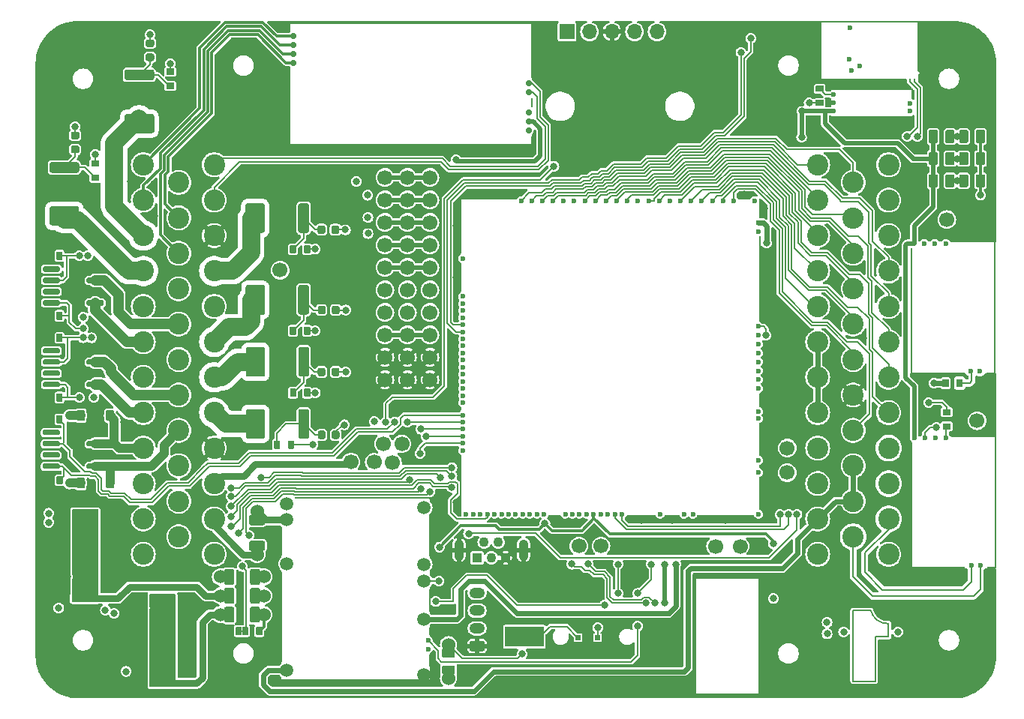
<source format=gbl>
G04 #@! TF.GenerationSoftware,KiCad,Pcbnew,8.0.8-8.0.8-0~ubuntu24.04.1*
G04 #@! TF.CreationDate,2025-02-06T10:14:42+00:00*
G04 #@! TF.ProjectId,MST01,4d535430-312e-46b6-9963-61645f706362,D*
G04 #@! TF.SameCoordinates,PX440a368PY8a86a58*
G04 #@! TF.FileFunction,Copper,L4,Bot*
G04 #@! TF.FilePolarity,Positive*
%FSLAX46Y46*%
G04 Gerber Fmt 4.6, Leading zero omitted, Abs format (unit mm)*
G04 Created by KiCad (PCBNEW 8.0.8-8.0.8-0~ubuntu24.04.1) date 2025-02-06 10:14:42*
%MOMM*%
%LPD*%
G01*
G04 APERTURE LIST*
G04 #@! TA.AperFunction,EtchedComponent*
%ADD10C,0.200000*%
G04 #@! TD*
G04 #@! TA.AperFunction,ComponentPad*
%ADD11C,1.700000*%
G04 #@! TD*
G04 #@! TA.AperFunction,ComponentPad*
%ADD12C,0.700000*%
G04 #@! TD*
G04 #@! TA.AperFunction,SMDPad,CuDef*
%ADD13R,0.250000X1.100000*%
G04 #@! TD*
G04 #@! TA.AperFunction,SMDPad,CuDef*
%ADD14R,0.250000X0.980000*%
G04 #@! TD*
G04 #@! TA.AperFunction,SMDPad,CuDef*
%ADD15R,0.250000X6.300000*%
G04 #@! TD*
G04 #@! TA.AperFunction,SMDPad,CuDef*
%ADD16R,27.600000X0.250000*%
G04 #@! TD*
G04 #@! TA.AperFunction,SMDPad,CuDef*
%ADD17R,0.250000X8.750000*%
G04 #@! TD*
G04 #@! TA.AperFunction,SMDPad,CuDef*
%ADD18R,0.250000X0.950000*%
G04 #@! TD*
G04 #@! TA.AperFunction,ComponentPad*
%ADD19C,0.600000*%
G04 #@! TD*
G04 #@! TA.AperFunction,SMDPad,CuDef*
%ADD20R,6.185000X0.250000*%
G04 #@! TD*
G04 #@! TA.AperFunction,SMDPad,CuDef*
%ADD21R,1.115000X0.250000*%
G04 #@! TD*
G04 #@! TA.AperFunction,SMDPad,CuDef*
%ADD22R,0.250000X14.275000*%
G04 #@! TD*
G04 #@! TA.AperFunction,SMDPad,CuDef*
%ADD23R,0.250000X15.100000*%
G04 #@! TD*
G04 #@! TA.AperFunction,SMDPad,CuDef*
%ADD24R,5.175000X0.250000*%
G04 #@! TD*
G04 #@! TA.AperFunction,ComponentPad*
%ADD25R,1.100000X1.100000*%
G04 #@! TD*
G04 #@! TA.AperFunction,ComponentPad*
%ADD26C,1.100000*%
G04 #@! TD*
G04 #@! TA.AperFunction,ComponentPad*
%ADD27O,1.100000X2.400000*%
G04 #@! TD*
G04 #@! TA.AperFunction,SMDPad,CuDef*
%ADD28O,0.200000X1.225000*%
G04 #@! TD*
G04 #@! TA.AperFunction,SMDPad,CuDef*
%ADD29O,9.300000X0.200000*%
G04 #@! TD*
G04 #@! TA.AperFunction,ComponentPad*
%ADD30C,2.400000*%
G04 #@! TD*
G04 #@! TA.AperFunction,ComponentPad*
%ADD31C,1.500000*%
G04 #@! TD*
G04 #@! TA.AperFunction,SMDPad,CuDef*
%ADD32O,0.200000X3.300000*%
G04 #@! TD*
G04 #@! TA.AperFunction,SMDPad,CuDef*
%ADD33O,0.200000X10.200000*%
G04 #@! TD*
G04 #@! TA.AperFunction,SMDPad,CuDef*
%ADD34O,0.200000X0.300000*%
G04 #@! TD*
G04 #@! TA.AperFunction,SMDPad,CuDef*
%ADD35O,17.000000X0.200000*%
G04 #@! TD*
G04 #@! TA.AperFunction,SMDPad,CuDef*
%ADD36O,15.400000X0.200000*%
G04 #@! TD*
G04 #@! TA.AperFunction,SMDPad,CuDef*
%ADD37O,0.200000X4.800000*%
G04 #@! TD*
G04 #@! TA.AperFunction,SMDPad,CuDef*
%ADD38O,0.200000X2.600000*%
G04 #@! TD*
G04 #@! TA.AperFunction,SMDPad,CuDef*
%ADD39O,0.200000X1.000000*%
G04 #@! TD*
G04 #@! TA.AperFunction,SMDPad,CuDef*
%ADD40O,0.200000X1.500000*%
G04 #@! TD*
G04 #@! TA.AperFunction,SMDPad,CuDef*
%ADD41R,0.200000X3.700000*%
G04 #@! TD*
G04 #@! TA.AperFunction,SMDPad,CuDef*
%ADD42R,0.200000X0.400000*%
G04 #@! TD*
G04 #@! TA.AperFunction,SMDPad,CuDef*
%ADD43R,0.200000X1.600000*%
G04 #@! TD*
G04 #@! TA.AperFunction,SMDPad,CuDef*
%ADD44R,0.200000X9.700000*%
G04 #@! TD*
G04 #@! TA.AperFunction,SMDPad,CuDef*
%ADD45R,0.200000X2.300000*%
G04 #@! TD*
G04 #@! TA.AperFunction,SMDPad,CuDef*
%ADD46R,1.400000X0.200000*%
G04 #@! TD*
G04 #@! TA.AperFunction,SMDPad,CuDef*
%ADD47R,6.400000X0.200000*%
G04 #@! TD*
G04 #@! TA.AperFunction,SMDPad,CuDef*
%ADD48R,1.700000X0.200000*%
G04 #@! TD*
G04 #@! TA.AperFunction,SMDPad,CuDef*
%ADD49R,3.300000X0.200000*%
G04 #@! TD*
G04 #@! TA.AperFunction,SMDPad,CuDef*
%ADD50R,0.200000X7.000000*%
G04 #@! TD*
G04 #@! TA.AperFunction,SMDPad,CuDef*
%ADD51R,0.200000X3.300000*%
G04 #@! TD*
G04 #@! TA.AperFunction,SMDPad,CuDef*
%ADD52R,0.200000X6.300000*%
G04 #@! TD*
G04 #@! TA.AperFunction,ComponentPad*
%ADD53R,1.700000X1.700000*%
G04 #@! TD*
G04 #@! TA.AperFunction,ComponentPad*
%ADD54O,1.700000X1.700000*%
G04 #@! TD*
G04 #@! TA.AperFunction,ComponentPad*
%ADD55O,1.750000X1.200000*%
G04 #@! TD*
G04 #@! TA.AperFunction,SMDPad,CuDef*
%ADD56R,4.399991X2.299995*%
G04 #@! TD*
G04 #@! TA.AperFunction,SMDPad,CuDef*
%ADD57R,3.999992X2.299995*%
G04 #@! TD*
G04 #@! TA.AperFunction,ComponentPad*
%ADD58C,1.524000*%
G04 #@! TD*
G04 #@! TA.AperFunction,SMDPad,CuDef*
%ADD59O,0.200000X5.669999*%
G04 #@! TD*
G04 #@! TA.AperFunction,SMDPad,CuDef*
%ADD60O,11.100001X0.200000*%
G04 #@! TD*
G04 #@! TA.AperFunction,SMDPad,CuDef*
%ADD61O,9.800001X0.399999*%
G04 #@! TD*
G04 #@! TA.AperFunction,SMDPad,CuDef*
%ADD62O,0.499999X0.250000*%
G04 #@! TD*
G04 #@! TA.AperFunction,SMDPad,CuDef*
%ADD63O,0.200000X6.799999*%
G04 #@! TD*
G04 #@! TA.AperFunction,SMDPad,CuDef*
%ADD64O,0.250000X0.499999*%
G04 #@! TD*
G04 #@! TA.AperFunction,ComponentPad*
%ADD65C,0.599999*%
G04 #@! TD*
G04 #@! TA.AperFunction,ViaPad*
%ADD66C,0.800000*%
G04 #@! TD*
G04 #@! TA.AperFunction,Conductor*
%ADD67C,0.200000*%
G04 #@! TD*
G04 #@! TA.AperFunction,Conductor*
%ADD68C,0.800000*%
G04 #@! TD*
G04 #@! TA.AperFunction,Conductor*
%ADD69C,0.500000*%
G04 #@! TD*
G04 #@! TA.AperFunction,Conductor*
%ADD70C,0.300000*%
G04 #@! TD*
G04 #@! TA.AperFunction,Conductor*
%ADD71C,1.000000*%
G04 #@! TD*
G04 #@! TA.AperFunction,Conductor*
%ADD72C,0.600000*%
G04 #@! TD*
G04 #@! TA.AperFunction,Conductor*
%ADD73C,2.000000*%
G04 #@! TD*
G04 #@! TA.AperFunction,Conductor*
%ADD74C,1.200000*%
G04 #@! TD*
G04 APERTURE END LIST*
D10*
G04 #@! TO.C,G2*
X92449651Y10132713D02*
X92449651Y2132713D01*
X92449651Y2132713D02*
X94949651Y2132713D01*
X94449651Y10132713D02*
X92449651Y10132713D01*
X94949651Y7132713D02*
X96449651Y7132713D01*
X94949651Y2132713D02*
X94949651Y7132713D01*
X96449651Y8632713D02*
X96449651Y7132713D01*
X96449651Y8632713D02*
G75*
G02*
X94449651Y10132713I-78399J1978801D01*
G01*
G04 #@! TD*
D11*
G04 #@! TO.P,P9,1,Pin_1*
G04 #@! TO.N,Net-(J1-Pin_31)*
X27795000Y48545000D03*
G04 #@! TD*
G04 #@! TO.P,P10,1,Pin_1*
G04 #@! TO.N,Net-(J1-Pin_26)*
X35785000Y26875000D03*
G04 #@! TD*
G04 #@! TO.P,P8,1,Pin_1*
G04 #@! TO.N,Net-(M6-UART2_TX_(PD5))*
X76935000Y17375000D03*
G04 #@! TD*
D12*
G04 #@! TO.P,M5,E1,LSU_Un*
G04 #@! TO.N,/WBO_Un*
X29260000Y74975000D03*
G04 #@! TO.P,M5,E2,LSU_Vm*
G04 #@! TO.N,/WBO_Vm*
X29260000Y71975000D03*
G04 #@! TO.P,M5,E3,LSU_Ip*
G04 #@! TO.N,/WBO_Ip*
X29260000Y72975000D03*
G04 #@! TO.P,M5,E4,LSU_Rtrim*
G04 #@! TO.N,/WBO_Rtrim*
X29260000Y73975000D03*
D13*
G04 #@! TO.P,M5,G,GND*
G04 #@! TO.N,GND*
X56235000Y63125000D03*
D14*
X56235000Y67465000D03*
D15*
X56235000Y73425000D03*
D16*
X42560000Y62700000D03*
X42560000Y76450000D03*
D17*
X28885000Y66950000D03*
D18*
X28885000Y76100000D03*
D12*
G04 #@! TO.P,M5,W1,V5_IN*
G04 #@! TO.N,+5VA*
X55851200Y65325000D03*
G04 #@! TO.P,M5,W2,CAN_VIO*
G04 #@! TO.N,unconnected-(M5-CAN_VIO-PadW2)*
X55851200Y66325000D03*
G04 #@! TO.P,M5,W3,CANL*
G04 #@! TO.N,/CAN1-*
X55851200Y69621000D03*
G04 #@! TO.P,M5,W4,CANH*
G04 #@! TO.N,/CAN1+*
X55851200Y68605000D03*
G04 #@! TO.P,M5,W9,VDDA*
G04 #@! TO.N,unconnected-(M5-VDDA-PadW9)*
X55851200Y64325000D03*
G04 #@! TD*
D11*
G04 #@! TO.P,P5,1,Pin_1*
G04 #@! TO.N,/VR_DISCRETE*
X106455000Y31555000D03*
G04 #@! TD*
G04 #@! TO.P,P15,1,Pin_1*
G04 #@! TO.N,/DC1_DIR*
X38425000Y26865000D03*
G04 #@! TD*
G04 #@! TO.P,P4,1,Pin_1*
G04 #@! TO.N,Net-(M6-LED_GREEN)*
X61505000Y17385000D03*
G04 #@! TD*
D19*
G04 #@! TO.P,M3,E1,Thresh_IN*
G04 #@! TO.N,/VR_DISCRETE_THR*
X101755000Y29600000D03*
G04 #@! TO.P,M3,E2,OUT_A*
G04 #@! TO.N,/VR_DISCRETE_A*
X102955000Y29600000D03*
G04 #@! TO.P,M3,E3,OUT*
G04 #@! TO.N,/VR_DISCRETE*
X100555000Y29600000D03*
G04 #@! TO.P,M3,E4,V5_IN*
G04 #@! TO.N,+5VA*
X99355000Y29600000D03*
D20*
G04 #@! TO.P,M3,G,GND*
G04 #@! TO.N,GND*
X102022500Y14950000D03*
D21*
X108072500Y14950000D03*
D22*
X99055000Y21962500D03*
D23*
X108505000Y22375000D03*
D24*
X106042500Y29800000D03*
D19*
G04 #@! TO.P,M3,W1,VR-*
G04 #@! TO.N,/IMP_VR_DISCRETE-*
X105815000Y15175000D03*
G04 #@! TO.P,M3,W2,VR+*
G04 #@! TO.N,/IMP_VR_DISCRETE+*
X106815000Y15175000D03*
G04 #@! TD*
D11*
G04 #@! TO.P,P17,1,Pin_1*
G04 #@! TO.N,/DC1_PWM*
X39455000Y28935000D03*
G04 #@! TD*
D25*
G04 #@! TO.P,J8,1,VBUS*
G04 #@! TO.N,/Vbus*
X50025000Y16070000D03*
D26*
G04 #@! TO.P,J8,2,D-*
G04 #@! TO.N,/D-*
X50825000Y17820000D03*
G04 #@! TO.P,J8,3,D+*
G04 #@! TO.N,/D+*
X51625000Y16070000D03*
G04 #@! TO.P,J8,4,ID*
G04 #@! TO.N,unconnected-(J8-ID-Pad4)*
X52425000Y17820000D03*
G04 #@! TO.P,J8,5,GND*
G04 #@! TO.N,GND*
X53225000Y16070000D03*
D27*
G04 #@! TO.P,J8,6,Shield*
X47975000Y16945000D03*
X55275000Y16945000D03*
G04 #@! TD*
D19*
G04 #@! TO.P,M2,E1,V5A*
G04 #@! TO.N,+5VA*
X90215000Y66485000D03*
D28*
G04 #@! TO.P,M2,E2,GND*
G04 #@! TO.N,GND*
X99115000Y68460000D03*
D29*
X94565000Y65885000D03*
X94565000Y68985000D03*
D19*
X90215000Y67435000D03*
G04 #@! TO.P,M2,E3,OUT_KNOCK*
G04 #@! TO.N,/IN_KNOCK*
X90215000Y68384998D03*
G04 #@! TO.P,M2,W1,IN_KNOCK*
G04 #@! TO.N,/IN_KNOCK_RAW*
X98915000Y67385000D03*
G04 #@! TO.P,M2,W2,VREF*
G04 #@! TO.N,/VREF1*
X98915000Y66485000D03*
G04 #@! TD*
D11*
G04 #@! TO.P,P18,1,Pin_1*
G04 #@! TO.N,/DC2_PWM*
X41535000Y28935000D03*
G04 #@! TD*
D30*
G04 #@! TO.P,J2,1,Pin_1*
G04 #@! TO.N,/CAN2+*
X96475000Y60455000D03*
G04 #@! TO.P,J2,2,Pin_2*
G04 #@! TO.N,/CAN2-*
X96475000Y56455000D03*
G04 #@! TO.P,J2,3,Pin_3*
G04 #@! TO.N,/IN_KNOCK_RAW*
X96475000Y52455000D03*
G04 #@! TO.P,J2,4,Pin_4*
G04 #@! TO.N,/HALL2*
X96475000Y48455000D03*
G04 #@! TO.P,J2,5,Pin_5*
G04 #@! TO.N,/HALL1*
X96475000Y44455000D03*
G04 #@! TO.P,J2,6,Pin_6*
G04 #@! TO.N,/TPS2*
X96475000Y40455000D03*
G04 #@! TO.P,J2,7,Pin_7*
G04 #@! TO.N,/MAP*
X96475000Y36455000D03*
G04 #@! TO.P,J2,8,Pin_8*
G04 #@! TO.N,/FLEX*
X96475000Y32455000D03*
G04 #@! TO.P,J2,9,Pin_9*
G04 #@! TO.N,/IMP_VR_MAX9924-*
X96475000Y28455000D03*
G04 #@! TO.P,J2,10,Pin_10*
G04 #@! TO.N,/IMP_VR_MAX9924+*
X96475000Y24455000D03*
G04 #@! TO.P,J2,11,Pin_11*
G04 #@! TO.N,/IMP_VR_DISCRETE-*
X96475000Y20455000D03*
G04 #@! TO.P,J2,12,Pin_12*
G04 #@! TO.N,EGT+*
X96475000Y16455000D03*
G04 #@! TO.P,J2,13,Pin_13*
G04 #@! TO.N,/BUTTON3*
X92475000Y58455000D03*
G04 #@! TO.P,J2,14,Pin_14*
G04 #@! TO.N,/PPS2*
X92475000Y54455000D03*
G04 #@! TO.P,J2,15,Pin_15*
G04 #@! TO.N,/AUX2*
X92475000Y50455000D03*
G04 #@! TO.P,J2,16,Pin_16*
G04 #@! TO.N,/BUTTON1*
X92475000Y46455000D03*
G04 #@! TO.P,J2,17,Pin_17*
G04 #@! TO.N,/TPS1*
X92475000Y42455000D03*
G04 #@! TO.P,J2,18,Pin_18*
G04 #@! TO.N,/CLT*
X92475000Y38455000D03*
G04 #@! TO.P,J2,19,Pin_19*
G04 #@! TO.N,GND*
X92475000Y34455000D03*
G04 #@! TO.P,J2,20,Pin_20*
G04 #@! TO.N,/IAT*
X92475000Y30455000D03*
G04 #@! TO.P,J2,21,Pin_21*
G04 #@! TO.N,+5VP*
X92475000Y26455000D03*
G04 #@! TO.P,J2,22,Pin_22*
X92475000Y22455000D03*
G04 #@! TO.P,J2,23,Pin_23*
G04 #@! TO.N,/IMP_VR_DISCRETE+*
X92475000Y18455000D03*
G04 #@! TO.P,J2,24,Pin_24*
G04 #@! TO.N,/HALL3*
X88475000Y60455000D03*
G04 #@! TO.P,J2,25,Pin_25*
G04 #@! TO.N,/AUX3*
X88475000Y56455000D03*
G04 #@! TO.P,J2,26,Pin_26*
G04 #@! TO.N,/AUX1*
X88475000Y52455000D03*
G04 #@! TO.P,J2,27,Pin_27*
G04 #@! TO.N,/BUTTON2*
X88475000Y48455000D03*
G04 #@! TO.P,J2,28,Pin_28*
G04 #@! TO.N,/PPS1*
X88475000Y44455000D03*
G04 #@! TO.P,J2,29,Pin_29*
G04 #@! TO.N,GNDA*
X88475000Y40455000D03*
G04 #@! TO.P,J2,30,Pin_30*
X88475000Y36455000D03*
G04 #@! TO.P,J2,31,Pin_31*
X88475000Y32455000D03*
G04 #@! TO.P,J2,32,Pin_32*
G04 #@! TO.N,Net-(J2-Pin_32)*
X88475000Y28455000D03*
G04 #@! TO.P,J2,33,Pin_33*
G04 #@! TO.N,Net-(J2-Pin_33)*
X88475000Y24455000D03*
G04 #@! TO.P,J2,34,Pin_34*
G04 #@! TO.N,+5VP*
X88475000Y20455000D03*
G04 #@! TO.P,J2,35,Pin_35*
G04 #@! TO.N,EGT-*
X88475000Y16455000D03*
G04 #@! TD*
D31*
G04 #@! TO.P,M1,E1,VBAT*
G04 #@! TO.N,/VBAT*
X44039995Y21739999D03*
G04 #@! TO.P,M1,E2,V12*
G04 #@! TO.N,unconnected-(M1-V12-PadE2)*
X44039995Y15340002D03*
G04 #@! TO.P,M1,E3,VIGN*
G04 #@! TO.N,/VIGN*
X44039995Y13439999D03*
G04 #@! TO.P,M1,E4,V5*
G04 #@! TO.N,+5V*
X44039995Y9139999D03*
D19*
G04 #@! TO.P,M1,E5,EN_5VP*
G04 #@! TO.N,/PWR_EN*
X44489994Y6740002D03*
G04 #@! TO.P,M1,E6,PG_5VP*
G04 #@! TO.N,Net-(M1-PG_5VP)*
X44489994Y5740001D03*
D32*
G04 #@! TO.P,M1,S1,GND*
G04 #@! TO.N,GND*
X27889999Y17889999D03*
D33*
X27889999Y9390001D03*
D34*
X27889999Y2289999D03*
D35*
X36289997Y2239999D03*
D36*
X37089998Y22839999D03*
D31*
X44039995Y2889999D03*
D34*
X44689996Y22789999D03*
D37*
X44689996Y18590001D03*
D38*
X44689996Y11239999D03*
D39*
X44689996Y7740002D03*
D40*
X44689996Y4440001D03*
D31*
G04 #@! TO.P,M1,V1,V12_PERM*
G04 #@! TO.N,+12V_RAW*
X28539998Y22190001D03*
G04 #@! TO.P,M1,V2,IN_VIGN*
G04 #@! TO.N,/IN_VIGN*
X28539998Y20340002D03*
G04 #@! TO.P,M1,V3,V12_RAW*
G04 #@! TO.N,+12V_RAW*
X28539998Y15389999D03*
G04 #@! TO.P,M1,V4,5VP*
G04 #@! TO.N,+5VP*
X28539998Y3340001D03*
G04 #@! TD*
D11*
G04 #@! TO.P,P6,1,Pin_1*
G04 #@! TO.N,/VR_MAX9924*
X103035000Y54265000D03*
G04 #@! TD*
G04 #@! TO.P,P1,1,Pin_1*
G04 #@! TO.N,Net-(J2-Pin_32)*
X85025000Y28465000D03*
G04 #@! TD*
G04 #@! TO.P,G3,1*
G04 #@! TO.N,GND*
X39625000Y36155000D03*
G04 #@! TO.P,G3,2*
X39625000Y38695000D03*
G04 #@! TO.P,G3,3*
G04 #@! TO.N,+3.3VA*
X39625000Y41235000D03*
G04 #@! TO.P,G3,4*
G04 #@! TO.N,+5VA*
X39625000Y43775000D03*
G04 #@! TO.P,G3,5*
G04 #@! TO.N,+12V_RAW*
X39625000Y46315000D03*
G04 #@! TO.P,G3,6*
G04 #@! TO.N,GND*
X42165000Y36155000D03*
G04 #@! TO.P,G3,7*
X42165000Y38695000D03*
G04 #@! TO.P,G3,8*
G04 #@! TO.N,+3.3VA*
X42165000Y41235000D03*
G04 #@! TO.P,G3,9*
G04 #@! TO.N,+5VA*
X42165000Y43775000D03*
G04 #@! TO.P,G3,10*
G04 #@! TO.N,+12V_RAW*
X42165000Y46315000D03*
G04 #@! TO.P,G3,11*
G04 #@! TO.N,GND*
X44705000Y36155000D03*
G04 #@! TO.P,G3,12*
X44705000Y38695000D03*
G04 #@! TO.P,G3,13*
G04 #@! TO.N,+3.3VA*
X44705000Y41235000D03*
G04 #@! TO.P,G3,14*
G04 #@! TO.N,+5VA*
X44705000Y43775000D03*
G04 #@! TO.P,G3,15*
G04 #@! TO.N,+12V_RAW*
X44705000Y46315000D03*
G04 #@! TD*
G04 #@! TO.P,P3,1,Pin_1*
G04 #@! TO.N,Net-(M6-LED_YELLOW)*
X64005000Y17385000D03*
G04 #@! TD*
G04 #@! TO.P,P7,1,Pin_1*
G04 #@! TO.N,Net-(M6-UART2_RX_(PD6))*
X79715000Y17375000D03*
G04 #@! TD*
D19*
G04 #@! TO.P,M6,E1,V5A_SWITCHABLE*
G04 #@! TO.N,+5VA*
X48385000Y49884990D03*
G04 #@! TO.P,M6,E2,GNDA*
G04 #@! TO.N,unconnected-(M6-GNDA-PadE2)*
X48384990Y45584990D03*
G04 #@! TO.P,M6,E3,I2C_SCL_(PB10)*
G04 #@! TO.N,unconnected-(M6-I2C_SCL_(PB10)-PadE3)*
X48384990Y44785000D03*
G04 #@! TO.P,M6,E4,I2C_SDA_(PB11)*
G04 #@! TO.N,unconnected-(M6-I2C_SDA_(PB11)-PadE4)*
X48384990Y43984990D03*
G04 #@! TO.P,M6,E5,IN_VIGN_(PA5)*
G04 #@! TO.N,/VIGN*
X48384990Y43184990D03*
G04 #@! TO.P,M6,E6,SPI2_CS_/_CAN2_RX_(PB12)*
G04 #@! TO.N,Net-(M6-SPI2_CS_{slash}_CAN2_RX_(PB12))*
X48384990Y42384990D03*
G04 #@! TO.P,M6,E7,SPI2_SCK_/_CAN2_TX_(PB13)*
G04 #@! TO.N,Net-(M6-SPI2_SCK_{slash}_CAN2_TX_(PB13))*
X48384990Y41584990D03*
G04 #@! TO.P,M6,E8,SPI2_MISO_(PB14)*
G04 #@! TO.N,/DC1_DIS*
X48384990Y40784990D03*
G04 #@! TO.P,M6,E9,SPI2_MOSI_(PB15)*
G04 #@! TO.N,/DC2_DIR*
X48384990Y39984990D03*
G04 #@! TO.P,M6,E10,OUT_INJ8_(PD12)*
G04 #@! TO.N,/LS2*
X48384990Y39184990D03*
G04 #@! TO.P,M6,E11,OUT_INJ7_(PD15)*
G04 #@! TO.N,/LS1*
X48384990Y38384990D03*
G04 #@! TO.P,M6,E12,OUT_INJ6_(PA8)*
G04 #@! TO.N,/INJ6*
X48384990Y37584990D03*
G04 #@! TO.P,M6,E13,OUT_INJ5_(PD2)*
G04 #@! TO.N,/INJ5*
X48384990Y36784990D03*
G04 #@! TO.P,M6,E14,OUT_INJ4_(PD10)*
G04 #@! TO.N,/INJ4*
X48384990Y35984990D03*
G04 #@! TO.P,M6,E15,OUT_INJ3_(PD11)*
G04 #@! TO.N,/INJ3*
X48384990Y35184990D03*
G04 #@! TO.P,M6,E16,OUT_INJ2_(PA9)*
G04 #@! TO.N,/INJ2*
X48385000Y34385000D03*
G04 #@! TO.P,M6,E17,OUT_INJ1_(PD3)*
G04 #@! TO.N,/INJ1*
X48384990Y33584990D03*
G04 #@! TO.P,M6,E18,OUT_PWM1_(PD13)*
G04 #@! TO.N,/LS3*
X48384990Y32184990D03*
G04 #@! TO.P,M6,E19,OUT_PWM2_(PC6)*
G04 #@! TO.N,/LS4*
X48384990Y31385000D03*
G04 #@! TO.P,M6,E20,OUT_PWM3_(PC7)*
G04 #@! TO.N,/DC1_PWM*
X48384990Y30585000D03*
G04 #@! TO.P,M6,E21,OUT_PWM4_(PC8)*
G04 #@! TO.N,/DC1_DIR*
X48384990Y29785000D03*
G04 #@! TO.P,M6,E22,OUT_PWM5_(PC9)*
G04 #@! TO.N,/DC2_PWM*
X48384990Y28985000D03*
G04 #@! TO.P,M6,E23,OUT_PWM6_(PD14)*
G04 #@! TO.N,/VR_DISCRETE_THR*
X48384990Y28184990D03*
D41*
G04 #@! TO.P,M6,G,GND*
G04 #@! TO.N,GND*
X81985000Y23335000D03*
D42*
X81985000Y26384990D03*
D41*
X81985000Y29435000D03*
D43*
X81985000Y33884990D03*
D44*
X81985000Y47534990D03*
D45*
X81985000Y55534990D03*
D46*
X80184990Y56585000D03*
D47*
X78085000Y20785000D03*
D48*
X72035000Y20785000D03*
D49*
X68535000Y20785000D03*
D46*
X58785000Y20785000D03*
D47*
X51285000Y56585000D03*
D50*
X48184990Y24184980D03*
D42*
X48184990Y32885000D03*
D51*
X48184990Y47735000D03*
D52*
X48184990Y53535000D03*
D19*
G04 #@! TO.P,M6,N1,VBUS*
G04 #@! TO.N,/Vbus*
X48784990Y20984990D03*
G04 #@! TO.P,M6,N2,USBM_(PA11)*
G04 #@! TO.N,/D-*
X49584990Y20984990D03*
G04 #@! TO.P,M6,N3,USBP_(PA12)*
G04 #@! TO.N,/D+*
X50384990Y20984990D03*
G04 #@! TO.P,M6,N4,USBID_(PA10)*
G04 #@! TO.N,/DC2_DIS*
X51185000Y20984990D03*
G04 #@! TO.P,M6,N5,SWDIO_(PA13)*
G04 #@! TO.N,unconnected-(M6-SWDIO_(PA13)-PadN5)*
X51984990Y20984990D03*
G04 #@! TO.P,M6,N6,SWCLK_(PA14)*
G04 #@! TO.N,unconnected-(M6-SWCLK_(PA14)-PadN6)*
X52784990Y20984990D03*
G04 #@! TO.P,M6,N7,nReset*
G04 #@! TO.N,unconnected-(M6-nReset-PadN7)*
X53584990Y20984990D03*
G04 #@! TO.P,M6,N8,SWO_(PB3)*
G04 #@! TO.N,unconnected-(M6-SWO_(PB3)-PadN8)*
X54385000Y20984990D03*
G04 #@! TO.P,M6,N9,SPI3_CS_(PA15)*
G04 #@! TO.N,/EGT/SPI_CS*
X55184990Y20985000D03*
G04 #@! TO.P,M6,N10,SPI3_SCK_(PC10)*
G04 #@! TO.N,/EGT/SPI_SCK*
X55984990Y20985000D03*
G04 #@! TO.P,M6,N11,SPI3_MISO_(PC11)*
G04 #@! TO.N,/EGT/SPI_SO*
X56784990Y20985000D03*
G04 #@! TO.P,M6,N12,SPI3_MOSI_(PC12)*
G04 #@! TO.N,/PG_5VP*
X57584990Y20985000D03*
G04 #@! TO.P,M6,N13,UART2_TX_(PD5)*
G04 #@! TO.N,Net-(M6-UART2_TX_(PD5))*
X59985000Y20985000D03*
G04 #@! TO.P,M6,N14,UART2_RX_(PD6)*
G04 #@! TO.N,Net-(M6-UART2_RX_(PD6))*
X60785000Y20985000D03*
G04 #@! TO.P,M6,N14a,LED_GREEN*
G04 #@! TO.N,Net-(M6-LED_GREEN)*
X61584990Y20984990D03*
G04 #@! TO.P,M6,N14b,LED_YELLOW*
G04 #@! TO.N,Net-(M6-LED_YELLOW)*
X62385000Y20984990D03*
G04 #@! TO.P,M6,N15,V33_SWITCHABLE*
G04 #@! TO.N,+3.3VA*
X63185000Y20984990D03*
G04 #@! TO.P,M6,N16,BOOT0*
G04 #@! TO.N,unconnected-(M6-BOOT0-PadN16)*
X63985000Y20984990D03*
G04 #@! TO.P,M6,N17,VBAT*
G04 #@! TO.N,/VBAT*
X64785000Y20984990D03*
G04 #@! TO.P,M6,N18,UART8_RX_(PE0)*
G04 #@! TO.N,/VR_DISCRETE*
X65585000Y20985000D03*
G04 #@! TO.P,M6,N19,UART8_TX_(PE1)*
G04 #@! TO.N,/VR_MAX9924*
X66385000Y20985000D03*
G04 #@! TO.P,M6,N20,OUT_PWR_EN_(PE10)*
G04 #@! TO.N,/PWR_EN*
X70685000Y20985000D03*
G04 #@! TO.P,M6,N21,V33*
G04 #@! TO.N,+3.3V*
X73385000Y20985000D03*
G04 #@! TO.P,M6,N22,VCC*
G04 #@! TO.N,+5V*
X74384990Y20985000D03*
G04 #@! TO.P,M6,N23,V33*
G04 #@! TO.N,unconnected-(M6-V33-PadN23)*
X81785000Y20985000D03*
G04 #@! TO.P,M6,S1,IN_D4_(PE15)*
G04 #@! TO.N,/BUTTON3*
X54984980Y56385000D03*
G04 #@! TO.P,M6,S2,IN_D3_(PE14)*
G04 #@! TO.N,/HALL3*
X56184990Y56385000D03*
G04 #@! TO.P,M6,S3,IN_D2_(PE13)*
G04 #@! TO.N,/HALL2*
X57384990Y56385000D03*
G04 #@! TO.P,M6,S4,IN_D1_(PE12)*
G04 #@! TO.N,/HALL1*
X58584990Y56385000D03*
G04 #@! TO.P,M6,S5,VREF2*
G04 #@! TO.N,unconnected-(M6-VREF2-PadS5)*
X59784990Y56385000D03*
G04 #@! TO.P,M6,S6,IN_AUX4_(PC5)*
G04 #@! TO.N,/VMAIN*
X60984990Y56385000D03*
G04 #@! TO.P,M6,S7,IN_AUX3_(PA7)*
G04 #@! TO.N,/AUX3*
X62184990Y56385000D03*
G04 #@! TO.P,M6,S8,IN_AUX2_(PC4/PE9)*
G04 #@! TO.N,/PPS2*
X63384990Y56385000D03*
G04 #@! TO.P,M6,S9,IN_AUX1_(PB0)*
G04 #@! TO.N,/TPS2*
X64584990Y56385000D03*
G04 #@! TO.P,M6,S10,IN_O2S2_(PA1)*
G04 #@! TO.N,/AUX2*
X65784990Y56385000D03*
G04 #@! TO.P,M6,S11,IN_O2S_/_CAN_WAKEUP_(PA0)*
G04 #@! TO.N,/AUX1*
X66984990Y56385000D03*
G04 #@! TO.P,M6,S12,IN_MAP2_(PC1)*
G04 #@! TO.N,/INTERNAL_MAP*
X68184990Y56385000D03*
G04 #@! TO.P,M6,S13,IN_MAP1_(PC0)*
G04 #@! TO.N,/MAP*
X69384990Y56385000D03*
G04 #@! TO.P,M6,S14,IN_CRANK_(PB1)*
G04 #@! TO.N,/BUTTON1*
X70584990Y56385000D03*
G04 #@! TO.P,M6,S15,IN_KNOCK_(PA2)*
G04 #@! TO.N,/ADC3*
X71784990Y56385000D03*
G04 #@! TO.P,M6,S16,IN_CAM_(PA6)*
G04 #@! TO.N,/BUTTON2*
X72984990Y56385000D03*
G04 #@! TO.P,M6,S17,IN_VSS_(PE11)*
G04 #@! TO.N,/FLEX*
X74184990Y56385000D03*
G04 #@! TO.P,M6,S18,IN_TPS_(PA4)*
G04 #@! TO.N,/TPS1*
X75385000Y56385000D03*
G04 #@! TO.P,M6,S19,IN_PPS_(PA3)*
G04 #@! TO.N,/PPS1*
X76585000Y56385000D03*
G04 #@! TO.P,M6,S20,IN_IAT_(PC3)*
G04 #@! TO.N,/IAT*
X77785000Y56385000D03*
G04 #@! TO.P,M6,S21,IN_CLT_(PC2)*
G04 #@! TO.N,/CLT*
X78985000Y56385000D03*
G04 #@! TO.P,M6,S22,VREF1*
G04 #@! TO.N,/VREF1*
X81385000Y56385000D03*
G04 #@! TO.P,M6,W1,GNDA*
G04 #@! TO.N,GNDA*
X81785000Y53884990D03*
G04 #@! TO.P,M6,W2,V5A_SWITCHABLE*
G04 #@! TO.N,+5VA*
X81785000Y52884990D03*
G04 #@! TO.P,M6,W3,IGN8_(PE6)*
G04 #@! TO.N,/LS_HOT2*
X81785000Y42185000D03*
G04 #@! TO.P,M6,W4,IGN7_(PB9)*
G04 #@! TO.N,/LS_HOT1*
X81785000Y41184990D03*
G04 #@! TO.P,M6,W5,IGN6_(PB8)*
G04 #@! TO.N,/IGN6*
X81785000Y40185000D03*
G04 #@! TO.P,M6,W6,IGN5_(PE2)*
G04 #@! TO.N,/IGN5*
X81785000Y39185000D03*
G04 #@! TO.P,M6,W7,IGN4_(PE3)*
G04 #@! TO.N,/IGN4*
X81785000Y38185000D03*
G04 #@! TO.P,M6,W8,IGN3_(PE4)*
G04 #@! TO.N,/IGN3*
X81785000Y37185000D03*
G04 #@! TO.P,M6,W9,IGN2_(PE5)*
G04 #@! TO.N,/IGN2*
X81785000Y36185000D03*
G04 #@! TO.P,M6,W10,IGN1_(PC13)*
G04 #@! TO.N,/IGN1*
X81785000Y35185000D03*
G04 #@! TO.P,M6,W11,CANH*
G04 #@! TO.N,/CAN1+*
X81785000Y32585000D03*
G04 #@! TO.P,M6,W12,CANL*
G04 #@! TO.N,/CAN1-*
X81785000Y31785000D03*
G04 #@! TO.P,M6,W13,V33_REF*
G04 #@! TO.N,unconnected-(M6-V33_REF-PadW13)*
X81785000Y27084990D03*
G04 #@! TO.P,M6,W14,V5A_SWITCHABLE*
G04 #@! TO.N,unconnected-(M6-V5A_SWITCHABLE-PadW14)*
X81785000Y25685000D03*
G04 #@! TD*
D53*
G04 #@! TO.P,J6,1,Pin_1*
G04 #@! TO.N,Net-(J6-Pin_1)*
X60175000Y75475000D03*
D54*
G04 #@! TO.P,J6,2,Pin_2*
G04 #@! TO.N,Net-(J6-Pin_2)*
X62715000Y75475000D03*
G04 #@! TO.P,J6,3,Pin_3*
G04 #@! TO.N,GND*
X65255000Y75475000D03*
G04 #@! TO.P,J6,4,Pin_4*
G04 #@! TO.N,Net-(J6-Pin_4)*
X67795000Y75475000D03*
G04 #@! TO.P,J6,5,Pin_5*
G04 #@! TO.N,Net-(J6-Pin_5)*
X70335000Y75475000D03*
G04 #@! TD*
D19*
G04 #@! TO.P,M4,E1,NC*
G04 #@! TO.N,unconnected-(M4-NC-PadE1)*
X101710000Y51565000D03*
G04 #@! TO.P,M4,E2,NC*
G04 #@! TO.N,unconnected-(M4-NC-PadE2)*
X102910000Y51565000D03*
G04 #@! TO.P,M4,E3,OUT*
G04 #@! TO.N,/VR_MAX9924*
X100510000Y51565000D03*
G04 #@! TO.P,M4,E4,V5_IN*
G04 #@! TO.N,+5VA*
X99310000Y51565000D03*
D20*
G04 #@! TO.P,M4,G,GND*
G04 #@! TO.N,GND*
X101977500Y36915000D03*
D21*
X108027500Y36915000D03*
D22*
X99010000Y43927500D03*
D23*
X108460000Y44340000D03*
D24*
X105997500Y51765000D03*
D19*
G04 #@! TO.P,M4,W1,VR-*
G04 #@! TO.N,/IMP_VR_MAX9924-*
X105770000Y37140000D03*
G04 #@! TO.P,M4,W2,VR+*
G04 #@! TO.N,/IMP_VR_MAX9924+*
X106770000Y37140000D03*
G04 #@! TD*
G04 #@! TO.P,J3,1,Pin_1*
G04 #@! TO.N,GND*
G04 #@! TA.AperFunction,ComponentPad*
G36*
G01*
X50650000Y5495000D02*
X49400000Y5495000D01*
G75*
G02*
X49150000Y5745000I0J250000D01*
G01*
X49150000Y6445000D01*
G75*
G02*
X49400000Y6695000I250000J0D01*
G01*
X50650000Y6695000D01*
G75*
G02*
X50900000Y6445000I0J-250000D01*
G01*
X50900000Y5745000D01*
G75*
G02*
X50650000Y5495000I-250000J0D01*
G01*
G37*
G04 #@! TD.AperFunction*
D55*
G04 #@! TO.P,J3,2,Pin_2*
G04 #@! TO.N,/D+*
X50025000Y8095000D03*
G04 #@! TO.P,J3,3,Pin_3*
G04 #@! TO.N,/D-*
X50025000Y10095000D03*
G04 #@! TO.P,J3,4,Pin_4*
G04 #@! TO.N,/Vbus*
X50025000Y12095000D03*
G04 #@! TD*
D11*
G04 #@! TO.P,P16,1,Pin_1*
G04 #@! TO.N,/DC2_DIR*
X40485000Y26845000D03*
G04 #@! TD*
D30*
G04 #@! TO.P,J1,1,Pin_1*
G04 #@! TO.N,/OUT_DC2-*
X12355000Y16455000D03*
G04 #@! TO.P,J1,2,Pin_2*
G04 #@! TO.N,/OUT_DC2+*
X12355000Y20455000D03*
G04 #@! TO.P,J1,3,Pin_3*
G04 #@! TO.N,/OUT_LS2*
X12355000Y24455000D03*
G04 #@! TO.P,J1,4,Pin_4*
G04 #@! TO.N,/OUT_LS4*
X12355000Y28455000D03*
G04 #@! TO.P,J1,5,Pin_5*
G04 #@! TO.N,/OUT_INJ1*
X12355000Y32455000D03*
G04 #@! TO.P,J1,6,Pin_6*
G04 #@! TO.N,/OUT_INJ4*
X12355000Y36455000D03*
G04 #@! TO.P,J1,7,Pin_7*
G04 #@! TO.N,/OUT_INJ5*
X12355000Y40455000D03*
G04 #@! TO.P,J1,8,Pin_8*
G04 #@! TO.N,/OUT_LS_HOT2*
X12355000Y44455000D03*
G04 #@! TO.P,J1,9,Pin_9*
G04 #@! TO.N,/OUT_IGN2*
X12355000Y48455000D03*
G04 #@! TO.P,J1,10,Pin_10*
G04 #@! TO.N,/OUT_IGN1*
X12355000Y52455000D03*
G04 #@! TO.P,J1,11,Pin_11*
G04 #@! TO.N,/WBO_Rtrim*
X12355000Y56455000D03*
G04 #@! TO.P,J1,12,Pin_12*
G04 #@! TO.N,/WBO_Un*
X12355000Y60455000D03*
G04 #@! TO.P,J1,13,Pin_13*
G04 #@! TO.N,/OUT_DC1-*
X16355000Y18455000D03*
G04 #@! TO.P,J1,14,Pin_14*
G04 #@! TO.N,/OUT_DC1+*
X16355000Y22455000D03*
G04 #@! TO.P,J1,15,Pin_15*
G04 #@! TO.N,/OUT_LS1*
X16355000Y26455000D03*
G04 #@! TO.P,J1,16,Pin_16*
G04 #@! TO.N,/OUT_LS3*
X16355000Y30455000D03*
G04 #@! TO.P,J1,17,Pin_17*
G04 #@! TO.N,/OUT_INJ2*
X16355000Y34455000D03*
G04 #@! TO.P,J1,18,Pin_18*
G04 #@! TO.N,/OUT_INJ3*
X16355000Y38455000D03*
G04 #@! TO.P,J1,19,Pin_19*
G04 #@! TO.N,/OUT_INJ6*
X16355000Y42455000D03*
G04 #@! TO.P,J1,20,Pin_20*
G04 #@! TO.N,/OUT_LS_HOT1*
X16355000Y46455000D03*
G04 #@! TO.P,J1,21,Pin_21*
G04 #@! TO.N,/WBO_Ip*
X16355000Y50455000D03*
G04 #@! TO.P,J1,22,Pin_22*
G04 #@! TO.N,/WBO_Vm*
X16355000Y54455000D03*
G04 #@! TO.P,J1,23,Pin_23*
G04 #@! TO.N,/WBO_Heater*
X16355000Y58455000D03*
G04 #@! TO.P,J1,24,Pin_24*
G04 #@! TO.N,+12V*
X20355000Y16455000D03*
G04 #@! TO.P,J1,25,Pin_25*
G04 #@! TO.N,/12V_KEY*
X20355000Y20455000D03*
G04 #@! TO.P,J1,26,Pin_26*
G04 #@! TO.N,Net-(J1-Pin_26)*
X20355000Y24455000D03*
G04 #@! TO.P,J1,27,Pin_27*
G04 #@! TO.N,GND*
X20355000Y28455000D03*
G04 #@! TO.P,J1,28,Pin_28*
G04 #@! TO.N,/OUT_IGN6*
X20355000Y32455000D03*
G04 #@! TO.P,J1,29,Pin_29*
G04 #@! TO.N,/OUT_IGN5*
X20355000Y36455000D03*
G04 #@! TO.P,J1,30,Pin_30*
G04 #@! TO.N,/OUT_IGN4*
X20355000Y40455000D03*
G04 #@! TO.P,J1,31,Pin_31*
G04 #@! TO.N,Net-(J1-Pin_31)*
X20355000Y44455000D03*
G04 #@! TO.P,J1,32,Pin_32*
G04 #@! TO.N,/OUT_IGN3*
X20355000Y48455000D03*
G04 #@! TO.P,J1,33,Pin_33*
G04 #@! TO.N,GND*
X20355000Y52455000D03*
G04 #@! TO.P,J1,34,Pin_34*
G04 #@! TO.N,/CAN1-*
X20355000Y56455000D03*
G04 #@! TO.P,J1,35,Pin_35*
G04 #@! TO.N,/CAN1+*
X20355000Y60455000D03*
G04 #@! TD*
D11*
G04 #@! TO.P,P2,1,Pin_1*
G04 #@! TO.N,Net-(J2-Pin_33)*
X85025000Y25685000D03*
G04 #@! TD*
G04 #@! TO.P,G4,1*
G04 #@! TO.N,Net-(G4-Pad1)*
X39625000Y48855000D03*
G04 #@! TO.P,G4,2*
G04 #@! TO.N,Net-(G4-Pad12)*
X39625000Y51395000D03*
G04 #@! TO.P,G4,3*
G04 #@! TO.N,Net-(G4-Pad13)*
X39625000Y53935000D03*
G04 #@! TO.P,G4,4*
G04 #@! TO.N,Net-(G4-Pad14)*
X39625000Y56475000D03*
G04 #@! TO.P,G4,5*
G04 #@! TO.N,Net-(G4-Pad10)*
X39625000Y59015000D03*
G04 #@! TO.P,G4,6*
G04 #@! TO.N,Net-(G4-Pad1)*
X42165000Y48855000D03*
G04 #@! TO.P,G4,7*
G04 #@! TO.N,Net-(G4-Pad12)*
X42165000Y51395000D03*
G04 #@! TO.P,G4,8*
G04 #@! TO.N,Net-(G4-Pad13)*
X42165000Y53935000D03*
G04 #@! TO.P,G4,9*
G04 #@! TO.N,Net-(G4-Pad14)*
X42165000Y56475000D03*
G04 #@! TO.P,G4,10*
G04 #@! TO.N,Net-(G4-Pad10)*
X42165000Y59015000D03*
G04 #@! TO.P,G4,11*
G04 #@! TO.N,Net-(G4-Pad1)*
X44705000Y48855000D03*
G04 #@! TO.P,G4,12*
G04 #@! TO.N,Net-(G4-Pad12)*
X44705000Y51395000D03*
G04 #@! TO.P,G4,13*
G04 #@! TO.N,Net-(G4-Pad13)*
X44705000Y53935000D03*
G04 #@! TO.P,G4,14*
G04 #@! TO.N,Net-(G4-Pad14)*
X44705000Y56475000D03*
G04 #@! TO.P,G4,15*
G04 #@! TO.N,Net-(G4-Pad10)*
X44705000Y59015000D03*
G04 #@! TD*
G04 #@! TO.P,R40,1*
G04 #@! TO.N,/BUTTON3*
G04 #@! TA.AperFunction,SMDPad,CuDef*
G36*
G01*
X103895022Y64270000D02*
X103895022Y63020000D01*
G75*
G02*
X103795022Y62920000I-100000J0D01*
G01*
X102995022Y62920000D01*
G75*
G02*
X102895022Y63020000I0J100000D01*
G01*
X102895022Y64270000D01*
G75*
G02*
X102995022Y64370000I100000J0D01*
G01*
X103795022Y64370000D01*
G75*
G02*
X103895022Y64270000I0J-100000D01*
G01*
G37*
G04 #@! TD.AperFunction*
G04 #@! TO.P,R40,2*
G04 #@! TO.N,+5VA*
G04 #@! TA.AperFunction,SMDPad,CuDef*
G36*
G01*
X101995000Y64270000D02*
X101995000Y63020000D01*
G75*
G02*
X101895000Y62920000I-100000J0D01*
G01*
X101095000Y62920000D01*
G75*
G02*
X100995000Y63020000I0J100000D01*
G01*
X100995000Y64270000D01*
G75*
G02*
X101095000Y64370000I100000J0D01*
G01*
X101895000Y64370000D01*
G75*
G02*
X101995000Y64270000I0J-100000D01*
G01*
G37*
G04 #@! TD.AperFunction*
G04 #@! TD*
G04 #@! TO.P,C24,1*
G04 #@! TO.N,GND*
G04 #@! TA.AperFunction,SMDPad,CuDef*
G36*
G01*
X2709999Y11139993D02*
X2709999Y11819993D01*
G75*
G02*
X2794999Y11904993I85000J0D01*
G01*
X3474999Y11904993D01*
G75*
G02*
X3559999Y11819993I0J-85000D01*
G01*
X3559999Y11139993D01*
G75*
G02*
X3474999Y11054993I-85000J0D01*
G01*
X2794999Y11054993D01*
G75*
G02*
X2709999Y11139993I0J85000D01*
G01*
G37*
G04 #@! TD.AperFunction*
G04 #@! TO.P,C24,2*
G04 #@! TO.N,/DC Driver 2/PWR*
G04 #@! TA.AperFunction,SMDPad,CuDef*
G36*
G01*
X4290001Y11139993D02*
X4290001Y11819993D01*
G75*
G02*
X4375001Y11904993I85000J0D01*
G01*
X5055001Y11904993D01*
G75*
G02*
X5140001Y11819993I0J-85000D01*
G01*
X5140001Y11139993D01*
G75*
G02*
X5055001Y11054993I-85000J0D01*
G01*
X4375001Y11054993D01*
G75*
G02*
X4290001Y11139993I0J85000D01*
G01*
G37*
G04 #@! TD.AperFunction*
G04 #@! TD*
G04 #@! TO.P,R39,1*
G04 #@! TO.N,/BUTTON2*
G04 #@! TA.AperFunction,SMDPad,CuDef*
G36*
G01*
X103895022Y61770000D02*
X103895022Y60520000D01*
G75*
G02*
X103795022Y60420000I-100000J0D01*
G01*
X102995022Y60420000D01*
G75*
G02*
X102895022Y60520000I0J100000D01*
G01*
X102895022Y61770000D01*
G75*
G02*
X102995022Y61870000I100000J0D01*
G01*
X103795022Y61870000D01*
G75*
G02*
X103895022Y61770000I0J-100000D01*
G01*
G37*
G04 #@! TD.AperFunction*
G04 #@! TO.P,R39,2*
G04 #@! TO.N,+5VA*
G04 #@! TA.AperFunction,SMDPad,CuDef*
G36*
G01*
X101995000Y61770000D02*
X101995000Y60520000D01*
G75*
G02*
X101895000Y60420000I-100000J0D01*
G01*
X101095000Y60420000D01*
G75*
G02*
X100995000Y60520000I0J100000D01*
G01*
X100995000Y61770000D01*
G75*
G02*
X101095000Y61870000I100000J0D01*
G01*
X101895000Y61870000D01*
G75*
G02*
X101995000Y61770000I0J-100000D01*
G01*
G37*
G04 #@! TD.AperFunction*
G04 #@! TD*
G04 #@! TO.P,C10,1*
G04 #@! TO.N,GND*
G04 #@! TA.AperFunction,SMDPad,CuDef*
G36*
G01*
X18035000Y11870000D02*
X18035000Y10820000D01*
G75*
G02*
X17935000Y10720000I-100000J0D01*
G01*
X17135000Y10720000D01*
G75*
G02*
X17035000Y10820000I0J100000D01*
G01*
X17035000Y11870000D01*
G75*
G02*
X17135000Y11970000I100000J0D01*
G01*
X17935000Y11970000D01*
G75*
G02*
X18035000Y11870000I0J-100000D01*
G01*
G37*
G04 #@! TD.AperFunction*
G04 #@! TO.P,C10,2*
G04 #@! TO.N,/DC Driver 1/PWR*
G04 #@! TA.AperFunction,SMDPad,CuDef*
G36*
G01*
X16035000Y11870000D02*
X16035000Y10820000D01*
G75*
G02*
X15935000Y10720000I-100000J0D01*
G01*
X15135000Y10720000D01*
G75*
G02*
X15035000Y10820000I0J100000D01*
G01*
X15035000Y11870000D01*
G75*
G02*
X15135000Y11970000I100000J0D01*
G01*
X15935000Y11970000D01*
G75*
G02*
X16035000Y11870000I0J-100000D01*
G01*
G37*
G04 #@! TD.AperFunction*
G04 #@! TD*
G04 #@! TO.P,R19,1*
G04 #@! TO.N,Net-(Q9-G)*
G04 #@! TA.AperFunction,SMDPad,CuDef*
G36*
G01*
X31200000Y51300000D02*
X31200000Y50520000D01*
G75*
G02*
X31130000Y50450000I-70000J0D01*
G01*
X30570000Y50450000D01*
G75*
G02*
X30500000Y50520000I0J70000D01*
G01*
X30500000Y51300000D01*
G75*
G02*
X30570000Y51370000I70000J0D01*
G01*
X31130000Y51370000D01*
G75*
G02*
X31200000Y51300000I0J-70000D01*
G01*
G37*
G04 #@! TD.AperFunction*
G04 #@! TO.P,R19,2*
G04 #@! TO.N,Net-(F7-Pad1)*
G04 #@! TA.AperFunction,SMDPad,CuDef*
G36*
G01*
X29600000Y51300000D02*
X29600000Y50520000D01*
G75*
G02*
X29530000Y50450000I-70000J0D01*
G01*
X28970000Y50450000D01*
G75*
G02*
X28900000Y50520000I0J70000D01*
G01*
X28900000Y51300000D01*
G75*
G02*
X28970000Y51370000I70000J0D01*
G01*
X29530000Y51370000D01*
G75*
G02*
X29600000Y51300000I0J-70000D01*
G01*
G37*
G04 #@! TD.AperFunction*
G04 #@! TD*
G04 #@! TO.P,D4,1,K*
G04 #@! TO.N,+12V_RAW*
G04 #@! TA.AperFunction,SMDPad,CuDef*
G36*
G01*
X4860000Y24005000D02*
X4860000Y25025000D01*
G75*
G02*
X4950000Y25115000I90000J0D01*
G01*
X5670000Y25115000D01*
G75*
G02*
X5760000Y25025000I0J-90000D01*
G01*
X5760000Y24005000D01*
G75*
G02*
X5670000Y23915000I-90000J0D01*
G01*
X4950000Y23915000D01*
G75*
G02*
X4860000Y24005000I0J90000D01*
G01*
G37*
G04 #@! TD.AperFunction*
G04 #@! TO.P,D4,2,A*
G04 #@! TO.N,/OUT_LS3*
G04 #@! TA.AperFunction,SMDPad,CuDef*
G36*
G01*
X8160000Y24005000D02*
X8160000Y25025000D01*
G75*
G02*
X8250000Y25115000I90000J0D01*
G01*
X8970000Y25115000D01*
G75*
G02*
X9060000Y25025000I0J-90000D01*
G01*
X9060000Y24005000D01*
G75*
G02*
X8970000Y23915000I-90000J0D01*
G01*
X8250000Y23915000D01*
G75*
G02*
X8160000Y24005000I0J90000D01*
G01*
G37*
G04 #@! TD.AperFunction*
G04 #@! TD*
D56*
G04 #@! TO.P,BT1,1,+*
G04 #@! TO.N,Net-(BT1-+)*
X55355048Y7145000D03*
D57*
G04 #@! TO.P,BT1,2,-*
G04 #@! TO.N,GND*
X71355067Y7145000D03*
G04 #@! TD*
G04 #@! TO.P,R23,1*
G04 #@! TO.N,Net-(Q10-G)*
G04 #@! TA.AperFunction,SMDPad,CuDef*
G36*
G01*
X31195000Y42095000D02*
X31195000Y41315000D01*
G75*
G02*
X31125000Y41245000I-70000J0D01*
G01*
X30565000Y41245000D01*
G75*
G02*
X30495000Y41315000I0J70000D01*
G01*
X30495000Y42095000D01*
G75*
G02*
X30565000Y42165000I70000J0D01*
G01*
X31125000Y42165000D01*
G75*
G02*
X31195000Y42095000I0J-70000D01*
G01*
G37*
G04 #@! TD.AperFunction*
G04 #@! TO.P,R23,2*
G04 #@! TO.N,Net-(F8-Pad1)*
G04 #@! TA.AperFunction,SMDPad,CuDef*
G36*
G01*
X29595000Y42095000D02*
X29595000Y41315000D01*
G75*
G02*
X29525000Y41245000I-70000J0D01*
G01*
X28965000Y41245000D01*
G75*
G02*
X28895000Y41315000I0J70000D01*
G01*
X28895000Y42095000D01*
G75*
G02*
X28965000Y42165000I70000J0D01*
G01*
X29525000Y42165000D01*
G75*
G02*
X29595000Y42095000I0J-70000D01*
G01*
G37*
G04 #@! TD.AperFunction*
G04 #@! TD*
G04 #@! TO.P,R27,1*
G04 #@! TO.N,Net-(F9-Pad1)*
G04 #@! TA.AperFunction,SMDPad,CuDef*
G36*
G01*
X31075000Y39625000D02*
X31075000Y36775000D01*
G75*
G02*
X30825000Y36525000I-250000J0D01*
G01*
X30100000Y36525000D01*
G75*
G02*
X29850000Y36775000I0J250000D01*
G01*
X29850000Y39625000D01*
G75*
G02*
X30100000Y39875000I250000J0D01*
G01*
X30825000Y39875000D01*
G75*
G02*
X31075000Y39625000I0J-250000D01*
G01*
G37*
G04 #@! TD.AperFunction*
G04 #@! TO.P,R27,2*
G04 #@! TO.N,/OUT_IGN5*
G04 #@! TA.AperFunction,SMDPad,CuDef*
G36*
G01*
X25150000Y39625000D02*
X25150000Y36775000D01*
G75*
G02*
X24900000Y36525000I-250000J0D01*
G01*
X24175000Y36525000D01*
G75*
G02*
X23925000Y36775000I0J250000D01*
G01*
X23925000Y39625000D01*
G75*
G02*
X24175000Y39875000I250000J0D01*
G01*
X24900000Y39875000D01*
G75*
G02*
X25150000Y39625000I0J-250000D01*
G01*
G37*
G04 #@! TD.AperFunction*
G04 #@! TD*
G04 #@! TO.P,C7,1*
G04 #@! TO.N,GND*
G04 #@! TA.AperFunction,SMDPad,CuDef*
G36*
G01*
X18035000Y5870000D02*
X18035000Y4820000D01*
G75*
G02*
X17935000Y4720000I-100000J0D01*
G01*
X17135000Y4720000D01*
G75*
G02*
X17035000Y4820000I0J100000D01*
G01*
X17035000Y5870000D01*
G75*
G02*
X17135000Y5970000I100000J0D01*
G01*
X17935000Y5970000D01*
G75*
G02*
X18035000Y5870000I0J-100000D01*
G01*
G37*
G04 #@! TD.AperFunction*
G04 #@! TO.P,C7,2*
G04 #@! TO.N,/DC Driver 1/PWR*
G04 #@! TA.AperFunction,SMDPad,CuDef*
G36*
G01*
X16035000Y5870000D02*
X16035000Y4820000D01*
G75*
G02*
X15935000Y4720000I-100000J0D01*
G01*
X15135000Y4720000D01*
G75*
G02*
X15035000Y4820000I0J100000D01*
G01*
X15035000Y5870000D01*
G75*
G02*
X15135000Y5970000I100000J0D01*
G01*
X15935000Y5970000D01*
G75*
G02*
X16035000Y5870000I0J-100000D01*
G01*
G37*
G04 #@! TD.AperFunction*
G04 #@! TD*
G04 #@! TO.P,F6,1*
G04 #@! TO.N,Net-(F6-Pad1)*
G04 #@! TA.AperFunction,SMDPad,CuDef*
G36*
G01*
X13363750Y72146250D02*
X12851250Y72146250D01*
G75*
G02*
X12632500Y72365000I0J218750D01*
G01*
X12632500Y72802500D01*
G75*
G02*
X12851250Y73021250I218750J0D01*
G01*
X13363750Y73021250D01*
G75*
G02*
X13582500Y72802500I0J-218750D01*
G01*
X13582500Y72365000D01*
G75*
G02*
X13363750Y72146250I-218750J0D01*
G01*
G37*
G04 #@! TD.AperFunction*
G04 #@! TO.P,F6,2*
G04 #@! TO.N,/IGN1*
G04 #@! TA.AperFunction,SMDPad,CuDef*
G36*
G01*
X13363750Y73721250D02*
X12851250Y73721250D01*
G75*
G02*
X12632500Y73940000I0J218750D01*
G01*
X12632500Y74377500D01*
G75*
G02*
X12851250Y74596250I218750J0D01*
G01*
X13363750Y74596250D01*
G75*
G02*
X13582500Y74377500I0J-218750D01*
G01*
X13582500Y73940000D01*
G75*
G02*
X13363750Y73721250I-218750J0D01*
G01*
G37*
G04 #@! TD.AperFunction*
G04 #@! TD*
G04 #@! TO.P,R34,1*
G04 #@! TO.N,GND*
G04 #@! TA.AperFunction,SMDPad,CuDef*
G36*
G01*
X935000Y49785000D02*
X935000Y50565000D01*
G75*
G02*
X1005000Y50635000I70000J0D01*
G01*
X1565000Y50635000D01*
G75*
G02*
X1635000Y50565000I0J-70000D01*
G01*
X1635000Y49785000D01*
G75*
G02*
X1565000Y49715000I-70000J0D01*
G01*
X1005000Y49715000D01*
G75*
G02*
X935000Y49785000I0J70000D01*
G01*
G37*
G04 #@! TD.AperFunction*
G04 #@! TO.P,R34,2*
G04 #@! TO.N,/INJ6*
G04 #@! TA.AperFunction,SMDPad,CuDef*
G36*
G01*
X2535000Y49785000D02*
X2535000Y50565000D01*
G75*
G02*
X2605000Y50635000I70000J0D01*
G01*
X3165000Y50635000D01*
G75*
G02*
X3235000Y50565000I0J-70000D01*
G01*
X3235000Y49785000D01*
G75*
G02*
X3165000Y49715000I-70000J0D01*
G01*
X2605000Y49715000D01*
G75*
G02*
X2535000Y49785000I0J70000D01*
G01*
G37*
G04 #@! TD.AperFunction*
G04 #@! TD*
G04 #@! TO.P,R1,1*
G04 #@! TO.N,+5VP*
G04 #@! TA.AperFunction,SMDPad,CuDef*
G36*
G01*
X102545000Y35405000D02*
X102545000Y36185000D01*
G75*
G02*
X102615000Y36255000I70000J0D01*
G01*
X103175000Y36255000D01*
G75*
G02*
X103245000Y36185000I0J-70000D01*
G01*
X103245000Y35405000D01*
G75*
G02*
X103175000Y35335000I-70000J0D01*
G01*
X102615000Y35335000D01*
G75*
G02*
X102545000Y35405000I0J70000D01*
G01*
G37*
G04 #@! TD.AperFunction*
G04 #@! TO.P,R1,2*
G04 #@! TO.N,/IMP_VR_MAX9924-*
G04 #@! TA.AperFunction,SMDPad,CuDef*
G36*
G01*
X104145000Y35405000D02*
X104145000Y36185000D01*
G75*
G02*
X104215000Y36255000I70000J0D01*
G01*
X104775000Y36255000D01*
G75*
G02*
X104845000Y36185000I0J-70000D01*
G01*
X104845000Y35405000D01*
G75*
G02*
X104775000Y35335000I-70000J0D01*
G01*
X104215000Y35335000D01*
G75*
G02*
X104145000Y35405000I0J70000D01*
G01*
G37*
G04 #@! TD.AperFunction*
G04 #@! TD*
G04 #@! TO.P,F9,1*
G04 #@! TO.N,Net-(F9-Pad1)*
G04 #@! TA.AperFunction,SMDPad,CuDef*
G36*
G01*
X32035000Y36783750D02*
X32035000Y37296250D01*
G75*
G02*
X32253750Y37515000I218750J0D01*
G01*
X32691250Y37515000D01*
G75*
G02*
X32910000Y37296250I0J-218750D01*
G01*
X32910000Y36783750D01*
G75*
G02*
X32691250Y36565000I-218750J0D01*
G01*
X32253750Y36565000D01*
G75*
G02*
X32035000Y36783750I0J218750D01*
G01*
G37*
G04 #@! TD.AperFunction*
G04 #@! TO.P,F9,2*
G04 #@! TO.N,/IGN5*
G04 #@! TA.AperFunction,SMDPad,CuDef*
G36*
G01*
X33610000Y36783750D02*
X33610000Y37296250D01*
G75*
G02*
X33828750Y37515000I218750J0D01*
G01*
X34266250Y37515000D01*
G75*
G02*
X34485000Y37296250I0J-218750D01*
G01*
X34485000Y36783750D01*
G75*
G02*
X34266250Y36565000I-218750J0D01*
G01*
X33828750Y36565000D01*
G75*
G02*
X33610000Y36783750I0J218750D01*
G01*
G37*
G04 #@! TD.AperFunction*
G04 #@! TD*
G04 #@! TO.P,C17,1*
G04 #@! TO.N,GND*
G04 #@! TA.AperFunction,SMDPad,CuDef*
G36*
G01*
X2315000Y18415000D02*
X2315000Y19465000D01*
G75*
G02*
X2415000Y19565000I100000J0D01*
G01*
X3215000Y19565000D01*
G75*
G02*
X3315000Y19465000I0J-100000D01*
G01*
X3315000Y18415000D01*
G75*
G02*
X3215000Y18315000I-100000J0D01*
G01*
X2415000Y18315000D01*
G75*
G02*
X2315000Y18415000I0J100000D01*
G01*
G37*
G04 #@! TD.AperFunction*
G04 #@! TO.P,C17,2*
G04 #@! TO.N,/DC Driver 2/PWR*
G04 #@! TA.AperFunction,SMDPad,CuDef*
G36*
G01*
X4315000Y18415000D02*
X4315000Y19465000D01*
G75*
G02*
X4415000Y19565000I100000J0D01*
G01*
X5215000Y19565000D01*
G75*
G02*
X5315000Y19465000I0J-100000D01*
G01*
X5315000Y18415000D01*
G75*
G02*
X5215000Y18315000I-100000J0D01*
G01*
X4415000Y18315000D01*
G75*
G02*
X4315000Y18415000I0J100000D01*
G01*
G37*
G04 #@! TD.AperFunction*
G04 #@! TD*
G04 #@! TO.P,C3,1*
G04 #@! TO.N,GND*
G04 #@! TA.AperFunction,SMDPad,CuDef*
G36*
G01*
X11035000Y6820000D02*
X11035000Y7870000D01*
G75*
G02*
X11135000Y7970000I100000J0D01*
G01*
X11935000Y7970000D01*
G75*
G02*
X12035000Y7870000I0J-100000D01*
G01*
X12035000Y6820000D01*
G75*
G02*
X11935000Y6720000I-100000J0D01*
G01*
X11135000Y6720000D01*
G75*
G02*
X11035000Y6820000I0J100000D01*
G01*
G37*
G04 #@! TD.AperFunction*
G04 #@! TO.P,C3,2*
G04 #@! TO.N,/DC Driver 1/PWR*
G04 #@! TA.AperFunction,SMDPad,CuDef*
G36*
G01*
X13035000Y6820000D02*
X13035000Y7870000D01*
G75*
G02*
X13135000Y7970000I100000J0D01*
G01*
X13935000Y7970000D01*
G75*
G02*
X14035000Y7870000I0J-100000D01*
G01*
X14035000Y6820000D01*
G75*
G02*
X13935000Y6720000I-100000J0D01*
G01*
X13135000Y6720000D01*
G75*
G02*
X13035000Y6820000I0J100000D01*
G01*
G37*
G04 #@! TD.AperFunction*
G04 #@! TD*
G04 #@! TO.P,C23,1*
G04 #@! TO.N,GND*
G04 #@! TA.AperFunction,SMDPad,CuDef*
G36*
G01*
X9315000Y21465000D02*
X9315000Y20415000D01*
G75*
G02*
X9215000Y20315000I-100000J0D01*
G01*
X8415000Y20315000D01*
G75*
G02*
X8315000Y20415000I0J100000D01*
G01*
X8315000Y21465000D01*
G75*
G02*
X8415000Y21565000I100000J0D01*
G01*
X9215000Y21565000D01*
G75*
G02*
X9315000Y21465000I0J-100000D01*
G01*
G37*
G04 #@! TD.AperFunction*
G04 #@! TO.P,C23,2*
G04 #@! TO.N,/DC Driver 2/PWR*
G04 #@! TA.AperFunction,SMDPad,CuDef*
G36*
G01*
X7315000Y21465000D02*
X7315000Y20415000D01*
G75*
G02*
X7215000Y20315000I-100000J0D01*
G01*
X6415000Y20315000D01*
G75*
G02*
X6315000Y20415000I0J100000D01*
G01*
X6315000Y21465000D01*
G75*
G02*
X6415000Y21565000I100000J0D01*
G01*
X7215000Y21565000D01*
G75*
G02*
X7315000Y21465000I0J-100000D01*
G01*
G37*
G04 #@! TD.AperFunction*
G04 #@! TD*
G04 #@! TO.P,C1,1*
G04 #@! TO.N,GND*
G04 #@! TA.AperFunction,SMDPad,CuDef*
G36*
G01*
X11035000Y2820000D02*
X11035000Y3870000D01*
G75*
G02*
X11135000Y3970000I100000J0D01*
G01*
X11935000Y3970000D01*
G75*
G02*
X12035000Y3870000I0J-100000D01*
G01*
X12035000Y2820000D01*
G75*
G02*
X11935000Y2720000I-100000J0D01*
G01*
X11135000Y2720000D01*
G75*
G02*
X11035000Y2820000I0J100000D01*
G01*
G37*
G04 #@! TD.AperFunction*
G04 #@! TO.P,C1,2*
G04 #@! TO.N,/DC Driver 1/PWR*
G04 #@! TA.AperFunction,SMDPad,CuDef*
G36*
G01*
X13035000Y2820000D02*
X13035000Y3870000D01*
G75*
G02*
X13135000Y3970000I100000J0D01*
G01*
X13935000Y3970000D01*
G75*
G02*
X14035000Y3870000I0J-100000D01*
G01*
X14035000Y2820000D01*
G75*
G02*
X13935000Y2720000I-100000J0D01*
G01*
X13135000Y2720000D01*
G75*
G02*
X13035000Y2820000I0J100000D01*
G01*
G37*
G04 #@! TD.AperFunction*
G04 #@! TD*
G04 #@! TO.P,U11,1,IN1*
G04 #@! TO.N,/INJ5*
G04 #@! TA.AperFunction,SMDPad,CuDef*
G36*
G01*
X1005000Y44700000D02*
X1005000Y45000000D01*
G75*
G02*
X1155000Y45150000I150000J0D01*
G01*
X2805000Y45150000D01*
G75*
G02*
X2955000Y45000000I0J-150000D01*
G01*
X2955000Y44700000D01*
G75*
G02*
X2805000Y44550000I-150000J0D01*
G01*
X1155000Y44550000D01*
G75*
G02*
X1005000Y44700000I0J150000D01*
G01*
G37*
G04 #@! TD.AperFunction*
G04 #@! TO.P,U11,2,STATUS1*
G04 #@! TO.N,unconnected-(U11-STATUS1-Pad2)*
G04 #@! TA.AperFunction,SMDPad,CuDef*
G36*
G01*
X1005000Y45970000D02*
X1005000Y46270000D01*
G75*
G02*
X1155000Y46420000I150000J0D01*
G01*
X2805000Y46420000D01*
G75*
G02*
X2955000Y46270000I0J-150000D01*
G01*
X2955000Y45970000D01*
G75*
G02*
X2805000Y45820000I-150000J0D01*
G01*
X1155000Y45820000D01*
G75*
G02*
X1005000Y45970000I0J150000D01*
G01*
G37*
G04 #@! TD.AperFunction*
G04 #@! TO.P,U11,3,IN2*
G04 #@! TO.N,/INJ6*
G04 #@! TA.AperFunction,SMDPad,CuDef*
G36*
G01*
X1005000Y47240000D02*
X1005000Y47540000D01*
G75*
G02*
X1155000Y47690000I150000J0D01*
G01*
X2805000Y47690000D01*
G75*
G02*
X2955000Y47540000I0J-150000D01*
G01*
X2955000Y47240000D01*
G75*
G02*
X2805000Y47090000I-150000J0D01*
G01*
X1155000Y47090000D01*
G75*
G02*
X1005000Y47240000I0J150000D01*
G01*
G37*
G04 #@! TD.AperFunction*
G04 #@! TO.P,U11,4,STATUS2*
G04 #@! TO.N,unconnected-(U11-STATUS2-Pad4)*
G04 #@! TA.AperFunction,SMDPad,CuDef*
G36*
G01*
X1005000Y48510000D02*
X1005000Y48810000D01*
G75*
G02*
X1155000Y48960000I150000J0D01*
G01*
X2805000Y48960000D01*
G75*
G02*
X2955000Y48810000I0J-150000D01*
G01*
X2955000Y48510000D01*
G75*
G02*
X2805000Y48360000I-150000J0D01*
G01*
X1155000Y48360000D01*
G75*
G02*
X1005000Y48510000I0J150000D01*
G01*
G37*
G04 #@! TD.AperFunction*
G04 #@! TO.P,U11,5,S2*
G04 #@! TO.N,GND*
G04 #@! TA.AperFunction,SMDPad,CuDef*
G36*
G01*
X5955000Y48510000D02*
X5955000Y48810000D01*
G75*
G02*
X6105000Y48960000I150000J0D01*
G01*
X7755000Y48960000D01*
G75*
G02*
X7905000Y48810000I0J-150000D01*
G01*
X7905000Y48510000D01*
G75*
G02*
X7755000Y48360000I-150000J0D01*
G01*
X6105000Y48360000D01*
G75*
G02*
X5955000Y48510000I0J150000D01*
G01*
G37*
G04 #@! TD.AperFunction*
G04 #@! TO.P,U11,6,D2*
G04 #@! TO.N,/OUT_INJ6*
G04 #@! TA.AperFunction,SMDPad,CuDef*
G36*
G01*
X5955000Y47240000D02*
X5955000Y47540000D01*
G75*
G02*
X6105000Y47690000I150000J0D01*
G01*
X7755000Y47690000D01*
G75*
G02*
X7905000Y47540000I0J-150000D01*
G01*
X7905000Y47240000D01*
G75*
G02*
X7755000Y47090000I-150000J0D01*
G01*
X6105000Y47090000D01*
G75*
G02*
X5955000Y47240000I0J150000D01*
G01*
G37*
G04 #@! TD.AperFunction*
G04 #@! TO.P,U11,7,S1*
G04 #@! TO.N,GND*
G04 #@! TA.AperFunction,SMDPad,CuDef*
G36*
G01*
X5955000Y45970000D02*
X5955000Y46270000D01*
G75*
G02*
X6105000Y46420000I150000J0D01*
G01*
X7755000Y46420000D01*
G75*
G02*
X7905000Y46270000I0J-150000D01*
G01*
X7905000Y45970000D01*
G75*
G02*
X7755000Y45820000I-150000J0D01*
G01*
X6105000Y45820000D01*
G75*
G02*
X5955000Y45970000I0J150000D01*
G01*
G37*
G04 #@! TD.AperFunction*
G04 #@! TO.P,U11,8,D1*
G04 #@! TO.N,/OUT_INJ5*
G04 #@! TA.AperFunction,SMDPad,CuDef*
G36*
G01*
X5955000Y44700000D02*
X5955000Y45000000D01*
G75*
G02*
X6105000Y45150000I150000J0D01*
G01*
X7755000Y45150000D01*
G75*
G02*
X7905000Y45000000I0J-150000D01*
G01*
X7905000Y44700000D01*
G75*
G02*
X7755000Y44550000I-150000J0D01*
G01*
X6105000Y44550000D01*
G75*
G02*
X5955000Y44700000I0J150000D01*
G01*
G37*
G04 #@! TD.AperFunction*
G04 #@! TD*
D58*
G04 #@! TO.P,F4,1,1*
G04 #@! TO.N,+12V*
X25955000Y9645000D03*
G04 #@! TA.AperFunction,SMDPad,CuDef*
G36*
G01*
X25300010Y8745000D02*
X24610010Y8745000D01*
G75*
G02*
X24380010Y8975000I0J230000D01*
G01*
X24380010Y10315000D01*
G75*
G02*
X24610010Y10545000I230000J0D01*
G01*
X25300010Y10545000D01*
G75*
G02*
X25530010Y10315000I0J-230000D01*
G01*
X25530010Y8975000D01*
G75*
G02*
X25300010Y8745000I-230000J0D01*
G01*
G37*
G04 #@! TD.AperFunction*
G04 #@! TO.P,F4,2,2*
G04 #@! TO.N,/DC Driver 1/PWR*
G04 #@! TA.AperFunction,SMDPad,CuDef*
G36*
G01*
X22399990Y8745000D02*
X21709990Y8745000D01*
G75*
G02*
X21479990Y8975000I0J230000D01*
G01*
X21479990Y10315000D01*
G75*
G02*
X21709990Y10545000I230000J0D01*
G01*
X22399990Y10545000D01*
G75*
G02*
X22629990Y10315000I0J-230000D01*
G01*
X22629990Y8975000D01*
G75*
G02*
X22399990Y8745000I-230000J0D01*
G01*
G37*
G04 #@! TD.AperFunction*
X21055000Y9645000D03*
G04 #@! TD*
G04 #@! TO.P,R37,1*
G04 #@! TO.N,GNDA*
G04 #@! TA.AperFunction,SMDPad,CuDef*
G36*
G01*
X107345022Y64270000D02*
X107345022Y63020000D01*
G75*
G02*
X107245022Y62920000I-100000J0D01*
G01*
X106445022Y62920000D01*
G75*
G02*
X106345022Y63020000I0J100000D01*
G01*
X106345022Y64270000D01*
G75*
G02*
X106445022Y64370000I100000J0D01*
G01*
X107245022Y64370000D01*
G75*
G02*
X107345022Y64270000I0J-100000D01*
G01*
G37*
G04 #@! TD.AperFunction*
G04 #@! TO.P,R37,2*
G04 #@! TO.N,/BUTTON3*
G04 #@! TA.AperFunction,SMDPad,CuDef*
G36*
G01*
X105445000Y64270000D02*
X105445000Y63020000D01*
G75*
G02*
X105345000Y62920000I-100000J0D01*
G01*
X104545000Y62920000D01*
G75*
G02*
X104445000Y63020000I0J100000D01*
G01*
X104445000Y64270000D01*
G75*
G02*
X104545000Y64370000I100000J0D01*
G01*
X105345000Y64370000D01*
G75*
G02*
X105445000Y64270000I0J-100000D01*
G01*
G37*
G04 #@! TD.AperFunction*
G04 #@! TD*
G04 #@! TO.P,R24,1*
G04 #@! TO.N,Net-(Q11-G)*
G04 #@! TA.AperFunction,SMDPad,CuDef*
G36*
G01*
X31210000Y35100000D02*
X31210000Y34320000D01*
G75*
G02*
X31140000Y34250000I-70000J0D01*
G01*
X30580000Y34250000D01*
G75*
G02*
X30510000Y34320000I0J70000D01*
G01*
X30510000Y35100000D01*
G75*
G02*
X30580000Y35170000I70000J0D01*
G01*
X31140000Y35170000D01*
G75*
G02*
X31210000Y35100000I0J-70000D01*
G01*
G37*
G04 #@! TD.AperFunction*
G04 #@! TO.P,R24,2*
G04 #@! TO.N,Net-(F9-Pad1)*
G04 #@! TA.AperFunction,SMDPad,CuDef*
G36*
G01*
X29610000Y35100000D02*
X29610000Y34320000D01*
G75*
G02*
X29540000Y34250000I-70000J0D01*
G01*
X28980000Y34250000D01*
G75*
G02*
X28910000Y34320000I0J70000D01*
G01*
X28910000Y35100000D01*
G75*
G02*
X28980000Y35170000I70000J0D01*
G01*
X29540000Y35170000D01*
G75*
G02*
X29610000Y35100000I0J-70000D01*
G01*
G37*
G04 #@! TD.AperFunction*
G04 #@! TD*
G04 #@! TO.P,C11,1*
G04 #@! TO.N,GND*
G04 #@! TA.AperFunction,SMDPad,CuDef*
G36*
G01*
X11449999Y1545000D02*
X11449999Y2225000D01*
G75*
G02*
X11534999Y2310000I85000J0D01*
G01*
X12214999Y2310000D01*
G75*
G02*
X12299999Y2225000I0J-85000D01*
G01*
X12299999Y1545000D01*
G75*
G02*
X12214999Y1460000I-85000J0D01*
G01*
X11534999Y1460000D01*
G75*
G02*
X11449999Y1545000I0J85000D01*
G01*
G37*
G04 #@! TD.AperFunction*
G04 #@! TO.P,C11,2*
G04 #@! TO.N,/DC Driver 1/PWR*
G04 #@! TA.AperFunction,SMDPad,CuDef*
G36*
G01*
X13030001Y1545000D02*
X13030001Y2225000D01*
G75*
G02*
X13115001Y2310000I85000J0D01*
G01*
X13795001Y2310000D01*
G75*
G02*
X13880001Y2225000I0J-85000D01*
G01*
X13880001Y1545000D01*
G75*
G02*
X13795001Y1460000I-85000J0D01*
G01*
X13115001Y1460000D01*
G75*
G02*
X13030001Y1545000I0J85000D01*
G01*
G37*
G04 #@! TD.AperFunction*
G04 #@! TD*
G04 #@! TO.P,C14,1*
G04 #@! TO.N,GND*
G04 #@! TA.AperFunction,SMDPad,CuDef*
G36*
G01*
X2315000Y12415000D02*
X2315000Y13465000D01*
G75*
G02*
X2415000Y13565000I100000J0D01*
G01*
X3215000Y13565000D01*
G75*
G02*
X3315000Y13465000I0J-100000D01*
G01*
X3315000Y12415000D01*
G75*
G02*
X3215000Y12315000I-100000J0D01*
G01*
X2415000Y12315000D01*
G75*
G02*
X2315000Y12415000I0J100000D01*
G01*
G37*
G04 #@! TD.AperFunction*
G04 #@! TO.P,C14,2*
G04 #@! TO.N,/DC Driver 2/PWR*
G04 #@! TA.AperFunction,SMDPad,CuDef*
G36*
G01*
X4315000Y12415000D02*
X4315000Y13465000D01*
G75*
G02*
X4415000Y13565000I100000J0D01*
G01*
X5215000Y13565000D01*
G75*
G02*
X5315000Y13465000I0J-100000D01*
G01*
X5315000Y12415000D01*
G75*
G02*
X5215000Y12315000I-100000J0D01*
G01*
X4415000Y12315000D01*
G75*
G02*
X4315000Y12415000I0J100000D01*
G01*
G37*
G04 #@! TD.AperFunction*
G04 #@! TD*
G04 #@! TO.P,C19,1*
G04 #@! TO.N,GND*
G04 #@! TA.AperFunction,SMDPad,CuDef*
G36*
G01*
X9315000Y13465000D02*
X9315000Y12415000D01*
G75*
G02*
X9215000Y12315000I-100000J0D01*
G01*
X8415000Y12315000D01*
G75*
G02*
X8315000Y12415000I0J100000D01*
G01*
X8315000Y13465000D01*
G75*
G02*
X8415000Y13565000I100000J0D01*
G01*
X9215000Y13565000D01*
G75*
G02*
X9315000Y13465000I0J-100000D01*
G01*
G37*
G04 #@! TD.AperFunction*
G04 #@! TO.P,C19,2*
G04 #@! TO.N,/DC Driver 2/PWR*
G04 #@! TA.AperFunction,SMDPad,CuDef*
G36*
G01*
X7315000Y13465000D02*
X7315000Y12415000D01*
G75*
G02*
X7215000Y12315000I-100000J0D01*
G01*
X6415000Y12315000D01*
G75*
G02*
X6315000Y12415000I0J100000D01*
G01*
X6315000Y13465000D01*
G75*
G02*
X6415000Y13565000I100000J0D01*
G01*
X7215000Y13565000D01*
G75*
G02*
X7315000Y13465000I0J-100000D01*
G01*
G37*
G04 #@! TD.AperFunction*
G04 #@! TD*
G04 #@! TO.P,R21,1*
G04 #@! TO.N,Net-(F5-Pad1)*
G04 #@! TA.AperFunction,SMDPad,CuDef*
G36*
G01*
X2015000Y60753750D02*
X4865000Y60753750D01*
G75*
G02*
X5115000Y60503750I0J-250000D01*
G01*
X5115000Y59778750D01*
G75*
G02*
X4865000Y59528750I-250000J0D01*
G01*
X2015000Y59528750D01*
G75*
G02*
X1765000Y59778750I0J250000D01*
G01*
X1765000Y60503750D01*
G75*
G02*
X2015000Y60753750I250000J0D01*
G01*
G37*
G04 #@! TD.AperFunction*
G04 #@! TO.P,R21,2*
G04 #@! TO.N,/OUT_IGN2*
G04 #@! TA.AperFunction,SMDPad,CuDef*
G36*
G01*
X2015000Y54828750D02*
X4865000Y54828750D01*
G75*
G02*
X5115000Y54578750I0J-250000D01*
G01*
X5115000Y53853750D01*
G75*
G02*
X4865000Y53603750I-250000J0D01*
G01*
X2015000Y53603750D01*
G75*
G02*
X1765000Y53853750I0J250000D01*
G01*
X1765000Y54578750D01*
G75*
G02*
X2015000Y54828750I250000J0D01*
G01*
G37*
G04 #@! TD.AperFunction*
G04 #@! TD*
G04 #@! TO.P,C4,1*
G04 #@! TO.N,GND*
G04 #@! TA.AperFunction,SMDPad,CuDef*
G36*
G01*
X11035000Y8820000D02*
X11035000Y9870000D01*
G75*
G02*
X11135000Y9970000I100000J0D01*
G01*
X11935000Y9970000D01*
G75*
G02*
X12035000Y9870000I0J-100000D01*
G01*
X12035000Y8820000D01*
G75*
G02*
X11935000Y8720000I-100000J0D01*
G01*
X11135000Y8720000D01*
G75*
G02*
X11035000Y8820000I0J100000D01*
G01*
G37*
G04 #@! TD.AperFunction*
G04 #@! TO.P,C4,2*
G04 #@! TO.N,/DC Driver 1/PWR*
G04 #@! TA.AperFunction,SMDPad,CuDef*
G36*
G01*
X13035000Y8820000D02*
X13035000Y9870000D01*
G75*
G02*
X13135000Y9970000I100000J0D01*
G01*
X13935000Y9970000D01*
G75*
G02*
X14035000Y9870000I0J-100000D01*
G01*
X14035000Y8820000D01*
G75*
G02*
X13935000Y8720000I-100000J0D01*
G01*
X13135000Y8720000D01*
G75*
G02*
X13035000Y8820000I0J100000D01*
G01*
G37*
G04 #@! TD.AperFunction*
G04 #@! TD*
G04 #@! TO.P,F3,1,1*
G04 #@! TO.N,+12V*
X25965000Y11775000D03*
G04 #@! TA.AperFunction,SMDPad,CuDef*
G36*
G01*
X25310010Y10875000D02*
X24620010Y10875000D01*
G75*
G02*
X24390010Y11105000I0J230000D01*
G01*
X24390010Y12445000D01*
G75*
G02*
X24620010Y12675000I230000J0D01*
G01*
X25310010Y12675000D01*
G75*
G02*
X25540010Y12445000I0J-230000D01*
G01*
X25540010Y11105000D01*
G75*
G02*
X25310010Y10875000I-230000J0D01*
G01*
G37*
G04 #@! TD.AperFunction*
G04 #@! TO.P,F3,2,2*
G04 #@! TO.N,/DC Driver 2/PWR*
G04 #@! TA.AperFunction,SMDPad,CuDef*
G36*
G01*
X22409990Y10875000D02*
X21719990Y10875000D01*
G75*
G02*
X21489990Y11105000I0J230000D01*
G01*
X21489990Y12445000D01*
G75*
G02*
X21719990Y12675000I230000J0D01*
G01*
X22409990Y12675000D01*
G75*
G02*
X22639990Y12445000I0J-230000D01*
G01*
X22639990Y11105000D01*
G75*
G02*
X22409990Y10875000I-230000J0D01*
G01*
G37*
G04 #@! TD.AperFunction*
X21065000Y11775000D03*
G04 #@! TD*
G04 #@! TO.P,D1,1,K*
G04 #@! TO.N,/VBAT*
G04 #@! TA.AperFunction,SMDPad,CuDef*
G36*
G01*
X63375000Y7345000D02*
X63855000Y7345000D01*
G75*
G02*
X63915000Y7285000I0J-60000D01*
G01*
X63915000Y6805000D01*
G75*
G02*
X63855000Y6745000I-60000J0D01*
G01*
X63375000Y6745000D01*
G75*
G02*
X63315000Y6805000I0J60000D01*
G01*
X63315000Y7285000D01*
G75*
G02*
X63375000Y7345000I60000J0D01*
G01*
G37*
G04 #@! TD.AperFunction*
G04 #@! TO.P,D1,2,A*
G04 #@! TO.N,Net-(BT1-+)*
G04 #@! TA.AperFunction,SMDPad,CuDef*
G36*
G01*
X61175000Y7345000D02*
X61655000Y7345000D01*
G75*
G02*
X61715000Y7285000I0J-60000D01*
G01*
X61715000Y6805000D01*
G75*
G02*
X61655000Y6745000I-60000J0D01*
G01*
X61175000Y6745000D01*
G75*
G02*
X61115000Y6805000I0J60000D01*
G01*
X61115000Y7285000D01*
G75*
G02*
X61175000Y7345000I60000J0D01*
G01*
G37*
G04 #@! TD.AperFunction*
G04 #@! TD*
G04 #@! TO.P,F8,1*
G04 #@! TO.N,Net-(F8-Pad1)*
G04 #@! TA.AperFunction,SMDPad,CuDef*
G36*
G01*
X32050000Y43788750D02*
X32050000Y44301250D01*
G75*
G02*
X32268750Y44520000I218750J0D01*
G01*
X32706250Y44520000D01*
G75*
G02*
X32925000Y44301250I0J-218750D01*
G01*
X32925000Y43788750D01*
G75*
G02*
X32706250Y43570000I-218750J0D01*
G01*
X32268750Y43570000D01*
G75*
G02*
X32050000Y43788750I0J218750D01*
G01*
G37*
G04 #@! TD.AperFunction*
G04 #@! TO.P,F8,2*
G04 #@! TO.N,/IGN4*
G04 #@! TA.AperFunction,SMDPad,CuDef*
G36*
G01*
X33625000Y43788750D02*
X33625000Y44301250D01*
G75*
G02*
X33843750Y44520000I218750J0D01*
G01*
X34281250Y44520000D01*
G75*
G02*
X34500000Y44301250I0J-218750D01*
G01*
X34500000Y43788750D01*
G75*
G02*
X34281250Y43570000I-218750J0D01*
G01*
X33843750Y43570000D01*
G75*
G02*
X33625000Y43788750I0J218750D01*
G01*
G37*
G04 #@! TD.AperFunction*
G04 #@! TD*
G04 #@! TO.P,R33,1*
G04 #@! TO.N,GND*
G04 #@! TA.AperFunction,SMDPad,CuDef*
G36*
G01*
X935000Y43005000D02*
X935000Y43785000D01*
G75*
G02*
X1005000Y43855000I70000J0D01*
G01*
X1565000Y43855000D01*
G75*
G02*
X1635000Y43785000I0J-70000D01*
G01*
X1635000Y43005000D01*
G75*
G02*
X1565000Y42935000I-70000J0D01*
G01*
X1005000Y42935000D01*
G75*
G02*
X935000Y43005000I0J70000D01*
G01*
G37*
G04 #@! TD.AperFunction*
G04 #@! TO.P,R33,2*
G04 #@! TO.N,/INJ5*
G04 #@! TA.AperFunction,SMDPad,CuDef*
G36*
G01*
X2535000Y43005000D02*
X2535000Y43785000D01*
G75*
G02*
X2605000Y43855000I70000J0D01*
G01*
X3165000Y43855000D01*
G75*
G02*
X3235000Y43785000I0J-70000D01*
G01*
X3235000Y43005000D01*
G75*
G02*
X3165000Y42935000I-70000J0D01*
G01*
X2605000Y42935000D01*
G75*
G02*
X2535000Y43005000I0J70000D01*
G01*
G37*
G04 #@! TD.AperFunction*
G04 #@! TD*
G04 #@! TO.P,C21,1*
G04 #@! TO.N,GND*
G04 #@! TA.AperFunction,SMDPad,CuDef*
G36*
G01*
X9315000Y17465000D02*
X9315000Y16415000D01*
G75*
G02*
X9215000Y16315000I-100000J0D01*
G01*
X8415000Y16315000D01*
G75*
G02*
X8315000Y16415000I0J100000D01*
G01*
X8315000Y17465000D01*
G75*
G02*
X8415000Y17565000I100000J0D01*
G01*
X9215000Y17565000D01*
G75*
G02*
X9315000Y17465000I0J-100000D01*
G01*
G37*
G04 #@! TD.AperFunction*
G04 #@! TO.P,C21,2*
G04 #@! TO.N,/DC Driver 2/PWR*
G04 #@! TA.AperFunction,SMDPad,CuDef*
G36*
G01*
X7315000Y17465000D02*
X7315000Y16415000D01*
G75*
G02*
X7215000Y16315000I-100000J0D01*
G01*
X6415000Y16315000D01*
G75*
G02*
X6315000Y16415000I0J100000D01*
G01*
X6315000Y17465000D01*
G75*
G02*
X6415000Y17565000I100000J0D01*
G01*
X7215000Y17565000D01*
G75*
G02*
X7315000Y17465000I0J-100000D01*
G01*
G37*
G04 #@! TD.AperFunction*
G04 #@! TD*
G04 #@! TO.P,R26,1*
G04 #@! TO.N,Net-(F8-Pad1)*
G04 #@! TA.AperFunction,SMDPad,CuDef*
G36*
G01*
X31060000Y46630000D02*
X31060000Y43780000D01*
G75*
G02*
X30810000Y43530000I-250000J0D01*
G01*
X30085000Y43530000D01*
G75*
G02*
X29835000Y43780000I0J250000D01*
G01*
X29835000Y46630000D01*
G75*
G02*
X30085000Y46880000I250000J0D01*
G01*
X30810000Y46880000D01*
G75*
G02*
X31060000Y46630000I0J-250000D01*
G01*
G37*
G04 #@! TD.AperFunction*
G04 #@! TO.P,R26,2*
G04 #@! TO.N,/OUT_IGN4*
G04 #@! TA.AperFunction,SMDPad,CuDef*
G36*
G01*
X25135000Y46630000D02*
X25135000Y43780000D01*
G75*
G02*
X24885000Y43530000I-250000J0D01*
G01*
X24160000Y43530000D01*
G75*
G02*
X23910000Y43780000I0J250000D01*
G01*
X23910000Y46630000D01*
G75*
G02*
X24160000Y46880000I250000J0D01*
G01*
X24885000Y46880000D01*
G75*
G02*
X25135000Y46630000I0J-250000D01*
G01*
G37*
G04 #@! TD.AperFunction*
G04 #@! TD*
D59*
G04 #@! TO.P,M7,E1,GND*
G04 #@! TO.N,GND*
X99805000Y73845000D03*
D60*
X94329999Y76582500D03*
D61*
X93629998Y69982503D03*
D62*
X89005004Y69982503D03*
D63*
X88830000Y73245001D03*
D64*
G04 #@! TO.P,M7,S1,CANL*
G04 #@! TO.N,/CAN2-*
X99354998Y70032501D03*
G04 #@! TO.P,M7,S2,CANH*
G04 #@! TO.N,/CAN2+*
X98854997Y70032501D03*
D65*
G04 #@! TO.P,M7,V1,V5*
G04 #@! TO.N,+5VA*
X92305000Y71082499D03*
G04 #@! TO.P,M7,V2,CAN_VIO*
G04 #@! TO.N,+3.3VA*
X93180002Y71607499D03*
G04 #@! TO.P,M7,V5,CAN_TX*
G04 #@! TO.N,Net-(M6-SPI2_SCK_{slash}_CAN2_TX_(PB13))*
X92004998Y72357497D03*
G04 #@! TO.P,M7,V6,CAN_RX*
G04 #@! TO.N,Net-(M6-SPI2_CS_{slash}_CAN2_RX_(PB12))*
X92080001Y75907498D03*
G04 #@! TD*
G04 #@! TO.P,U9,1,IN1*
G04 #@! TO.N,/INJ1*
G04 #@! TA.AperFunction,SMDPad,CuDef*
G36*
G01*
X1005000Y35480000D02*
X1005000Y35780000D01*
G75*
G02*
X1155000Y35930000I150000J0D01*
G01*
X2805000Y35930000D01*
G75*
G02*
X2955000Y35780000I0J-150000D01*
G01*
X2955000Y35480000D01*
G75*
G02*
X2805000Y35330000I-150000J0D01*
G01*
X1155000Y35330000D01*
G75*
G02*
X1005000Y35480000I0J150000D01*
G01*
G37*
G04 #@! TD.AperFunction*
G04 #@! TO.P,U9,2,STATUS1*
G04 #@! TO.N,unconnected-(U9-STATUS1-Pad2)*
G04 #@! TA.AperFunction,SMDPad,CuDef*
G36*
G01*
X1005000Y36750000D02*
X1005000Y37050000D01*
G75*
G02*
X1155000Y37200000I150000J0D01*
G01*
X2805000Y37200000D01*
G75*
G02*
X2955000Y37050000I0J-150000D01*
G01*
X2955000Y36750000D01*
G75*
G02*
X2805000Y36600000I-150000J0D01*
G01*
X1155000Y36600000D01*
G75*
G02*
X1005000Y36750000I0J150000D01*
G01*
G37*
G04 #@! TD.AperFunction*
G04 #@! TO.P,U9,3,IN2*
G04 #@! TO.N,/INJ2*
G04 #@! TA.AperFunction,SMDPad,CuDef*
G36*
G01*
X1005000Y38020000D02*
X1005000Y38320000D01*
G75*
G02*
X1155000Y38470000I150000J0D01*
G01*
X2805000Y38470000D01*
G75*
G02*
X2955000Y38320000I0J-150000D01*
G01*
X2955000Y38020000D01*
G75*
G02*
X2805000Y37870000I-150000J0D01*
G01*
X1155000Y37870000D01*
G75*
G02*
X1005000Y38020000I0J150000D01*
G01*
G37*
G04 #@! TD.AperFunction*
G04 #@! TO.P,U9,4,STATUS2*
G04 #@! TO.N,unconnected-(U9-STATUS2-Pad4)*
G04 #@! TA.AperFunction,SMDPad,CuDef*
G36*
G01*
X1005000Y39290000D02*
X1005000Y39590000D01*
G75*
G02*
X1155000Y39740000I150000J0D01*
G01*
X2805000Y39740000D01*
G75*
G02*
X2955000Y39590000I0J-150000D01*
G01*
X2955000Y39290000D01*
G75*
G02*
X2805000Y39140000I-150000J0D01*
G01*
X1155000Y39140000D01*
G75*
G02*
X1005000Y39290000I0J150000D01*
G01*
G37*
G04 #@! TD.AperFunction*
G04 #@! TO.P,U9,5,S2*
G04 #@! TO.N,GND*
G04 #@! TA.AperFunction,SMDPad,CuDef*
G36*
G01*
X5955000Y39290000D02*
X5955000Y39590000D01*
G75*
G02*
X6105000Y39740000I150000J0D01*
G01*
X7755000Y39740000D01*
G75*
G02*
X7905000Y39590000I0J-150000D01*
G01*
X7905000Y39290000D01*
G75*
G02*
X7755000Y39140000I-150000J0D01*
G01*
X6105000Y39140000D01*
G75*
G02*
X5955000Y39290000I0J150000D01*
G01*
G37*
G04 #@! TD.AperFunction*
G04 #@! TO.P,U9,6,D2*
G04 #@! TO.N,/OUT_INJ2*
G04 #@! TA.AperFunction,SMDPad,CuDef*
G36*
G01*
X5955000Y38020000D02*
X5955000Y38320000D01*
G75*
G02*
X6105000Y38470000I150000J0D01*
G01*
X7755000Y38470000D01*
G75*
G02*
X7905000Y38320000I0J-150000D01*
G01*
X7905000Y38020000D01*
G75*
G02*
X7755000Y37870000I-150000J0D01*
G01*
X6105000Y37870000D01*
G75*
G02*
X5955000Y38020000I0J150000D01*
G01*
G37*
G04 #@! TD.AperFunction*
G04 #@! TO.P,U9,7,S1*
G04 #@! TO.N,GND*
G04 #@! TA.AperFunction,SMDPad,CuDef*
G36*
G01*
X5955000Y36750000D02*
X5955000Y37050000D01*
G75*
G02*
X6105000Y37200000I150000J0D01*
G01*
X7755000Y37200000D01*
G75*
G02*
X7905000Y37050000I0J-150000D01*
G01*
X7905000Y36750000D01*
G75*
G02*
X7755000Y36600000I-150000J0D01*
G01*
X6105000Y36600000D01*
G75*
G02*
X5955000Y36750000I0J150000D01*
G01*
G37*
G04 #@! TD.AperFunction*
G04 #@! TO.P,U9,8,D1*
G04 #@! TO.N,/OUT_INJ1*
G04 #@! TA.AperFunction,SMDPad,CuDef*
G36*
G01*
X5955000Y35480000D02*
X5955000Y35780000D01*
G75*
G02*
X6105000Y35930000I150000J0D01*
G01*
X7755000Y35930000D01*
G75*
G02*
X7905000Y35780000I0J-150000D01*
G01*
X7905000Y35480000D01*
G75*
G02*
X7755000Y35330000I-150000J0D01*
G01*
X6105000Y35330000D01*
G75*
G02*
X5955000Y35480000I0J150000D01*
G01*
G37*
G04 #@! TD.AperFunction*
G04 #@! TD*
G04 #@! TO.P,R30,1*
G04 #@! TO.N,GND*
G04 #@! TA.AperFunction,SMDPad,CuDef*
G36*
G01*
X935000Y40525000D02*
X935000Y41305000D01*
G75*
G02*
X1005000Y41375000I70000J0D01*
G01*
X1565000Y41375000D01*
G75*
G02*
X1635000Y41305000I0J-70000D01*
G01*
X1635000Y40525000D01*
G75*
G02*
X1565000Y40455000I-70000J0D01*
G01*
X1005000Y40455000D01*
G75*
G02*
X935000Y40525000I0J70000D01*
G01*
G37*
G04 #@! TD.AperFunction*
G04 #@! TO.P,R30,2*
G04 #@! TO.N,/INJ2*
G04 #@! TA.AperFunction,SMDPad,CuDef*
G36*
G01*
X2535000Y40525000D02*
X2535000Y41305000D01*
G75*
G02*
X2605000Y41375000I70000J0D01*
G01*
X3165000Y41375000D01*
G75*
G02*
X3235000Y41305000I0J-70000D01*
G01*
X3235000Y40525000D01*
G75*
G02*
X3165000Y40455000I-70000J0D01*
G01*
X2605000Y40455000D01*
G75*
G02*
X2535000Y40525000I0J70000D01*
G01*
G37*
G04 #@! TD.AperFunction*
G04 #@! TD*
G04 #@! TO.P,C16,1*
G04 #@! TO.N,GND*
G04 #@! TA.AperFunction,SMDPad,CuDef*
G36*
G01*
X2315000Y16415000D02*
X2315000Y17465000D01*
G75*
G02*
X2415000Y17565000I100000J0D01*
G01*
X3215000Y17565000D01*
G75*
G02*
X3315000Y17465000I0J-100000D01*
G01*
X3315000Y16415000D01*
G75*
G02*
X3215000Y16315000I-100000J0D01*
G01*
X2415000Y16315000D01*
G75*
G02*
X2315000Y16415000I0J100000D01*
G01*
G37*
G04 #@! TD.AperFunction*
G04 #@! TO.P,C16,2*
G04 #@! TO.N,/DC Driver 2/PWR*
G04 #@! TA.AperFunction,SMDPad,CuDef*
G36*
G01*
X4315000Y16415000D02*
X4315000Y17465000D01*
G75*
G02*
X4415000Y17565000I100000J0D01*
G01*
X5215000Y17565000D01*
G75*
G02*
X5315000Y17465000I0J-100000D01*
G01*
X5315000Y16415000D01*
G75*
G02*
X5215000Y16315000I-100000J0D01*
G01*
X4415000Y16315000D01*
G75*
G02*
X4315000Y16415000I0J100000D01*
G01*
G37*
G04 #@! TD.AperFunction*
G04 #@! TD*
G04 #@! TO.P,C22,1*
G04 #@! TO.N,GND*
G04 #@! TA.AperFunction,SMDPad,CuDef*
G36*
G01*
X9315000Y19465000D02*
X9315000Y18415000D01*
G75*
G02*
X9215000Y18315000I-100000J0D01*
G01*
X8415000Y18315000D01*
G75*
G02*
X8315000Y18415000I0J100000D01*
G01*
X8315000Y19465000D01*
G75*
G02*
X8415000Y19565000I100000J0D01*
G01*
X9215000Y19565000D01*
G75*
G02*
X9315000Y19465000I0J-100000D01*
G01*
G37*
G04 #@! TD.AperFunction*
G04 #@! TO.P,C22,2*
G04 #@! TO.N,/DC Driver 2/PWR*
G04 #@! TA.AperFunction,SMDPad,CuDef*
G36*
G01*
X7315000Y19465000D02*
X7315000Y18415000D01*
G75*
G02*
X7215000Y18315000I-100000J0D01*
G01*
X6415000Y18315000D01*
G75*
G02*
X6315000Y18415000I0J100000D01*
G01*
X6315000Y19465000D01*
G75*
G02*
X6415000Y19565000I100000J0D01*
G01*
X7215000Y19565000D01*
G75*
G02*
X7315000Y19465000I0J-100000D01*
G01*
G37*
G04 #@! TD.AperFunction*
G04 #@! TD*
G04 #@! TO.P,R3,1*
G04 #@! TO.N,GND*
G04 #@! TA.AperFunction,SMDPad,CuDef*
G36*
G01*
X21165000Y7395000D02*
X21165000Y8175000D01*
G75*
G02*
X21235000Y8245000I70000J0D01*
G01*
X21795000Y8245000D01*
G75*
G02*
X21865000Y8175000I0J-70000D01*
G01*
X21865000Y7395000D01*
G75*
G02*
X21795000Y7325000I-70000J0D01*
G01*
X21235000Y7325000D01*
G75*
G02*
X21165000Y7395000I0J70000D01*
G01*
G37*
G04 #@! TD.AperFunction*
G04 #@! TO.P,R3,2*
G04 #@! TO.N,/VMAIN*
G04 #@! TA.AperFunction,SMDPad,CuDef*
G36*
G01*
X22765000Y7395000D02*
X22765000Y8175000D01*
G75*
G02*
X22835000Y8245000I70000J0D01*
G01*
X23395000Y8245000D01*
G75*
G02*
X23465000Y8175000I0J-70000D01*
G01*
X23465000Y7395000D01*
G75*
G02*
X23395000Y7325000I-70000J0D01*
G01*
X22835000Y7325000D01*
G75*
G02*
X22765000Y7395000I0J70000D01*
G01*
G37*
G04 #@! TD.AperFunction*
G04 #@! TD*
G04 #@! TO.P,R35,1*
G04 #@! TO.N,GNDA*
G04 #@! TA.AperFunction,SMDPad,CuDef*
G36*
G01*
X107345022Y59270000D02*
X107345022Y58020000D01*
G75*
G02*
X107245022Y57920000I-100000J0D01*
G01*
X106445022Y57920000D01*
G75*
G02*
X106345022Y58020000I0J100000D01*
G01*
X106345022Y59270000D01*
G75*
G02*
X106445022Y59370000I100000J0D01*
G01*
X107245022Y59370000D01*
G75*
G02*
X107345022Y59270000I0J-100000D01*
G01*
G37*
G04 #@! TD.AperFunction*
G04 #@! TO.P,R35,2*
G04 #@! TO.N,/BUTTON1*
G04 #@! TA.AperFunction,SMDPad,CuDef*
G36*
G01*
X105445000Y59270000D02*
X105445000Y58020000D01*
G75*
G02*
X105345000Y57920000I-100000J0D01*
G01*
X104545000Y57920000D01*
G75*
G02*
X104445000Y58020000I0J100000D01*
G01*
X104445000Y59270000D01*
G75*
G02*
X104545000Y59370000I100000J0D01*
G01*
X105345000Y59370000D01*
G75*
G02*
X105445000Y59270000I0J-100000D01*
G01*
G37*
G04 #@! TD.AperFunction*
G04 #@! TD*
G04 #@! TO.P,R13,1*
G04 #@! TO.N,GND*
G04 #@! TA.AperFunction,SMDPad,CuDef*
G36*
G01*
X935000Y31305000D02*
X935000Y32085000D01*
G75*
G02*
X1005000Y32155000I70000J0D01*
G01*
X1565000Y32155000D01*
G75*
G02*
X1635000Y32085000I0J-70000D01*
G01*
X1635000Y31305000D01*
G75*
G02*
X1565000Y31235000I-70000J0D01*
G01*
X1005000Y31235000D01*
G75*
G02*
X935000Y31305000I0J70000D01*
G01*
G37*
G04 #@! TD.AperFunction*
G04 #@! TO.P,R13,2*
G04 #@! TO.N,/LS4*
G04 #@! TA.AperFunction,SMDPad,CuDef*
G36*
G01*
X2535000Y31305000D02*
X2535000Y32085000D01*
G75*
G02*
X2605000Y32155000I70000J0D01*
G01*
X3165000Y32155000D01*
G75*
G02*
X3235000Y32085000I0J-70000D01*
G01*
X3235000Y31305000D01*
G75*
G02*
X3165000Y31235000I-70000J0D01*
G01*
X2605000Y31235000D01*
G75*
G02*
X2535000Y31305000I0J70000D01*
G01*
G37*
G04 #@! TD.AperFunction*
G04 #@! TD*
D58*
G04 #@! TO.P,F1,1,1*
G04 #@! TO.N,/12V_KEY*
X25185000Y16415000D03*
G04 #@! TA.AperFunction,SMDPad,CuDef*
G36*
G01*
X24285000Y17069990D02*
X24285000Y17759990D01*
G75*
G02*
X24515000Y17989990I230000J0D01*
G01*
X25855000Y17989990D01*
G75*
G02*
X26085000Y17759990I0J-230000D01*
G01*
X26085000Y17069990D01*
G75*
G02*
X25855000Y16839990I-230000J0D01*
G01*
X24515000Y16839990D01*
G75*
G02*
X24285000Y17069990I0J230000D01*
G01*
G37*
G04 #@! TD.AperFunction*
G04 #@! TO.P,F1,2,2*
G04 #@! TO.N,/IN_VIGN*
G04 #@! TA.AperFunction,SMDPad,CuDef*
G36*
G01*
X24285000Y19970010D02*
X24285000Y20660010D01*
G75*
G02*
X24515000Y20890010I230000J0D01*
G01*
X25855000Y20890010D01*
G75*
G02*
X26085000Y20660010I0J-230000D01*
G01*
X26085000Y19970010D01*
G75*
G02*
X25855000Y19740010I-230000J0D01*
G01*
X24515000Y19740010D01*
G75*
G02*
X24285000Y19970010I0J230000D01*
G01*
G37*
G04 #@! TD.AperFunction*
X25185000Y21315000D03*
G04 #@! TD*
G04 #@! TO.P,R17,1*
G04 #@! TO.N,Net-(Q7-G)*
G04 #@! TA.AperFunction,SMDPad,CuDef*
G36*
G01*
X15007500Y71321250D02*
X15787500Y71321250D01*
G75*
G02*
X15857500Y71251250I0J-70000D01*
G01*
X15857500Y70691250D01*
G75*
G02*
X15787500Y70621250I-70000J0D01*
G01*
X15007500Y70621250D01*
G75*
G02*
X14937500Y70691250I0J70000D01*
G01*
X14937500Y71251250D01*
G75*
G02*
X15007500Y71321250I70000J0D01*
G01*
G37*
G04 #@! TD.AperFunction*
G04 #@! TO.P,R17,2*
G04 #@! TO.N,Net-(F6-Pad1)*
G04 #@! TA.AperFunction,SMDPad,CuDef*
G36*
G01*
X15007500Y69721250D02*
X15787500Y69721250D01*
G75*
G02*
X15857500Y69651250I0J-70000D01*
G01*
X15857500Y69091250D01*
G75*
G02*
X15787500Y69021250I-70000J0D01*
G01*
X15007500Y69021250D01*
G75*
G02*
X14937500Y69091250I0J70000D01*
G01*
X14937500Y69651250D01*
G75*
G02*
X15007500Y69721250I70000J0D01*
G01*
G37*
G04 #@! TD.AperFunction*
G04 #@! TD*
G04 #@! TO.P,R4,1,1*
G04 #@! TO.N,Net-(M1-PG_5VP)*
X46805000Y2450000D03*
G04 #@! TA.AperFunction,SMDPad,CuDef*
G36*
G01*
X47430000Y2904999D02*
X46180000Y2904999D01*
G75*
G02*
X46080000Y3004999I0J100000D01*
G01*
X46080000Y3804999D01*
G75*
G02*
X46180000Y3904999I100000J0D01*
G01*
X47430000Y3904999D01*
G75*
G02*
X47530000Y3804999I0J-100000D01*
G01*
X47530000Y3004999D01*
G75*
G02*
X47430000Y2904999I-100000J0D01*
G01*
G37*
G04 #@! TD.AperFunction*
G04 #@! TO.P,R4,2,2*
G04 #@! TO.N,/PG_5VP*
G04 #@! TA.AperFunction,SMDPad,CuDef*
G36*
G01*
X47430000Y4805021D02*
X46180000Y4805021D01*
G75*
G02*
X46080000Y4905021I0J100000D01*
G01*
X46080000Y5705021D01*
G75*
G02*
X46180000Y5805021I100000J0D01*
G01*
X47430000Y5805021D01*
G75*
G02*
X47530000Y5705021I0J-100000D01*
G01*
X47530000Y4905021D01*
G75*
G02*
X47430000Y4805021I-100000J0D01*
G01*
G37*
G04 #@! TD.AperFunction*
X46805000Y6260000D03*
G04 #@! TD*
G04 #@! TO.P,R38,1*
G04 #@! TO.N,/BUTTON1*
G04 #@! TA.AperFunction,SMDPad,CuDef*
G36*
G01*
X103895022Y59270000D02*
X103895022Y58020000D01*
G75*
G02*
X103795022Y57920000I-100000J0D01*
G01*
X102995022Y57920000D01*
G75*
G02*
X102895022Y58020000I0J100000D01*
G01*
X102895022Y59270000D01*
G75*
G02*
X102995022Y59370000I100000J0D01*
G01*
X103795022Y59370000D01*
G75*
G02*
X103895022Y59270000I0J-100000D01*
G01*
G37*
G04 #@! TD.AperFunction*
G04 #@! TO.P,R38,2*
G04 #@! TO.N,+5VA*
G04 #@! TA.AperFunction,SMDPad,CuDef*
G36*
G01*
X101995000Y59270000D02*
X101995000Y58020000D01*
G75*
G02*
X101895000Y57920000I-100000J0D01*
G01*
X101095000Y57920000D01*
G75*
G02*
X100995000Y58020000I0J100000D01*
G01*
X100995000Y59270000D01*
G75*
G02*
X101095000Y59370000I100000J0D01*
G01*
X101895000Y59370000D01*
G75*
G02*
X101995000Y59270000I0J-100000D01*
G01*
G37*
G04 #@! TD.AperFunction*
G04 #@! TD*
G04 #@! TO.P,F7,1*
G04 #@! TO.N,Net-(F7-Pad1)*
G04 #@! TA.AperFunction,SMDPad,CuDef*
G36*
G01*
X32015000Y52853750D02*
X32015000Y53366250D01*
G75*
G02*
X32233750Y53585000I218750J0D01*
G01*
X32671250Y53585000D01*
G75*
G02*
X32890000Y53366250I0J-218750D01*
G01*
X32890000Y52853750D01*
G75*
G02*
X32671250Y52635000I-218750J0D01*
G01*
X32233750Y52635000D01*
G75*
G02*
X32015000Y52853750I0J218750D01*
G01*
G37*
G04 #@! TD.AperFunction*
G04 #@! TO.P,F7,2*
G04 #@! TO.N,/IGN3*
G04 #@! TA.AperFunction,SMDPad,CuDef*
G36*
G01*
X33590000Y52853750D02*
X33590000Y53366250D01*
G75*
G02*
X33808750Y53585000I218750J0D01*
G01*
X34246250Y53585000D01*
G75*
G02*
X34465000Y53366250I0J-218750D01*
G01*
X34465000Y52853750D01*
G75*
G02*
X34246250Y52635000I-218750J0D01*
G01*
X33808750Y52635000D01*
G75*
G02*
X33590000Y52853750I0J218750D01*
G01*
G37*
G04 #@! TD.AperFunction*
G04 #@! TD*
G04 #@! TO.P,R36,1*
G04 #@! TO.N,GNDA*
G04 #@! TA.AperFunction,SMDPad,CuDef*
G36*
G01*
X107345022Y61770000D02*
X107345022Y60520000D01*
G75*
G02*
X107245022Y60420000I-100000J0D01*
G01*
X106445022Y60420000D01*
G75*
G02*
X106345022Y60520000I0J100000D01*
G01*
X106345022Y61770000D01*
G75*
G02*
X106445022Y61870000I100000J0D01*
G01*
X107245022Y61870000D01*
G75*
G02*
X107345022Y61770000I0J-100000D01*
G01*
G37*
G04 #@! TD.AperFunction*
G04 #@! TO.P,R36,2*
G04 #@! TO.N,/BUTTON2*
G04 #@! TA.AperFunction,SMDPad,CuDef*
G36*
G01*
X105445000Y61770000D02*
X105445000Y60520000D01*
G75*
G02*
X105345000Y60420000I-100000J0D01*
G01*
X104545000Y60420000D01*
G75*
G02*
X104445000Y60520000I0J100000D01*
G01*
X104445000Y61770000D01*
G75*
G02*
X104545000Y61870000I100000J0D01*
G01*
X105345000Y61870000D01*
G75*
G02*
X105445000Y61770000I0J-100000D01*
G01*
G37*
G04 #@! TD.AperFunction*
G04 #@! TD*
G04 #@! TO.P,C5,1*
G04 #@! TO.N,GND*
G04 #@! TA.AperFunction,SMDPad,CuDef*
G36*
G01*
X11035000Y10820000D02*
X11035000Y11870000D01*
G75*
G02*
X11135000Y11970000I100000J0D01*
G01*
X11935000Y11970000D01*
G75*
G02*
X12035000Y11870000I0J-100000D01*
G01*
X12035000Y10820000D01*
G75*
G02*
X11935000Y10720000I-100000J0D01*
G01*
X11135000Y10720000D01*
G75*
G02*
X11035000Y10820000I0J100000D01*
G01*
G37*
G04 #@! TD.AperFunction*
G04 #@! TO.P,C5,2*
G04 #@! TO.N,/DC Driver 1/PWR*
G04 #@! TA.AperFunction,SMDPad,CuDef*
G36*
G01*
X13035000Y10820000D02*
X13035000Y11870000D01*
G75*
G02*
X13135000Y11970000I100000J0D01*
G01*
X13935000Y11970000D01*
G75*
G02*
X14035000Y11870000I0J-100000D01*
G01*
X14035000Y10820000D01*
G75*
G02*
X13935000Y10720000I-100000J0D01*
G01*
X13135000Y10720000D01*
G75*
G02*
X13035000Y10820000I0J100000D01*
G01*
G37*
G04 #@! TD.AperFunction*
G04 #@! TD*
G04 #@! TO.P,F5,1*
G04 #@! TO.N,Net-(F5-Pad1)*
G04 #@! TA.AperFunction,SMDPad,CuDef*
G36*
G01*
X4918750Y61743750D02*
X4406250Y61743750D01*
G75*
G02*
X4187500Y61962500I0J218750D01*
G01*
X4187500Y62400000D01*
G75*
G02*
X4406250Y62618750I218750J0D01*
G01*
X4918750Y62618750D01*
G75*
G02*
X5137500Y62400000I0J-218750D01*
G01*
X5137500Y61962500D01*
G75*
G02*
X4918750Y61743750I-218750J0D01*
G01*
G37*
G04 #@! TD.AperFunction*
G04 #@! TO.P,F5,2*
G04 #@! TO.N,/IGN2*
G04 #@! TA.AperFunction,SMDPad,CuDef*
G36*
G01*
X4918750Y63318750D02*
X4406250Y63318750D01*
G75*
G02*
X4187500Y63537500I0J218750D01*
G01*
X4187500Y63975000D01*
G75*
G02*
X4406250Y64193750I218750J0D01*
G01*
X4918750Y64193750D01*
G75*
G02*
X5137500Y63975000I0J-218750D01*
G01*
X5137500Y63537500D01*
G75*
G02*
X4918750Y63318750I-218750J0D01*
G01*
G37*
G04 #@! TD.AperFunction*
G04 #@! TD*
G04 #@! TO.P,R29,1*
G04 #@! TO.N,GND*
G04 #@! TA.AperFunction,SMDPad,CuDef*
G36*
G01*
X935000Y33775000D02*
X935000Y34555000D01*
G75*
G02*
X1005000Y34625000I70000J0D01*
G01*
X1565000Y34625000D01*
G75*
G02*
X1635000Y34555000I0J-70000D01*
G01*
X1635000Y33775000D01*
G75*
G02*
X1565000Y33705000I-70000J0D01*
G01*
X1005000Y33705000D01*
G75*
G02*
X935000Y33775000I0J70000D01*
G01*
G37*
G04 #@! TD.AperFunction*
G04 #@! TO.P,R29,2*
G04 #@! TO.N,/INJ1*
G04 #@! TA.AperFunction,SMDPad,CuDef*
G36*
G01*
X2535000Y33775000D02*
X2535000Y34555000D01*
G75*
G02*
X2605000Y34625000I70000J0D01*
G01*
X3165000Y34625000D01*
G75*
G02*
X3235000Y34555000I0J-70000D01*
G01*
X3235000Y33775000D01*
G75*
G02*
X3165000Y33705000I-70000J0D01*
G01*
X2605000Y33705000D01*
G75*
G02*
X2535000Y33775000I0J70000D01*
G01*
G37*
G04 #@! TD.AperFunction*
G04 #@! TD*
G04 #@! TO.P,R18,1*
G04 #@! TO.N,Net-(Q8-G)*
G04 #@! TA.AperFunction,SMDPad,CuDef*
G36*
G01*
X6540000Y60928750D02*
X7320000Y60928750D01*
G75*
G02*
X7390000Y60858750I0J-70000D01*
G01*
X7390000Y60298750D01*
G75*
G02*
X7320000Y60228750I-70000J0D01*
G01*
X6540000Y60228750D01*
G75*
G02*
X6470000Y60298750I0J70000D01*
G01*
X6470000Y60858750D01*
G75*
G02*
X6540000Y60928750I70000J0D01*
G01*
G37*
G04 #@! TD.AperFunction*
G04 #@! TO.P,R18,2*
G04 #@! TO.N,Net-(F5-Pad1)*
G04 #@! TA.AperFunction,SMDPad,CuDef*
G36*
G01*
X6540000Y59328750D02*
X7320000Y59328750D01*
G75*
G02*
X7390000Y59258750I0J-70000D01*
G01*
X7390000Y58698750D01*
G75*
G02*
X7320000Y58628750I-70000J0D01*
G01*
X6540000Y58628750D01*
G75*
G02*
X6470000Y58698750I0J70000D01*
G01*
X6470000Y59258750D01*
G75*
G02*
X6540000Y59328750I70000J0D01*
G01*
G37*
G04 #@! TD.AperFunction*
G04 #@! TD*
G04 #@! TO.P,C15,1*
G04 #@! TO.N,GND*
G04 #@! TA.AperFunction,SMDPad,CuDef*
G36*
G01*
X2315000Y14415000D02*
X2315000Y15465000D01*
G75*
G02*
X2415000Y15565000I100000J0D01*
G01*
X3215000Y15565000D01*
G75*
G02*
X3315000Y15465000I0J-100000D01*
G01*
X3315000Y14415000D01*
G75*
G02*
X3215000Y14315000I-100000J0D01*
G01*
X2415000Y14315000D01*
G75*
G02*
X2315000Y14415000I0J100000D01*
G01*
G37*
G04 #@! TD.AperFunction*
G04 #@! TO.P,C15,2*
G04 #@! TO.N,/DC Driver 2/PWR*
G04 #@! TA.AperFunction,SMDPad,CuDef*
G36*
G01*
X4315000Y14415000D02*
X4315000Y15465000D01*
G75*
G02*
X4415000Y15565000I100000J0D01*
G01*
X5215000Y15565000D01*
G75*
G02*
X5315000Y15465000I0J-100000D01*
G01*
X5315000Y14415000D01*
G75*
G02*
X5215000Y14315000I-100000J0D01*
G01*
X4415000Y14315000D01*
G75*
G02*
X4315000Y14415000I0J100000D01*
G01*
G37*
G04 #@! TD.AperFunction*
G04 #@! TD*
G04 #@! TO.P,R20,1*
G04 #@! TO.N,Net-(F6-Pad1)*
G04 #@! TA.AperFunction,SMDPad,CuDef*
G36*
G01*
X10482500Y71216250D02*
X13332500Y71216250D01*
G75*
G02*
X13582500Y70966250I0J-250000D01*
G01*
X13582500Y70241250D01*
G75*
G02*
X13332500Y69991250I-250000J0D01*
G01*
X10482500Y69991250D01*
G75*
G02*
X10232500Y70241250I0J250000D01*
G01*
X10232500Y70966250D01*
G75*
G02*
X10482500Y71216250I250000J0D01*
G01*
G37*
G04 #@! TD.AperFunction*
G04 #@! TO.P,R20,2*
G04 #@! TO.N,/OUT_IGN1*
G04 #@! TA.AperFunction,SMDPad,CuDef*
G36*
G01*
X10482500Y65291250D02*
X13332500Y65291250D01*
G75*
G02*
X13582500Y65041250I0J-250000D01*
G01*
X13582500Y64316250D01*
G75*
G02*
X13332500Y64066250I-250000J0D01*
G01*
X10482500Y64066250D01*
G75*
G02*
X10232500Y64316250I0J250000D01*
G01*
X10232500Y65041250D01*
G75*
G02*
X10482500Y65291250I250000J0D01*
G01*
G37*
G04 #@! TD.AperFunction*
G04 #@! TD*
G04 #@! TO.P,C8,1*
G04 #@! TO.N,GND*
G04 #@! TA.AperFunction,SMDPad,CuDef*
G36*
G01*
X18035000Y7870000D02*
X18035000Y6820000D01*
G75*
G02*
X17935000Y6720000I-100000J0D01*
G01*
X17135000Y6720000D01*
G75*
G02*
X17035000Y6820000I0J100000D01*
G01*
X17035000Y7870000D01*
G75*
G02*
X17135000Y7970000I100000J0D01*
G01*
X17935000Y7970000D01*
G75*
G02*
X18035000Y7870000I0J-100000D01*
G01*
G37*
G04 #@! TD.AperFunction*
G04 #@! TO.P,C8,2*
G04 #@! TO.N,/DC Driver 1/PWR*
G04 #@! TA.AperFunction,SMDPad,CuDef*
G36*
G01*
X16035000Y7870000D02*
X16035000Y6820000D01*
G75*
G02*
X15935000Y6720000I-100000J0D01*
G01*
X15135000Y6720000D01*
G75*
G02*
X15035000Y6820000I0J100000D01*
G01*
X15035000Y7870000D01*
G75*
G02*
X15135000Y7970000I100000J0D01*
G01*
X15935000Y7970000D01*
G75*
G02*
X16035000Y7870000I0J-100000D01*
G01*
G37*
G04 #@! TD.AperFunction*
G04 #@! TD*
G04 #@! TO.P,R22,1*
G04 #@! TO.N,Net-(F7-Pad1)*
G04 #@! TA.AperFunction,SMDPad,CuDef*
G36*
G01*
X31055000Y55845000D02*
X31055000Y52995000D01*
G75*
G02*
X30805000Y52745000I-250000J0D01*
G01*
X30080000Y52745000D01*
G75*
G02*
X29830000Y52995000I0J250000D01*
G01*
X29830000Y55845000D01*
G75*
G02*
X30080000Y56095000I250000J0D01*
G01*
X30805000Y56095000D01*
G75*
G02*
X31055000Y55845000I0J-250000D01*
G01*
G37*
G04 #@! TD.AperFunction*
G04 #@! TO.P,R22,2*
G04 #@! TO.N,/OUT_IGN3*
G04 #@! TA.AperFunction,SMDPad,CuDef*
G36*
G01*
X25130000Y55845000D02*
X25130000Y52995000D01*
G75*
G02*
X24880000Y52745000I-250000J0D01*
G01*
X24155000Y52745000D01*
G75*
G02*
X23905000Y52995000I0J250000D01*
G01*
X23905000Y55845000D01*
G75*
G02*
X24155000Y56095000I250000J0D01*
G01*
X24880000Y56095000D01*
G75*
G02*
X25130000Y55845000I0J-250000D01*
G01*
G37*
G04 #@! TD.AperFunction*
G04 #@! TD*
G04 #@! TO.P,C9,1*
G04 #@! TO.N,GND*
G04 #@! TA.AperFunction,SMDPad,CuDef*
G36*
G01*
X18035000Y9870000D02*
X18035000Y8820000D01*
G75*
G02*
X17935000Y8720000I-100000J0D01*
G01*
X17135000Y8720000D01*
G75*
G02*
X17035000Y8820000I0J100000D01*
G01*
X17035000Y9870000D01*
G75*
G02*
X17135000Y9970000I100000J0D01*
G01*
X17935000Y9970000D01*
G75*
G02*
X18035000Y9870000I0J-100000D01*
G01*
G37*
G04 #@! TD.AperFunction*
G04 #@! TO.P,C9,2*
G04 #@! TO.N,/DC Driver 1/PWR*
G04 #@! TA.AperFunction,SMDPad,CuDef*
G36*
G01*
X16035000Y9870000D02*
X16035000Y8820000D01*
G75*
G02*
X15935000Y8720000I-100000J0D01*
G01*
X15135000Y8720000D01*
G75*
G02*
X15035000Y8820000I0J100000D01*
G01*
X15035000Y9870000D01*
G75*
G02*
X15135000Y9970000I100000J0D01*
G01*
X15935000Y9970000D01*
G75*
G02*
X16035000Y9870000I0J-100000D01*
G01*
G37*
G04 #@! TD.AperFunction*
G04 #@! TD*
G04 #@! TO.P,C6,1*
G04 #@! TO.N,GND*
G04 #@! TA.AperFunction,SMDPad,CuDef*
G36*
G01*
X18035000Y3870000D02*
X18035000Y2820000D01*
G75*
G02*
X17935000Y2720000I-100000J0D01*
G01*
X17135000Y2720000D01*
G75*
G02*
X17035000Y2820000I0J100000D01*
G01*
X17035000Y3870000D01*
G75*
G02*
X17135000Y3970000I100000J0D01*
G01*
X17935000Y3970000D01*
G75*
G02*
X18035000Y3870000I0J-100000D01*
G01*
G37*
G04 #@! TD.AperFunction*
G04 #@! TO.P,C6,2*
G04 #@! TO.N,/DC Driver 1/PWR*
G04 #@! TA.AperFunction,SMDPad,CuDef*
G36*
G01*
X16035000Y3870000D02*
X16035000Y2820000D01*
G75*
G02*
X15935000Y2720000I-100000J0D01*
G01*
X15135000Y2720000D01*
G75*
G02*
X15035000Y2820000I0J100000D01*
G01*
X15035000Y3870000D01*
G75*
G02*
X15135000Y3970000I100000J0D01*
G01*
X15935000Y3970000D01*
G75*
G02*
X16035000Y3870000I0J-100000D01*
G01*
G37*
G04 #@! TD.AperFunction*
G04 #@! TD*
G04 #@! TO.P,F2,1,1*
G04 #@! TO.N,+12V*
X21065000Y13905000D03*
G04 #@! TA.AperFunction,SMDPad,CuDef*
G36*
G01*
X21719990Y14805000D02*
X22409990Y14805000D01*
G75*
G02*
X22639990Y14575000I0J-230000D01*
G01*
X22639990Y13235000D01*
G75*
G02*
X22409990Y13005000I-230000J0D01*
G01*
X21719990Y13005000D01*
G75*
G02*
X21489990Y13235000I0J230000D01*
G01*
X21489990Y14575000D01*
G75*
G02*
X21719990Y14805000I230000J0D01*
G01*
G37*
G04 #@! TD.AperFunction*
G04 #@! TO.P,F2,2,2*
G04 #@! TO.N,+12V_RAW*
G04 #@! TA.AperFunction,SMDPad,CuDef*
G36*
G01*
X24620010Y14805000D02*
X25310010Y14805000D01*
G75*
G02*
X25540010Y14575000I0J-230000D01*
G01*
X25540010Y13235000D01*
G75*
G02*
X25310010Y13005000I-230000J0D01*
G01*
X24620010Y13005000D01*
G75*
G02*
X24390010Y13235000I0J230000D01*
G01*
X24390010Y14575000D01*
G75*
G02*
X24620010Y14805000I230000J0D01*
G01*
G37*
G04 #@! TD.AperFunction*
X25965000Y13905000D03*
G04 #@! TD*
G04 #@! TO.P,D5,1,K*
G04 #@! TO.N,+12V_RAW*
G04 #@! TA.AperFunction,SMDPad,CuDef*
G36*
G01*
X4855000Y31615000D02*
X4855000Y32635000D01*
G75*
G02*
X4945000Y32725000I90000J0D01*
G01*
X5665000Y32725000D01*
G75*
G02*
X5755000Y32635000I0J-90000D01*
G01*
X5755000Y31615000D01*
G75*
G02*
X5665000Y31525000I-90000J0D01*
G01*
X4945000Y31525000D01*
G75*
G02*
X4855000Y31615000I0J90000D01*
G01*
G37*
G04 #@! TD.AperFunction*
G04 #@! TO.P,D5,2,A*
G04 #@! TO.N,/OUT_LS4*
G04 #@! TA.AperFunction,SMDPad,CuDef*
G36*
G01*
X8155000Y31615000D02*
X8155000Y32635000D01*
G75*
G02*
X8245000Y32725000I90000J0D01*
G01*
X8965000Y32725000D01*
G75*
G02*
X9055000Y32635000I0J-90000D01*
G01*
X9055000Y31615000D01*
G75*
G02*
X8965000Y31525000I-90000J0D01*
G01*
X8245000Y31525000D01*
G75*
G02*
X8155000Y31615000I0J90000D01*
G01*
G37*
G04 #@! TD.AperFunction*
G04 #@! TD*
G04 #@! TO.P,C2,1*
G04 #@! TO.N,GND*
G04 #@! TA.AperFunction,SMDPad,CuDef*
G36*
G01*
X11035000Y4820000D02*
X11035000Y5870000D01*
G75*
G02*
X11135000Y5970000I100000J0D01*
G01*
X11935000Y5970000D01*
G75*
G02*
X12035000Y5870000I0J-100000D01*
G01*
X12035000Y4820000D01*
G75*
G02*
X11935000Y4720000I-100000J0D01*
G01*
X11135000Y4720000D01*
G75*
G02*
X11035000Y4820000I0J100000D01*
G01*
G37*
G04 #@! TD.AperFunction*
G04 #@! TO.P,C2,2*
G04 #@! TO.N,/DC Driver 1/PWR*
G04 #@! TA.AperFunction,SMDPad,CuDef*
G36*
G01*
X13035000Y4820000D02*
X13035000Y5870000D01*
G75*
G02*
X13135000Y5970000I100000J0D01*
G01*
X13935000Y5970000D01*
G75*
G02*
X14035000Y5870000I0J-100000D01*
G01*
X14035000Y4820000D01*
G75*
G02*
X13935000Y4720000I-100000J0D01*
G01*
X13135000Y4720000D01*
G75*
G02*
X13035000Y4820000I0J100000D01*
G01*
G37*
G04 #@! TD.AperFunction*
G04 #@! TD*
G04 #@! TO.P,C18,1*
G04 #@! TO.N,GND*
G04 #@! TA.AperFunction,SMDPad,CuDef*
G36*
G01*
X2315000Y20415000D02*
X2315000Y21465000D01*
G75*
G02*
X2415000Y21565000I100000J0D01*
G01*
X3215000Y21565000D01*
G75*
G02*
X3315000Y21465000I0J-100000D01*
G01*
X3315000Y20415000D01*
G75*
G02*
X3215000Y20315000I-100000J0D01*
G01*
X2415000Y20315000D01*
G75*
G02*
X2315000Y20415000I0J100000D01*
G01*
G37*
G04 #@! TD.AperFunction*
G04 #@! TO.P,C18,2*
G04 #@! TO.N,/DC Driver 2/PWR*
G04 #@! TA.AperFunction,SMDPad,CuDef*
G36*
G01*
X4315000Y20415000D02*
X4315000Y21465000D01*
G75*
G02*
X4415000Y21565000I100000J0D01*
G01*
X5215000Y21565000D01*
G75*
G02*
X5315000Y21465000I0J-100000D01*
G01*
X5315000Y20415000D01*
G75*
G02*
X5215000Y20315000I-100000J0D01*
G01*
X4415000Y20315000D01*
G75*
G02*
X4315000Y20415000I0J100000D01*
G01*
G37*
G04 #@! TD.AperFunction*
G04 #@! TD*
G04 #@! TO.P,R12,1*
G04 #@! TO.N,GND*
G04 #@! TA.AperFunction,SMDPad,CuDef*
G36*
G01*
X955000Y24435000D02*
X955000Y25215000D01*
G75*
G02*
X1025000Y25285000I70000J0D01*
G01*
X1585000Y25285000D01*
G75*
G02*
X1655000Y25215000I0J-70000D01*
G01*
X1655000Y24435000D01*
G75*
G02*
X1585000Y24365000I-70000J0D01*
G01*
X1025000Y24365000D01*
G75*
G02*
X955000Y24435000I0J70000D01*
G01*
G37*
G04 #@! TD.AperFunction*
G04 #@! TO.P,R12,2*
G04 #@! TO.N,/LS3*
G04 #@! TA.AperFunction,SMDPad,CuDef*
G36*
G01*
X2555000Y24435000D02*
X2555000Y25215000D01*
G75*
G02*
X2625000Y25285000I70000J0D01*
G01*
X3185000Y25285000D01*
G75*
G02*
X3255000Y25215000I0J-70000D01*
G01*
X3255000Y24435000D01*
G75*
G02*
X3185000Y24365000I-70000J0D01*
G01*
X2625000Y24365000D01*
G75*
G02*
X2555000Y24435000I0J70000D01*
G01*
G37*
G04 #@! TD.AperFunction*
G04 #@! TD*
G04 #@! TO.P,C20,1*
G04 #@! TO.N,GND*
G04 #@! TA.AperFunction,SMDPad,CuDef*
G36*
G01*
X9315000Y15465000D02*
X9315000Y14415000D01*
G75*
G02*
X9215000Y14315000I-100000J0D01*
G01*
X8415000Y14315000D01*
G75*
G02*
X8315000Y14415000I0J100000D01*
G01*
X8315000Y15465000D01*
G75*
G02*
X8415000Y15565000I100000J0D01*
G01*
X9215000Y15565000D01*
G75*
G02*
X9315000Y15465000I0J-100000D01*
G01*
G37*
G04 #@! TD.AperFunction*
G04 #@! TO.P,C20,2*
G04 #@! TO.N,/DC Driver 2/PWR*
G04 #@! TA.AperFunction,SMDPad,CuDef*
G36*
G01*
X7315000Y15465000D02*
X7315000Y14415000D01*
G75*
G02*
X7215000Y14315000I-100000J0D01*
G01*
X6415000Y14315000D01*
G75*
G02*
X6315000Y14415000I0J100000D01*
G01*
X6315000Y15465000D01*
G75*
G02*
X6415000Y15565000I100000J0D01*
G01*
X7215000Y15565000D01*
G75*
G02*
X7315000Y15465000I0J-100000D01*
G01*
G37*
G04 #@! TD.AperFunction*
G04 #@! TD*
G04 #@! TO.P,F10,1*
G04 #@! TO.N,Net-(F10-Pad1)*
G04 #@! TA.AperFunction,SMDPad,CuDef*
G36*
G01*
X32045000Y29693750D02*
X32045000Y30206250D01*
G75*
G02*
X32263750Y30425000I218750J0D01*
G01*
X32701250Y30425000D01*
G75*
G02*
X32920000Y30206250I0J-218750D01*
G01*
X32920000Y29693750D01*
G75*
G02*
X32701250Y29475000I-218750J0D01*
G01*
X32263750Y29475000D01*
G75*
G02*
X32045000Y29693750I0J218750D01*
G01*
G37*
G04 #@! TD.AperFunction*
G04 #@! TO.P,F10,2*
G04 #@! TO.N,/IGN6*
G04 #@! TA.AperFunction,SMDPad,CuDef*
G36*
G01*
X33620000Y29693750D02*
X33620000Y30206250D01*
G75*
G02*
X33838750Y30425000I218750J0D01*
G01*
X34276250Y30425000D01*
G75*
G02*
X34495000Y30206250I0J-218750D01*
G01*
X34495000Y29693750D01*
G75*
G02*
X34276250Y29475000I-218750J0D01*
G01*
X33838750Y29475000D01*
G75*
G02*
X33620000Y29693750I0J218750D01*
G01*
G37*
G04 #@! TD.AperFunction*
G04 #@! TD*
G04 #@! TO.P,R5,1*
G04 #@! TO.N,/VR_DISCRETE_A*
G04 #@! TA.AperFunction,SMDPad,CuDef*
G36*
G01*
X103425000Y30555000D02*
X102645000Y30555000D01*
G75*
G02*
X102575000Y30625000I0J70000D01*
G01*
X102575000Y31185000D01*
G75*
G02*
X102645000Y31255000I70000J0D01*
G01*
X103425000Y31255000D01*
G75*
G02*
X103495000Y31185000I0J-70000D01*
G01*
X103495000Y30625000D01*
G75*
G02*
X103425000Y30555000I-70000J0D01*
G01*
G37*
G04 #@! TD.AperFunction*
G04 #@! TO.P,R5,2*
G04 #@! TO.N,/ADC3*
G04 #@! TA.AperFunction,SMDPad,CuDef*
G36*
G01*
X103425000Y32155000D02*
X102645000Y32155000D01*
G75*
G02*
X102575000Y32225000I0J70000D01*
G01*
X102575000Y32785000D01*
G75*
G02*
X102645000Y32855000I70000J0D01*
G01*
X103425000Y32855000D01*
G75*
G02*
X103495000Y32785000I0J-70000D01*
G01*
X103495000Y32225000D01*
G75*
G02*
X103425000Y32155000I-70000J0D01*
G01*
G37*
G04 #@! TD.AperFunction*
G04 #@! TD*
G04 #@! TO.P,R6,1*
G04 #@! TO.N,/IN_KNOCK*
G04 #@! TA.AperFunction,SMDPad,CuDef*
G36*
G01*
X88295000Y69395000D02*
X89075000Y69395000D01*
G75*
G02*
X89145000Y69325000I0J-70000D01*
G01*
X89145000Y68765000D01*
G75*
G02*
X89075000Y68695000I-70000J0D01*
G01*
X88295000Y68695000D01*
G75*
G02*
X88225000Y68765000I0J70000D01*
G01*
X88225000Y69325000D01*
G75*
G02*
X88295000Y69395000I70000J0D01*
G01*
G37*
G04 #@! TD.AperFunction*
G04 #@! TO.P,R6,2*
G04 #@! TO.N,/ADC3*
G04 #@! TA.AperFunction,SMDPad,CuDef*
G36*
G01*
X88295000Y67795000D02*
X89075000Y67795000D01*
G75*
G02*
X89145000Y67725000I0J-70000D01*
G01*
X89145000Y67165000D01*
G75*
G02*
X89075000Y67095000I-70000J0D01*
G01*
X88295000Y67095000D01*
G75*
G02*
X88225000Y67165000I0J70000D01*
G01*
X88225000Y67725000D01*
G75*
G02*
X88295000Y67795000I70000J0D01*
G01*
G37*
G04 #@! TD.AperFunction*
G04 #@! TD*
G04 #@! TO.P,R28,1*
G04 #@! TO.N,Net-(F10-Pad1)*
G04 #@! TA.AperFunction,SMDPad,CuDef*
G36*
G01*
X31075000Y32615000D02*
X31075000Y29765000D01*
G75*
G02*
X30825000Y29515000I-250000J0D01*
G01*
X30100000Y29515000D01*
G75*
G02*
X29850000Y29765000I0J250000D01*
G01*
X29850000Y32615000D01*
G75*
G02*
X30100000Y32865000I250000J0D01*
G01*
X30825000Y32865000D01*
G75*
G02*
X31075000Y32615000I0J-250000D01*
G01*
G37*
G04 #@! TD.AperFunction*
G04 #@! TO.P,R28,2*
G04 #@! TO.N,/OUT_IGN6*
G04 #@! TA.AperFunction,SMDPad,CuDef*
G36*
G01*
X25150000Y32615000D02*
X25150000Y29765000D01*
G75*
G02*
X24900000Y29515000I-250000J0D01*
G01*
X24175000Y29515000D01*
G75*
G02*
X23925000Y29765000I0J250000D01*
G01*
X23925000Y32615000D01*
G75*
G02*
X24175000Y32865000I250000J0D01*
G01*
X24900000Y32865000D01*
G75*
G02*
X25150000Y32615000I0J-250000D01*
G01*
G37*
G04 #@! TD.AperFunction*
G04 #@! TD*
G04 #@! TO.P,R2,1*
G04 #@! TO.N,/VMAIN*
G04 #@! TA.AperFunction,SMDPad,CuDef*
G36*
G01*
X23495000Y7395000D02*
X23495000Y8175000D01*
G75*
G02*
X23565000Y8245000I70000J0D01*
G01*
X24125000Y8245000D01*
G75*
G02*
X24195000Y8175000I0J-70000D01*
G01*
X24195000Y7395000D01*
G75*
G02*
X24125000Y7325000I-70000J0D01*
G01*
X23565000Y7325000D01*
G75*
G02*
X23495000Y7395000I0J70000D01*
G01*
G37*
G04 #@! TD.AperFunction*
G04 #@! TO.P,R2,2*
G04 #@! TO.N,+12V*
G04 #@! TA.AperFunction,SMDPad,CuDef*
G36*
G01*
X25095000Y7395000D02*
X25095000Y8175000D01*
G75*
G02*
X25165000Y8245000I70000J0D01*
G01*
X25725000Y8245000D01*
G75*
G02*
X25795000Y8175000I0J-70000D01*
G01*
X25795000Y7395000D01*
G75*
G02*
X25725000Y7325000I-70000J0D01*
G01*
X25165000Y7325000D01*
G75*
G02*
X25095000Y7395000I0J70000D01*
G01*
G37*
G04 #@! TD.AperFunction*
G04 #@! TD*
G04 #@! TO.P,R25,1*
G04 #@! TO.N,Net-(Q12-G)*
G04 #@! TA.AperFunction,SMDPad,CuDef*
G36*
G01*
X29385000Y29225000D02*
X29385000Y28445000D01*
G75*
G02*
X29315000Y28375000I-70000J0D01*
G01*
X28755000Y28375000D01*
G75*
G02*
X28685000Y28445000I0J70000D01*
G01*
X28685000Y29225000D01*
G75*
G02*
X28755000Y29295000I70000J0D01*
G01*
X29315000Y29295000D01*
G75*
G02*
X29385000Y29225000I0J-70000D01*
G01*
G37*
G04 #@! TD.AperFunction*
G04 #@! TO.P,R25,2*
G04 #@! TO.N,Net-(F10-Pad1)*
G04 #@! TA.AperFunction,SMDPad,CuDef*
G36*
G01*
X27785000Y29225000D02*
X27785000Y28445000D01*
G75*
G02*
X27715000Y28375000I-70000J0D01*
G01*
X27155000Y28375000D01*
G75*
G02*
X27085000Y28445000I0J70000D01*
G01*
X27085000Y29225000D01*
G75*
G02*
X27155000Y29295000I70000J0D01*
G01*
X27715000Y29295000D01*
G75*
G02*
X27785000Y29225000I0J-70000D01*
G01*
G37*
G04 #@! TD.AperFunction*
G04 #@! TD*
G04 #@! TO.P,U8,1,IN1*
G04 #@! TO.N,/LS3*
G04 #@! TA.AperFunction,SMDPad,CuDef*
G36*
G01*
X990000Y26265000D02*
X990000Y26565000D01*
G75*
G02*
X1140000Y26715000I150000J0D01*
G01*
X2790000Y26715000D01*
G75*
G02*
X2940000Y26565000I0J-150000D01*
G01*
X2940000Y26265000D01*
G75*
G02*
X2790000Y26115000I-150000J0D01*
G01*
X1140000Y26115000D01*
G75*
G02*
X990000Y26265000I0J150000D01*
G01*
G37*
G04 #@! TD.AperFunction*
G04 #@! TO.P,U8,2,STATUS1*
G04 #@! TO.N,unconnected-(U8-STATUS1-Pad2)*
G04 #@! TA.AperFunction,SMDPad,CuDef*
G36*
G01*
X990000Y27535000D02*
X990000Y27835000D01*
G75*
G02*
X1140000Y27985000I150000J0D01*
G01*
X2790000Y27985000D01*
G75*
G02*
X2940000Y27835000I0J-150000D01*
G01*
X2940000Y27535000D01*
G75*
G02*
X2790000Y27385000I-150000J0D01*
G01*
X1140000Y27385000D01*
G75*
G02*
X990000Y27535000I0J150000D01*
G01*
G37*
G04 #@! TD.AperFunction*
G04 #@! TO.P,U8,3,IN2*
G04 #@! TO.N,/LS4*
G04 #@! TA.AperFunction,SMDPad,CuDef*
G36*
G01*
X990000Y28805000D02*
X990000Y29105000D01*
G75*
G02*
X1140000Y29255000I150000J0D01*
G01*
X2790000Y29255000D01*
G75*
G02*
X2940000Y29105000I0J-150000D01*
G01*
X2940000Y28805000D01*
G75*
G02*
X2790000Y28655000I-150000J0D01*
G01*
X1140000Y28655000D01*
G75*
G02*
X990000Y28805000I0J150000D01*
G01*
G37*
G04 #@! TD.AperFunction*
G04 #@! TO.P,U8,4,STATUS2*
G04 #@! TO.N,unconnected-(U8-STATUS2-Pad4)*
G04 #@! TA.AperFunction,SMDPad,CuDef*
G36*
G01*
X990000Y30075000D02*
X990000Y30375000D01*
G75*
G02*
X1140000Y30525000I150000J0D01*
G01*
X2790000Y30525000D01*
G75*
G02*
X2940000Y30375000I0J-150000D01*
G01*
X2940000Y30075000D01*
G75*
G02*
X2790000Y29925000I-150000J0D01*
G01*
X1140000Y29925000D01*
G75*
G02*
X990000Y30075000I0J150000D01*
G01*
G37*
G04 #@! TD.AperFunction*
G04 #@! TO.P,U8,5,S2*
G04 #@! TO.N,GND*
G04 #@! TA.AperFunction,SMDPad,CuDef*
G36*
G01*
X5940000Y30075000D02*
X5940000Y30375000D01*
G75*
G02*
X6090000Y30525000I150000J0D01*
G01*
X7740000Y30525000D01*
G75*
G02*
X7890000Y30375000I0J-150000D01*
G01*
X7890000Y30075000D01*
G75*
G02*
X7740000Y29925000I-150000J0D01*
G01*
X6090000Y29925000D01*
G75*
G02*
X5940000Y30075000I0J150000D01*
G01*
G37*
G04 #@! TD.AperFunction*
G04 #@! TO.P,U8,6,D2*
G04 #@! TO.N,/OUT_LS4*
G04 #@! TA.AperFunction,SMDPad,CuDef*
G36*
G01*
X5940000Y28805000D02*
X5940000Y29105000D01*
G75*
G02*
X6090000Y29255000I150000J0D01*
G01*
X7740000Y29255000D01*
G75*
G02*
X7890000Y29105000I0J-150000D01*
G01*
X7890000Y28805000D01*
G75*
G02*
X7740000Y28655000I-150000J0D01*
G01*
X6090000Y28655000D01*
G75*
G02*
X5940000Y28805000I0J150000D01*
G01*
G37*
G04 #@! TD.AperFunction*
G04 #@! TO.P,U8,7,S1*
G04 #@! TO.N,GND*
G04 #@! TA.AperFunction,SMDPad,CuDef*
G36*
G01*
X5940000Y27535000D02*
X5940000Y27835000D01*
G75*
G02*
X6090000Y27985000I150000J0D01*
G01*
X7740000Y27985000D01*
G75*
G02*
X7890000Y27835000I0J-150000D01*
G01*
X7890000Y27535000D01*
G75*
G02*
X7740000Y27385000I-150000J0D01*
G01*
X6090000Y27385000D01*
G75*
G02*
X5940000Y27535000I0J150000D01*
G01*
G37*
G04 #@! TD.AperFunction*
G04 #@! TO.P,U8,8,D1*
G04 #@! TO.N,/OUT_LS3*
G04 #@! TA.AperFunction,SMDPad,CuDef*
G36*
G01*
X5940000Y26265000D02*
X5940000Y26565000D01*
G75*
G02*
X6090000Y26715000I150000J0D01*
G01*
X7740000Y26715000D01*
G75*
G02*
X7890000Y26565000I0J-150000D01*
G01*
X7890000Y26265000D01*
G75*
G02*
X7740000Y26115000I-150000J0D01*
G01*
X6090000Y26115000D01*
G75*
G02*
X5940000Y26265000I0J150000D01*
G01*
G37*
G04 #@! TD.AperFunction*
G04 #@! TD*
D66*
G04 #@! TO.N,GND*
X22715000Y29285000D03*
X82325000Y67605000D03*
X2895000Y32895000D03*
X94665000Y61655000D03*
X22715000Y28105000D03*
X33430000Y31100000D03*
X47685000Y47735000D03*
X2745000Y5845000D03*
X33295000Y28845000D03*
X2085000Y42145000D03*
X88245000Y74495000D03*
X90745000Y65345000D03*
X106865000Y74265000D03*
X90405000Y10285000D03*
X16635000Y10355000D03*
X72035000Y20285000D03*
X20295000Y4685000D03*
X82485000Y26385000D03*
X97665000Y65345000D03*
X22575000Y15835000D03*
X6115000Y3495000D03*
X13560000Y58290000D03*
X94775000Y22515000D03*
X106035000Y55545000D03*
X27385000Y4825000D03*
X27385000Y2255000D03*
X90355000Y43365000D03*
X86735000Y35005000D03*
X86485000Y22815000D03*
X89565000Y30365000D03*
X82485000Y47535000D03*
X94745000Y30875000D03*
X31745000Y46285000D03*
X35080000Y39260000D03*
X73460000Y17620000D03*
X14385000Y15745000D03*
X98765000Y56975000D03*
X100345000Y75785000D03*
X30665000Y48535000D03*
X80185000Y57085000D03*
X64040000Y15340000D03*
X18865000Y46345000D03*
X82485000Y29435000D03*
X12469620Y10400380D03*
X9687500Y73511250D03*
X5535000Y74505000D03*
X14355000Y25195000D03*
X90150331Y34199669D03*
X93505000Y48715000D03*
X18035000Y44595000D03*
X10415000Y2035000D03*
X25885000Y18589946D03*
X2085000Y51875000D03*
X90915000Y24795000D03*
X31740000Y55520000D03*
X8215000Y15940000D03*
X10505000Y5965000D03*
X107955000Y14365000D03*
X31760000Y39290000D03*
X18285000Y29205000D03*
X33385000Y47415000D03*
X2392500Y64771250D03*
X107385000Y6745000D03*
X10205000Y21705000D03*
X10945000Y58555000D03*
X31770000Y32255000D03*
X2715000Y8085000D03*
X68545000Y20285000D03*
X45195000Y18605000D03*
X8205000Y17940000D03*
X22185000Y58435000D03*
X4105000Y37525000D03*
X35065000Y46255000D03*
X18085000Y36235000D03*
X1815000Y16960000D03*
X33410000Y33385000D03*
X18055000Y32775000D03*
X95215000Y50215000D03*
X47685000Y22295000D03*
X11987500Y73551250D03*
X87305000Y38495000D03*
X100345000Y73835000D03*
X10385000Y16765000D03*
X23265000Y10705000D03*
X71885000Y71485000D03*
X10855000Y75175000D03*
X2362500Y61451250D03*
X22855000Y40105000D03*
X35070000Y32240000D03*
X37845000Y28925000D03*
X105885000Y66055000D03*
X88535000Y2045000D03*
X6915000Y9285000D03*
X10425000Y4365000D03*
X1815000Y18560000D03*
X82485000Y55545000D03*
X12975000Y13965000D03*
X82485000Y33885000D03*
X94825000Y26555000D03*
X27015000Y58505000D03*
X4085000Y3555000D03*
X85245000Y67595000D03*
X1245000Y23535000D03*
X67865000Y15365000D03*
X13585000Y54655000D03*
X7965000Y3985000D03*
X57345000Y11995000D03*
X90885000Y20665000D03*
X24345000Y3095000D03*
X14445000Y36125000D03*
X95295000Y46125000D03*
X4125000Y51865000D03*
X4725000Y9255000D03*
X18845000Y58465000D03*
X10505000Y8965000D03*
X18045000Y39755000D03*
X52305000Y1355000D03*
X45195000Y3955000D03*
X18815000Y54535000D03*
X90955000Y60575000D03*
X33425000Y45115000D03*
X53245000Y14545000D03*
X98255000Y22445000D03*
X5535000Y66105000D03*
X22375000Y3075000D03*
X71025000Y17645000D03*
X106095000Y52295000D03*
X93875000Y20715000D03*
X17645000Y48555000D03*
X27375000Y6605000D03*
X6565000Y24445000D03*
X103275000Y3315000D03*
X58785000Y20285000D03*
X100345000Y71435000D03*
X18765000Y50715000D03*
X18395000Y23455000D03*
X33440000Y38120000D03*
X12145000Y6345000D03*
X28175000Y66345000D03*
X4105000Y46765000D03*
X14365000Y21485000D03*
X49185000Y2395000D03*
X16905000Y6345000D03*
X27395000Y8415000D03*
X90195000Y38425000D03*
X3455000Y15940000D03*
X10505000Y7365000D03*
X97515000Y42525000D03*
X10185000Y31399018D03*
X13525000Y46245000D03*
X20295000Y6315000D03*
X51285000Y57085000D03*
X47685000Y32885000D03*
X1755000Y14055000D03*
X97535000Y46465000D03*
X14465000Y39825000D03*
X65175000Y5475000D03*
X33420000Y54350000D03*
X89775000Y18365000D03*
X7965000Y5855000D03*
X14145000Y50465000D03*
X47685000Y53535000D03*
X81945000Y17305000D03*
X19865000Y10705000D03*
X20275000Y7795000D03*
X88775000Y63345000D03*
X7915000Y8115000D03*
X49530000Y62170000D03*
X86865000Y30385000D03*
X31405000Y58505000D03*
X14975000Y48515000D03*
X60585000Y71435000D03*
X9318503Y52528503D03*
X75675000Y75435000D03*
X83145000Y1375000D03*
X86635000Y14555000D03*
X53190000Y20060000D03*
X1232500Y63091250D03*
X19865000Y12835000D03*
X60715000Y63155000D03*
X12155000Y8345000D03*
X33380000Y56650000D03*
X61435000Y5445000D03*
X82485000Y23335000D03*
X97485000Y50525000D03*
X3465000Y17940000D03*
X54325000Y11995000D03*
X45195000Y10165000D03*
X102455000Y65985000D03*
X94575000Y65355000D03*
X17755000Y52455000D03*
X1565000Y70115000D03*
X102125000Y14395000D03*
X3775000Y13925000D03*
X2905000Y23545000D03*
X62180000Y12015000D03*
X21981497Y50658503D03*
X86905000Y27025000D03*
X98075000Y18195000D03*
X90345000Y47345000D03*
X45195000Y7735000D03*
X68450000Y17645000D03*
X1285000Y32895000D03*
X99735000Y6745000D03*
X8455000Y70155000D03*
X14425000Y32405000D03*
X20315000Y3065000D03*
X22905000Y33085000D03*
X17895000Y56435000D03*
X22622500Y44955000D03*
X22035000Y54445000D03*
X56005000Y62165000D03*
X5265000Y29585000D03*
X83455000Y9495000D03*
X33400000Y40420000D03*
X22985000Y35295000D03*
X35060000Y55490000D03*
X18635000Y15305000D03*
X10375000Y17655000D03*
X18365000Y19565000D03*
X107365000Y10235000D03*
X98715000Y10235000D03*
X27395000Y12855000D03*
X78085000Y20285000D03*
X16895000Y8345000D03*
X10855000Y71875000D03*
X3532500Y63131250D03*
X56765000Y73955000D03*
X28185000Y63565000D03*
X93615000Y40835000D03*
X18285000Y27685000D03*
X1815000Y15560000D03*
X103195000Y10305000D03*
G04 #@! TO.N,/DC Driver 1/PWR*
X13515000Y4345000D03*
X14535000Y4345000D03*
G04 #@! TO.N,/DC Driver 2/PWR*
X5815000Y13935000D03*
X4835000Y13935000D03*
G04 #@! TO.N,+5VA*
X86680000Y66485000D03*
X86655000Y63545000D03*
X47634990Y61035000D03*
G04 #@! TO.N,+3.3VA*
X83465000Y17655000D03*
X83455000Y11465000D03*
X45779975Y17280025D03*
X57681103Y19933897D03*
X97515000Y7695000D03*
G04 #@! TO.N,/VBAT*
X45355000Y11125003D03*
X63645000Y8185000D03*
X65935000Y12045000D03*
X65935000Y15340000D03*
X64425000Y10735000D03*
G04 #@! TO.N,+12V_RAW*
X38431000Y31455000D03*
X4035000Y32125000D03*
X4055000Y24505000D03*
G04 #@! TO.N,+5VP*
X101595000Y35785000D03*
G04 #@! TO.N,GNDA*
X106865000Y57015000D03*
X82685002Y51605000D03*
G04 #@! TO.N,/VIGN*
X45725000Y13439999D03*
G04 #@! TO.N,+5V*
X72485000Y15335000D03*
G04 #@! TO.N,/PWR_EN*
X68135000Y8355000D03*
X68155000Y12045000D03*
X69700000Y15335000D03*
G04 #@! TO.N,/VR_DISCRETE_THR*
X49064314Y18804314D03*
X86124933Y20986445D03*
G04 #@! TO.N,/DC1_DIS*
X45884990Y25145000D03*
X9050000Y9805000D03*
X22255000Y23015000D03*
G04 #@! TO.N,/LS2*
X22255000Y23975000D03*
X47184990Y25305000D03*
G04 #@! TO.N,/LS1*
X47184990Y26255000D03*
X25675000Y25155000D03*
G04 #@! TO.N,/INJ6*
X5135000Y50175000D03*
G04 #@! TO.N,/INJ5*
X5585000Y41945000D03*
G04 #@! TO.N,/INJ4*
X6785000Y34175000D03*
G04 #@! TO.N,/INJ3*
X6505003Y40915000D03*
G04 #@! TO.N,/INJ2*
X5555000Y40915000D03*
G04 #@! TO.N,/INJ1*
X5135000Y34165000D03*
G04 #@! TO.N,/LS4*
X42145000Y31395000D03*
X40695000Y31405000D03*
G04 #@! TO.N,/DC1_PWM*
X23145000Y18855000D03*
X43685000Y30585000D03*
X43687578Y23839999D03*
X8075000Y10155000D03*
G04 #@! TO.N,/DC1_DIR*
X10415000Y3235000D03*
X44275000Y29785000D03*
X44698932Y23534010D03*
X24285000Y18605000D03*
G04 #@! TO.N,/DC2_PWM*
X43575000Y27855000D03*
X42380380Y24895000D03*
X22245000Y21885000D03*
X1675000Y21095000D03*
G04 #@! TO.N,/EGT/SPI_CS*
X89527530Y7485000D03*
G04 #@! TO.N,/EGT/SPI_SCK*
X91390000Y7695000D03*
G04 #@! TO.N,/EGT/SPI_SO*
X89525000Y8785000D03*
G04 #@! TO.N,+3.3V*
X71205000Y10945000D03*
X71235000Y15335000D03*
G04 #@! TO.N,/ADC3*
X87505000Y67445000D03*
X100975000Y33615000D03*
G04 #@! TO.N,/IGN6*
X37715000Y52685000D03*
X35065000Y31085000D03*
G04 #@! TO.N,/IGN5*
X35210000Y37035000D03*
X37707563Y54492437D03*
G04 #@! TO.N,/IGN4*
X37687563Y57012437D03*
X35200000Y44045000D03*
G04 #@! TO.N,/IGN3*
X35165000Y53110000D03*
X36405000Y58565000D03*
G04 #@! TO.N,/IGN2*
X4665000Y64745000D03*
G04 #@! TO.N,/IGN1*
X13105000Y75145000D03*
G04 #@! TO.N,Net-(Q7-G)*
X15407500Y71871250D03*
G04 #@! TO.N,Net-(Q8-G)*
X6930857Y61611143D03*
G04 #@! TO.N,Net-(Q9-G)*
X31750000Y50920000D03*
G04 #@! TO.N,Net-(Q10-G)*
X31765000Y41705000D03*
G04 #@! TO.N,Net-(Q11-G)*
X31770000Y34710000D03*
G04 #@! TO.N,Net-(Q12-G)*
X31505000Y28835000D03*
G04 #@! TO.N,Net-(M6-SPI2_CS_{slash}_CAN2_RX_(PB12))*
X80905000Y74715000D03*
G04 #@! TO.N,Net-(M6-SPI2_SCK_{slash}_CAN2_TX_(PB13))*
X79805000Y73155000D03*
G04 #@! TO.N,Net-(M6-UART2_TX_(PD5))*
X69115000Y10965000D03*
X60730000Y15350000D03*
G04 #@! TO.N,Net-(M6-UART2_RX_(PD6))*
X62540000Y15345000D03*
X70105000Y10965000D03*
G04 #@! TO.N,/PG_5VP*
X55095000Y5195000D03*
G04 #@! TO.N,/LS_HOT2*
X6085000Y50175000D03*
X82635000Y41185000D03*
G04 #@! TO.N,/LS_HOT1*
X5585000Y43245000D03*
G04 #@! TO.N,/DC2_DIR*
X47184990Y24005000D03*
X2815000Y10385000D03*
X22245000Y19615000D03*
G04 #@! TO.N,/DC2_DIS*
X1675000Y20075000D03*
X22255000Y20695000D03*
G04 #@! TO.N,/VR_DISCRETE*
X101855000Y30775000D03*
X85175000Y20975000D03*
G04 #@! TO.N,/OUT_IGN6*
X25600000Y31220000D03*
X25585000Y30275000D03*
X25610000Y32120000D03*
G04 #@! TO.N,/OUT_IGN3*
X25570000Y54470000D03*
X25575000Y53375000D03*
X25580000Y55370000D03*
G04 #@! TO.N,/OUT_IGN2*
X2510000Y55298750D03*
X3410000Y55288750D03*
X4502500Y55288750D03*
G04 #@! TO.N,/OUT_IGN5*
X25620000Y39130000D03*
X25615000Y37145000D03*
X25610000Y38230000D03*
G04 #@! TO.N,/OUT_IGN1*
X10977500Y65706250D03*
X11877500Y65696250D03*
X12927500Y65701250D03*
G04 #@! TO.N,/OUT_IGN4*
X25600000Y45240000D03*
X25610000Y46140000D03*
X25615000Y44195000D03*
G04 #@! TO.N,/BUTTON1*
X104175000Y58645000D03*
G04 #@! TO.N,/VR_MAX9924*
X84215000Y20965000D03*
G04 #@! TO.N,/BUTTON3*
X104175000Y63645000D03*
G04 #@! TO.N,/CAN2-*
X99715000Y63645000D03*
G04 #@! TO.N,/CAN2+*
X98575000Y63655000D03*
G04 #@! TO.N,/BUTTON2*
X104175000Y61145000D03*
G04 #@! TO.N,/VMAIN*
X58705000Y60285000D03*
X39735000Y31395000D03*
X23525000Y15095000D03*
G04 #@! TD*
D67*
G04 #@! TO.N,Net-(BT1-+)*
X57105000Y7145000D02*
X58265000Y8305000D01*
X58265000Y8305000D02*
X60155000Y8305000D01*
X60155000Y8305000D02*
X61415000Y7045000D01*
X55355048Y7145000D02*
X57105000Y7145000D01*
G04 #@! TO.N,GND*
X106095000Y52295000D02*
X106095000Y51765000D01*
D68*
G04 #@! TO.N,/DC Driver 1/PWR*
X18385000Y1885000D02*
X19005000Y2505000D01*
X19875000Y9645000D02*
X21055000Y9645000D01*
X13455001Y1885000D02*
X18385000Y1885000D01*
X19005000Y8775000D02*
X19875000Y9645000D01*
X19005000Y2505000D02*
X19005000Y8775000D01*
G04 #@! TO.N,/DC Driver 2/PWR*
X19395000Y11775000D02*
X21065000Y11775000D01*
X9499993Y11479993D02*
X10805000Y12785000D01*
X4715001Y11479993D02*
X9499993Y11479993D01*
X18385000Y12785000D02*
X19395000Y11775000D01*
X10805000Y12785000D02*
X18385000Y12785000D01*
D69*
G04 #@! TO.N,+5VA*
X98395000Y51377500D02*
X98395000Y36415000D01*
X101495000Y61145000D02*
X101495000Y58645000D01*
X86655000Y66460000D02*
X86680000Y66485000D01*
X57155000Y61465000D02*
X56510000Y60820000D01*
X86680000Y66485000D02*
X90215000Y66485000D01*
X89295000Y66485000D02*
X89275000Y66465000D01*
X56510000Y60820000D02*
X47849990Y60820000D01*
X99215000Y61145000D02*
X101495000Y61145000D01*
X56346174Y65325000D02*
X57155000Y64516174D01*
X99215000Y61155000D02*
X99215000Y61145000D01*
X101495000Y58645000D02*
X101495000Y55715000D01*
X99407500Y51565000D02*
X98582500Y51565000D01*
X89275000Y65095000D02*
X91495000Y62875000D01*
X101495000Y55715000D02*
X99360000Y53580000D01*
X99360000Y53580000D02*
X99360000Y51565000D01*
X101495000Y63645000D02*
X101495000Y61145000D01*
X99355000Y35455000D02*
X99355000Y29600000D01*
X90215000Y66485000D02*
X89295000Y66485000D01*
X55851200Y65325000D02*
X56346174Y65325000D01*
X47849990Y60820000D02*
X47634990Y61035000D01*
X86655000Y63545000D02*
X86655000Y66460000D01*
X98395000Y36415000D02*
X99355000Y35455000D01*
X57155000Y64516174D02*
X57155000Y61465000D01*
X89275000Y66465000D02*
X89275000Y65095000D01*
X97495000Y62875000D02*
X99215000Y61155000D01*
X98582500Y51565000D02*
X98395000Y51377500D01*
X91495000Y62875000D02*
X97495000Y62875000D01*
G04 #@! TO.N,+3.3VA*
X42165000Y41235000D02*
X44705000Y41235000D01*
D70*
X57681103Y19933897D02*
X57836103Y19933897D01*
X58490000Y19125000D02*
X57681103Y19933897D01*
X63185000Y20560726D02*
X63185000Y20984990D01*
D69*
X39625000Y41235000D02*
X42165000Y41235000D01*
D70*
X82635000Y18735000D02*
X83465000Y17905000D01*
X63185000Y20560726D02*
X63185000Y20465000D01*
X52150000Y19680000D02*
X52520000Y19310000D01*
X61845000Y19125000D02*
X58490000Y19125000D01*
X45779975Y17280025D02*
X48179950Y19680000D01*
X83465000Y17905000D02*
X83465000Y17655000D01*
X65010726Y18735000D02*
X63185000Y20560726D01*
X82635000Y18735000D02*
X65010726Y18735000D01*
X63185000Y20465000D02*
X61845000Y19125000D01*
X52520000Y19310000D02*
X57057206Y19310000D01*
X48179950Y19680000D02*
X52150000Y19680000D01*
X57057206Y19310000D02*
X57681103Y19933897D01*
D67*
G04 #@! TO.N,/VBAT*
X63645000Y7075000D02*
X63615000Y7045000D01*
X64405000Y10715000D02*
X54495000Y10715000D01*
X63645000Y8185000D02*
X63645000Y7075000D01*
X47355000Y11125003D02*
X45355000Y11125003D01*
X51135000Y14075000D02*
X48875000Y14075000D01*
X64425000Y10735000D02*
X64405000Y10715000D01*
X65935000Y12045000D02*
X65935000Y15340000D01*
X47355000Y12555000D02*
X47355000Y11125003D01*
X48875000Y14075000D02*
X47355000Y12555000D01*
X54495000Y10715000D02*
X51135000Y14075000D01*
D71*
G04 #@! TO.N,+12V_RAW*
X4065000Y24515000D02*
X4055000Y24505000D01*
X5310000Y24515000D02*
X4065000Y24515000D01*
X5305000Y32125000D02*
X4035000Y32125000D01*
D68*
G04 #@! TO.N,/IN_VIGN*
X26159998Y20340002D02*
X28539998Y20340002D01*
X25185000Y21315000D02*
X26159998Y20340002D01*
D70*
G04 #@! TO.N,+12V*
X25955000Y9645000D02*
X25955000Y8295000D01*
X25955000Y8295000D02*
X25445000Y7785000D01*
D69*
G04 #@! TO.N,Net-(G4-Pad1)*
X39625000Y48855000D02*
X42165000Y48855000D01*
X42165000Y48855000D02*
X44705000Y48855000D01*
G04 #@! TO.N,Net-(G4-Pad12)*
X42165000Y51395000D02*
X44705000Y51395000D01*
X39625000Y51395000D02*
X42165000Y51395000D01*
G04 #@! TO.N,Net-(G4-Pad13)*
X39625000Y53935000D02*
X42165000Y53935000D01*
X42165000Y53935000D02*
X44705000Y53935000D01*
G04 #@! TO.N,Net-(G4-Pad14)*
X42165000Y56475000D02*
X44705000Y56475000D01*
X39625000Y56475000D02*
X42165000Y56475000D01*
G04 #@! TO.N,Net-(G4-Pad10)*
X42165000Y59015000D02*
X44705000Y59015000D01*
X39625000Y59015000D02*
X42165000Y59015000D01*
D72*
G04 #@! TO.N,+5VP*
X86185000Y16569164D02*
X84470836Y14855000D01*
X92475000Y22455000D02*
X90475000Y22455000D01*
X25890001Y1749999D02*
X25890001Y2811001D01*
X26615000Y1025000D02*
X25890001Y1749999D01*
X25890001Y2811001D02*
X26419001Y3340001D01*
X84470836Y14855000D02*
X74125000Y14855000D01*
X90475000Y22455000D02*
X88475000Y20455000D01*
X74125000Y14855000D02*
X73855063Y14585063D01*
X73855063Y3675063D02*
X73415000Y3235000D01*
X26419001Y3340001D02*
X28539998Y3340001D01*
X51875000Y3235000D02*
X49665000Y1025000D01*
X86185000Y18165000D02*
X86185000Y16569164D01*
X88475000Y20455000D02*
X86185000Y18165000D01*
X101595000Y35785000D02*
X102885000Y35785000D01*
X49665000Y1025000D02*
X26615000Y1025000D01*
X73415000Y3235000D02*
X51875000Y3235000D01*
X73855063Y14585063D02*
X73855063Y3675063D01*
X102885000Y35785000D02*
X102895000Y35795000D01*
X92475000Y26455000D02*
X92475000Y22455000D01*
G04 #@! TO.N,GNDA*
X88475000Y36455000D02*
X88475000Y32455000D01*
D70*
X106845022Y58645000D02*
X106845022Y61145000D01*
D72*
X88475000Y40455000D02*
X88475000Y36455000D01*
X82725000Y53505000D02*
X82725000Y51644998D01*
D70*
X106845022Y61145000D02*
X106845022Y63645000D01*
D72*
X81785000Y53884990D02*
X82345010Y53884990D01*
X82345010Y53884990D02*
X82725000Y53505000D01*
D70*
X106865000Y57015000D02*
X106865000Y58625022D01*
X106865000Y58625022D02*
X106845022Y58645000D01*
D72*
X82725000Y51644998D02*
X82685002Y51605000D01*
D67*
G04 #@! TO.N,/VIGN*
X45725000Y13439999D02*
X44039995Y13439999D01*
D72*
G04 #@! TO.N,+5V*
X48185000Y12536472D02*
X48185000Y9585000D01*
X50875000Y13475000D02*
X49123528Y13475000D01*
X72465000Y15315000D02*
X72465000Y10605000D01*
X54525000Y9825000D02*
X50875000Y13475000D01*
X47739999Y9139999D02*
X44039995Y9139999D01*
X48185000Y9585000D02*
X47739999Y9139999D01*
X72485000Y15335000D02*
X72465000Y15315000D01*
X71685000Y9825000D02*
X54525000Y9825000D01*
X49123528Y13475000D02*
X48185000Y12536472D01*
X72465000Y10605000D02*
X71685000Y9825000D01*
D67*
G04 #@! TO.N,/PWR_EN*
X68135000Y5055000D02*
X68135000Y8355000D01*
X46005000Y4335000D02*
X67415000Y4335000D01*
X44489994Y6740002D02*
X45635000Y5594996D01*
X45635000Y4705000D02*
X46005000Y4335000D01*
X69700000Y13590000D02*
X68155000Y12045000D01*
X45635000Y5594996D02*
X45635000Y4705000D01*
X67415000Y4335000D02*
X68135000Y5055000D01*
X69700000Y13590000D02*
X69700000Y15335000D01*
G04 #@! TO.N,/IN_KNOCK*
X88685000Y69045000D02*
X89345002Y68384998D01*
X89345002Y68384998D02*
X90215000Y68384998D01*
D71*
G04 #@! TO.N,/OUT_LS3*
X14695000Y28795000D02*
X16355000Y30455000D01*
X6915000Y26415000D02*
X8615000Y26415000D01*
X8610000Y26410000D02*
X8615000Y26415000D01*
X13305000Y26415000D02*
X14695000Y27805000D01*
X14695000Y27805000D02*
X14695000Y28795000D01*
X8610000Y24515000D02*
X8610000Y26410000D01*
X8615000Y26415000D02*
X13305000Y26415000D01*
G04 #@! TO.N,/OUT_LS4*
X9085000Y29015000D02*
X9145000Y28955000D01*
X8605000Y32125000D02*
X9085000Y31645000D01*
X6915000Y28955000D02*
X9145000Y28955000D01*
X9145000Y28955000D02*
X9645000Y28455000D01*
X9085000Y31645000D02*
X9085000Y29015000D01*
X9645000Y28455000D02*
X12355000Y28455000D01*
D67*
G04 #@! TO.N,/VR_DISCRETE_THR*
X56665000Y18825000D02*
X59395000Y16095000D01*
X83005000Y16095000D02*
X86124933Y19214933D01*
X59395000Y16095000D02*
X83005000Y16095000D01*
X86124933Y19214933D02*
X86124933Y20986445D01*
X49085000Y18825000D02*
X56665000Y18825000D01*
X49064314Y18804314D02*
X49085000Y18825000D01*
G04 #@! TO.N,/DC1_DIS*
X23910026Y24155000D02*
X26545201Y24155000D01*
X30064897Y24945000D02*
X41505000Y24945000D01*
X42105000Y25545000D02*
X45484990Y25545000D01*
X22770026Y23015000D02*
X23910026Y24155000D01*
X30019896Y24990001D02*
X30064897Y24945000D01*
X27380202Y24990001D02*
X30019896Y24990001D01*
X45484990Y25545000D02*
X45884990Y25145000D01*
X22255000Y23015000D02*
X22770026Y23015000D01*
X26545201Y24155000D02*
X27380202Y24990001D01*
X41505000Y24945000D02*
X42105000Y25545000D01*
G04 #@! TO.N,/LS2*
X22265127Y23964873D02*
X23224873Y23964873D01*
X30209872Y25295000D02*
X41345000Y25295000D01*
X46594372Y25895618D02*
X47184990Y25305000D01*
X23765000Y24505000D02*
X26400226Y24505000D01*
X26400226Y24505000D02*
X27235227Y25340001D01*
X23224873Y23964873D02*
X23765000Y24505000D01*
X22255000Y23975000D02*
X22265127Y23964873D01*
X27235227Y25340001D02*
X30164871Y25340001D01*
X30164871Y25340001D02*
X30209872Y25295000D01*
X41345000Y25295000D02*
X41945618Y25895618D01*
X41945618Y25895618D02*
X46594372Y25895618D01*
G04 #@! TO.N,/LS1*
X30354847Y25645000D02*
X41200026Y25645000D01*
X30309846Y25690001D02*
X30354847Y25645000D01*
X27090252Y25690001D02*
X30309846Y25690001D01*
X41200026Y25645000D02*
X41810026Y26255000D01*
X25675000Y25155000D02*
X26555251Y25155000D01*
X41810026Y26255000D02*
X47184990Y26255000D01*
X26555251Y25155000D02*
X27090252Y25690001D01*
G04 #@! TO.N,/INJ6*
X3685000Y50175000D02*
X5135000Y50175000D01*
X3685000Y47795000D02*
X3685000Y50175000D01*
X2885000Y50175000D02*
X3685000Y50175000D01*
X3280000Y47390000D02*
X3685000Y47795000D01*
X1980000Y47390000D02*
X3280000Y47390000D01*
G04 #@! TO.N,/INJ5*
X3985000Y42675000D02*
X4715000Y41945000D01*
X3740000Y44850000D02*
X3985000Y44605000D01*
X4715000Y41945000D02*
X5585000Y41945000D01*
X2885000Y43395000D02*
X3985000Y43395000D01*
X1980000Y44850000D02*
X3740000Y44850000D01*
X3985000Y44605000D02*
X3985000Y43395000D01*
X3985000Y43395000D02*
X3985000Y42675000D01*
G04 #@! TO.N,/INJ2*
X5555000Y40915000D02*
X3815000Y40915000D01*
X3370000Y38170000D02*
X3815000Y38615000D01*
X1980000Y38170000D02*
X3370000Y38170000D01*
X3815000Y38615000D02*
X3815000Y40915000D01*
X3815000Y40915000D02*
X2885000Y40915000D01*
G04 #@! TO.N,/INJ1*
X3825000Y35325000D02*
X3825000Y34165000D01*
X3825000Y34165000D02*
X2885000Y34165000D01*
X5135000Y34165000D02*
X3825000Y34165000D01*
X3520000Y35630000D02*
X3825000Y35325000D01*
X1980000Y35630000D02*
X3520000Y35630000D01*
G04 #@! TO.N,/LS3*
X36559974Y30255000D02*
X33869974Y27565000D01*
X13355000Y22295000D02*
X10845000Y22295000D01*
X6288654Y25415000D02*
X4785964Y25415000D01*
X10115000Y23025000D02*
X8580026Y23025000D01*
X1965000Y26415000D02*
X3205000Y26415000D01*
X10845000Y22295000D02*
X10115000Y23025000D01*
X15235000Y24175000D02*
X13355000Y22295000D01*
X6910026Y25265000D02*
X6438654Y25265000D01*
X8340026Y23265000D02*
X7645000Y23265000D01*
X24425000Y27565000D02*
X23245000Y26385000D01*
X3405000Y26215000D02*
X3205000Y26415000D01*
X7285000Y23625000D02*
X7285000Y24890026D01*
X33869974Y27565000D02*
X24425000Y27565000D01*
X7645000Y23265000D02*
X7285000Y23625000D01*
X23245000Y26385000D02*
X19774999Y26385000D01*
X2905000Y24825000D02*
X3405000Y25325000D01*
X4775964Y25405000D02*
X4215000Y25405000D01*
X4215000Y25405000D02*
X3205000Y26415000D01*
X41375000Y31825000D02*
X41375000Y31165761D01*
X40464239Y30255000D02*
X36559974Y30255000D01*
X17564999Y24175000D02*
X15235000Y24175000D01*
X48384990Y32184990D02*
X41734990Y32184990D01*
X6438654Y25265000D02*
X6288654Y25415000D01*
X41375000Y31165761D02*
X40464239Y30255000D01*
X7285000Y24890026D02*
X6910026Y25265000D01*
X4785964Y25415000D02*
X4775964Y25405000D01*
X19774999Y26385000D02*
X17564999Y24175000D01*
X41734990Y32184990D02*
X41375000Y31825000D01*
X3405000Y25325000D02*
X3405000Y26215000D01*
X8580026Y23025000D02*
X8340026Y23265000D01*
G04 #@! TO.N,/LS4*
X42145000Y31395000D02*
X42155000Y31385000D01*
X1965000Y28955000D02*
X3305000Y28955000D01*
X6583629Y25615000D02*
X7055000Y25615000D01*
X19630024Y26735000D02*
X23095000Y26735000D01*
X10265000Y23375000D02*
X10995000Y22645000D01*
X42155000Y31385000D02*
X48384990Y31385000D01*
X24275000Y27915000D02*
X33725000Y27915000D01*
X4075000Y28185000D02*
X4075000Y27485000D01*
X3415000Y29065000D02*
X3305000Y28955000D01*
X10995000Y22645000D02*
X13210025Y22645000D01*
X5745000Y25815000D02*
X6383629Y25815000D01*
X7645000Y25025000D02*
X7645000Y23759974D01*
X8485000Y23615000D02*
X8725000Y23375000D01*
X15090025Y24525000D02*
X17420025Y24525000D01*
X33725000Y27915000D02*
X36415000Y30605000D01*
X13210025Y22645000D02*
X15090025Y24525000D01*
X4075000Y27485000D02*
X5745000Y25815000D01*
X36415000Y30605000D02*
X39895000Y30605000D01*
X3415000Y31165000D02*
X3415000Y29065000D01*
X3305000Y28955000D02*
X4075000Y28185000D01*
X17420025Y24525000D02*
X19079998Y26184974D01*
X7055000Y25615000D02*
X7645000Y25025000D01*
X7789974Y23615000D02*
X8485000Y23615000D01*
X19079998Y26184974D02*
X19630024Y26735000D01*
X39895000Y30605000D02*
X40695000Y31405000D01*
X7645000Y23759974D02*
X7789974Y23615000D01*
X8725000Y23375000D02*
X10265000Y23375000D01*
X23095000Y26735000D02*
X24275000Y27915000D01*
X2885000Y31695000D02*
X3415000Y31165000D01*
X6383629Y25815000D02*
X6583629Y25615000D01*
G04 #@! TO.N,/DC1_PWM*
X43392579Y23545000D02*
X29484997Y23545000D01*
X43687578Y23839999D02*
X43392579Y23545000D01*
X29439996Y23590001D02*
X27960099Y23590001D01*
X23635000Y21761869D02*
X23635000Y19345000D01*
X24618131Y22745000D02*
X23635000Y21761869D01*
X29484997Y23545000D02*
X29439996Y23590001D01*
X23635000Y19345000D02*
X23145000Y18855000D01*
X43685000Y30585000D02*
X48384990Y30585000D01*
X27115098Y22745000D02*
X24618131Y22745000D01*
X27960099Y23590001D02*
X27115098Y22745000D01*
G04 #@! TO.N,/DC1_DIR*
X23985000Y18905000D02*
X23985000Y21616895D01*
X24753105Y22385000D02*
X27250072Y22385000D01*
X27250072Y22385000D02*
X28105073Y23240001D01*
X23985000Y21616895D02*
X24753105Y22385000D01*
X29295021Y23240001D02*
X29345023Y23189999D01*
X44275000Y29785000D02*
X48384990Y29785000D01*
X24285000Y18605000D02*
X23985000Y18905000D01*
X29345023Y23189999D02*
X44354921Y23189999D01*
X44354921Y23189999D02*
X44698932Y23534010D01*
X28105073Y23240001D02*
X29295021Y23240001D01*
G04 #@! TO.N,/DC2_PWM*
X44155761Y28985000D02*
X48384990Y28985000D01*
X42380380Y24895000D02*
X42080380Y24595000D01*
X27525177Y24640001D02*
X26690176Y23805000D01*
X29919922Y24595000D02*
X29874921Y24640001D01*
X42080380Y24595000D02*
X29919922Y24595000D01*
X43575000Y28404239D02*
X44155761Y28985000D01*
X26690176Y23805000D02*
X24165000Y23805000D01*
X24165000Y23805000D02*
X22245000Y21885000D01*
X43575000Y27855000D02*
X43575000Y28404239D01*
X29874921Y24640001D02*
X27525177Y24640001D01*
D69*
G04 #@! TO.N,+3.3V*
X71215000Y10955000D02*
X71205000Y10945000D01*
X71235000Y15335000D02*
X71215000Y15315000D01*
X71215000Y15315000D02*
X71215000Y10955000D01*
D67*
G04 #@! TO.N,/ADC3*
X103035000Y32505000D02*
X103035000Y33085000D01*
X103035000Y33085000D02*
X102505000Y33615000D01*
X88685000Y67445000D02*
X87505000Y67445000D01*
X102505000Y33615000D02*
X100975000Y33615000D01*
G04 #@! TO.N,/IGN6*
X34057500Y30307500D02*
X34057500Y29950000D01*
X34835000Y31085000D02*
X34057500Y30307500D01*
X35065000Y31085000D02*
X34835000Y31085000D01*
G04 #@! TO.N,/IGN5*
X35205000Y37040000D02*
X35210000Y37035000D01*
X34047500Y37040000D02*
X35205000Y37040000D01*
G04 #@! TO.N,/IGN4*
X34062500Y44045000D02*
X35200000Y44045000D01*
G04 #@! TO.N,/IGN3*
X34027500Y53110000D02*
X35165000Y53110000D01*
G04 #@! TO.N,/IGN2*
X4662500Y64742500D02*
X4665000Y64745000D01*
X4662500Y63756250D02*
X4662500Y64742500D01*
G04 #@! TO.N,/IGN1*
X13107500Y75142500D02*
X13105000Y75145000D01*
X13107500Y74158750D02*
X13107500Y75142500D01*
G04 #@! TO.N,Net-(Q7-G)*
X15397500Y70971250D02*
X15397500Y71861250D01*
X15397500Y71861250D02*
X15407500Y71871250D01*
G04 #@! TO.N,Net-(Q8-G)*
X6930857Y60579607D02*
X6930000Y60578750D01*
X6930857Y61611143D02*
X6930857Y60579607D01*
G04 #@! TO.N,Net-(Q9-G)*
X30850000Y50910000D02*
X31740000Y50910000D01*
G04 #@! TO.N,Net-(Q10-G)*
X30845000Y41705000D02*
X31765000Y41705000D01*
G04 #@! TO.N,Net-(Q11-G)*
X30860000Y34710000D02*
X31770000Y34710000D01*
G04 #@! TO.N,Net-(Q12-G)*
X31505000Y28835000D02*
X29035000Y28835000D01*
G04 #@! TO.N,Net-(M6-SPI2_CS_{slash}_CAN2_RX_(PB12))*
X62715142Y58685000D02*
X62930116Y58899975D01*
X77975000Y63755000D02*
X80155000Y65935000D01*
X64805204Y59425000D02*
X65555204Y60175000D01*
X48384990Y42384990D02*
X47335010Y42384990D01*
X65555204Y60175000D02*
X68647429Y60175000D01*
X75415103Y62209974D02*
X76960129Y63755000D01*
X58255093Y58035000D02*
X58605093Y58385000D01*
X68647429Y60175000D02*
X69337429Y60865000D01*
X47035000Y42684999D02*
X47035000Y56345000D01*
X64160171Y59425000D02*
X64805204Y59425000D01*
X69337429Y60865000D02*
X71525296Y60865000D01*
X72870270Y62209974D02*
X75415103Y62209974D01*
X71525296Y60865000D02*
X72870270Y62209974D01*
X47335010Y42384990D02*
X47035000Y42684999D01*
X48725000Y58035000D02*
X58255093Y58035000D01*
X80155000Y65935000D02*
X80155000Y72455000D01*
X62930116Y58899975D02*
X63135141Y59105000D01*
X62020128Y58685000D02*
X62715142Y58685000D01*
X61720128Y58385000D02*
X62020128Y58685000D01*
X80905000Y73205000D02*
X80905000Y74715000D01*
X58605093Y58385000D02*
X61720128Y58385000D01*
X80155000Y72455000D02*
X80905000Y73205000D01*
X63135141Y59105000D02*
X63840171Y59105000D01*
X63840171Y59105000D02*
X64160171Y59425000D01*
X76960129Y63755000D02*
X77975000Y63755000D01*
X47035000Y56345000D02*
X48725000Y58035000D01*
G04 #@! TO.N,Net-(M6-SPI2_SCK_{slash}_CAN2_TX_(PB13))*
X79805000Y66079974D02*
X77830026Y64105000D01*
X65410230Y60525000D02*
X64677647Y59792417D01*
X69192455Y61215000D02*
X68502455Y60525000D01*
X64032614Y59792417D02*
X63695197Y59455000D01*
X71380322Y61215000D02*
X69192455Y61215000D01*
X62990166Y59455000D02*
X62570166Y59035000D01*
X64677647Y59792417D02*
X64032614Y59792417D01*
X79805000Y73155000D02*
X79805000Y66079974D01*
X75270128Y62559974D02*
X72725296Y62559974D01*
X63695197Y59455000D02*
X62990166Y59455000D01*
X62570166Y59035000D02*
X61875153Y59035000D01*
X58110118Y58385000D02*
X48580026Y58385000D01*
X47640035Y41584990D02*
X48384990Y41584990D01*
X48580026Y58385000D02*
X46685000Y56489974D01*
X46685000Y56489974D02*
X46685000Y42540025D01*
X46685000Y42540025D02*
X47640035Y41584990D01*
X76815154Y64105000D02*
X75270128Y62559974D01*
X61575153Y58735000D02*
X58460118Y58735000D01*
X77830026Y64105000D02*
X76815154Y64105000D01*
X58460118Y58735000D02*
X58110118Y58385000D01*
X72725296Y62559974D02*
X71380322Y61215000D01*
X61875153Y59035000D02*
X61575153Y58735000D01*
X68502455Y60525000D02*
X65410230Y60525000D01*
G04 #@! TO.N,Net-(M6-UART2_TX_(PD5))*
X62205000Y14640000D02*
X61785000Y15060000D01*
X64265026Y14160000D02*
X63230026Y14160000D01*
X69115000Y10935000D02*
X69085000Y10965000D01*
X64705000Y11545000D02*
X64705000Y13720026D01*
X69085000Y10965000D02*
X65285000Y10965000D01*
X61020000Y15060000D02*
X60730000Y15350000D01*
X65285000Y10965000D02*
X64705000Y11545000D01*
X62750026Y14640000D02*
X62205000Y14640000D01*
X64705000Y13720026D02*
X64265026Y14160000D01*
X63230026Y14160000D02*
X62750026Y14640000D01*
X61785000Y15060000D02*
X61020000Y15060000D01*
G04 #@! TO.N,Net-(M6-UART2_RX_(PD6))*
X69455000Y11615000D02*
X70105000Y10965000D01*
X63375000Y14510000D02*
X64410000Y14510000D01*
X65429974Y11315000D02*
X68545761Y11315000D01*
X68545761Y11315000D02*
X68845761Y11615000D01*
X65055000Y13865000D02*
X65055000Y11689974D01*
X64410000Y14510000D02*
X65055000Y13865000D01*
X65055000Y11689974D02*
X65429974Y11315000D01*
X62540000Y15345000D02*
X63375000Y14510000D01*
X68845761Y11615000D02*
X69455000Y11615000D01*
G04 #@! TO.N,/PG_5VP*
X48360000Y4705000D02*
X46805000Y6260000D01*
X55095000Y5195000D02*
X54605000Y4705000D01*
X54605000Y4705000D02*
X48360000Y4705000D01*
G04 #@! TO.N,Net-(F5-Pad1)*
X4662500Y62181250D02*
X4662500Y61363750D01*
X5767500Y60141250D02*
X3440000Y60141250D01*
X6930000Y58978750D02*
X5767500Y60141250D01*
X4662500Y61363750D02*
X3440000Y60141250D01*
G04 #@! TO.N,Net-(F6-Pad1)*
X13107500Y71803750D02*
X11907500Y70603750D01*
X15237500Y69371250D02*
X14005000Y70603750D01*
X14005000Y70603750D02*
X11907500Y70603750D01*
X13107500Y72583750D02*
X13107500Y71803750D01*
X15397500Y69371250D02*
X15237500Y69371250D01*
G04 #@! TO.N,Net-(F7-Pad1)*
X31752500Y53110000D02*
X32452500Y53110000D01*
X30442500Y54420000D02*
X31752500Y53110000D01*
X29250000Y50910000D02*
X30442500Y52102500D01*
X30442500Y52102500D02*
X30442500Y54420000D01*
G04 #@! TO.N,Net-(F8-Pad1)*
X30447500Y45205000D02*
X31607500Y44045000D01*
X29245000Y41705000D02*
X30447500Y42907500D01*
X31607500Y44045000D02*
X32487500Y44045000D01*
X30447500Y42907500D02*
X30447500Y45205000D01*
G04 #@! TO.N,Net-(F9-Pad1)*
X29260000Y34710000D02*
X30462500Y35912500D01*
X30462500Y38200000D02*
X31622500Y37040000D01*
X30462500Y35912500D02*
X30462500Y38200000D01*
X31622500Y37040000D02*
X32472500Y37040000D01*
G04 #@! TO.N,Net-(F10-Pad1)*
X30462500Y31190000D02*
X31702500Y29950000D01*
X28480000Y31190000D02*
X30462500Y31190000D01*
X27435000Y28835000D02*
X27435000Y30145000D01*
X27435000Y30145000D02*
X28480000Y31190000D01*
X31702500Y29950000D02*
X32482500Y29950000D01*
G04 #@! TO.N,/LS_HOT2*
X82365000Y42185000D02*
X82635000Y41915000D01*
X81785000Y42185000D02*
X82365000Y42185000D01*
X82635000Y41915000D02*
X82635000Y41185000D01*
G04 #@! TO.N,/VR_DISCRETE_A*
X103035000Y30905000D02*
X102955000Y30825000D01*
X102955000Y30825000D02*
X102955000Y29600000D01*
G04 #@! TO.N,/DC2_DIR*
X44671189Y24493836D02*
X45030025Y24135000D01*
X23285000Y20465000D02*
X23285000Y21906844D01*
X27815125Y23940001D02*
X29584971Y23940001D01*
X47070776Y24005000D02*
X47184990Y24005000D01*
X23285000Y21906844D02*
X24473156Y23095000D01*
X43403836Y24493836D02*
X44671189Y24493836D01*
X29629972Y23895000D02*
X42805000Y23895000D01*
X45030025Y24135000D02*
X46940776Y24135000D01*
X24473156Y23095000D02*
X26970124Y23095000D01*
X42805000Y23895000D02*
X43403836Y24493836D01*
X46940776Y24135000D02*
X47070776Y24005000D01*
X29584971Y23940001D02*
X29629972Y23895000D01*
X26970124Y23095000D02*
X27815125Y23940001D01*
X22245000Y19615000D02*
X22435000Y19615000D01*
X22435000Y19615000D02*
X23285000Y20465000D01*
G04 #@! TO.N,/DC2_DIS*
X46915751Y24655000D02*
X47595000Y24655000D01*
X47834990Y24415010D02*
X47834990Y23364229D01*
X22255000Y20695000D02*
X22935000Y21375000D01*
X47035000Y21175000D02*
X47775020Y20434980D01*
X22935000Y22051818D02*
X24328182Y23445000D01*
X46745751Y24485000D02*
X46915751Y24655000D01*
X51185000Y20675000D02*
X51185000Y20984990D01*
X26825150Y23445000D02*
X27670151Y24290001D01*
X24328182Y23445000D02*
X26825150Y23445000D01*
X43253836Y24843836D02*
X44816164Y24843836D01*
X22935000Y21375000D02*
X22935000Y22051818D01*
X50944980Y20434980D02*
X51185000Y20675000D01*
X47834990Y23364229D02*
X47035000Y22564239D01*
X47595000Y24655000D02*
X47834990Y24415010D01*
X42655000Y24245000D02*
X43253836Y24843836D01*
X47035000Y22564239D02*
X47035000Y21175000D01*
X27670151Y24290001D02*
X29729946Y24290001D01*
X45175000Y24485000D02*
X46745751Y24485000D01*
X47775020Y20434980D02*
X50944980Y20434980D01*
X29729946Y24290001D02*
X29774947Y24245000D01*
X29774947Y24245000D02*
X42655000Y24245000D01*
X44816164Y24843836D02*
X45175000Y24485000D01*
D68*
G04 #@! TO.N,/12V_KEY*
X20355000Y19705000D02*
X23645000Y16415000D01*
X20355000Y20455000D02*
X20355000Y19705000D01*
X23645000Y16415000D02*
X25185000Y16415000D01*
D67*
G04 #@! TO.N,/VR_DISCRETE*
X101165000Y30775000D02*
X100555000Y30165000D01*
X100555000Y30165000D02*
X100555000Y29600000D01*
X85175000Y19810026D02*
X84649974Y19285000D01*
X85175000Y20975000D02*
X85175000Y19810026D01*
X101855000Y30775000D02*
X101165000Y30775000D01*
X66860736Y19285000D02*
X65585000Y20560736D01*
X84649974Y19285000D02*
X66860736Y19285000D01*
X65585000Y20560736D02*
X65585000Y20985000D01*
D73*
G04 #@! TO.N,/OUT_IGN6*
X21625000Y31185000D02*
X24532500Y31185000D01*
X24532500Y31185000D02*
X24537500Y31190000D01*
X20355000Y32455000D02*
X21625000Y31185000D01*
D67*
G04 #@! TO.N,/CAN1-*
X58055000Y64895000D02*
X58055000Y60975000D01*
X45950000Y60805000D02*
X23233000Y60805000D01*
X20355000Y57927000D02*
X20355000Y56455000D01*
X57135000Y68707200D02*
X57135000Y65815000D01*
X57135000Y65815000D02*
X58055000Y64895000D01*
X46835000Y59920000D02*
X45950000Y60805000D01*
X56221200Y69621000D02*
X57135000Y68707200D01*
X23233000Y60805000D02*
X20355000Y57927000D01*
X57000000Y59920000D02*
X46835000Y59920000D01*
X55851200Y69621000D02*
X56221200Y69621000D01*
X58055000Y60975000D02*
X57000000Y59920000D01*
G04 #@! TO.N,/CAN1+*
X57705000Y64745000D02*
X56775000Y65675000D01*
X56855026Y60270000D02*
X57705000Y61119974D01*
X56305000Y68605000D02*
X55851200Y68605000D01*
X20355000Y60455000D02*
X21055000Y61155000D01*
X56775000Y65675000D02*
X56775000Y68135000D01*
X21055000Y61155000D02*
X46094975Y61155000D01*
X57705000Y61119974D02*
X57705000Y64745000D01*
X56775000Y68135000D02*
X56305000Y68605000D01*
X46979975Y60270000D02*
X56855026Y60270000D01*
X46094975Y61155000D02*
X46979975Y60270000D01*
D74*
G04 #@! TO.N,/OUT_INJ1*
X10755000Y32455000D02*
X12355000Y32455000D01*
X7580000Y35630000D02*
X10755000Y32455000D01*
X6930000Y35630000D02*
X7580000Y35630000D01*
D73*
G04 #@! TO.N,/OUT_IGN3*
X24517500Y50507500D02*
X24517500Y54420000D01*
X22465000Y48455000D02*
X24517500Y50507500D01*
X20355000Y48455000D02*
X22465000Y48455000D01*
D70*
G04 #@! TO.N,/WBO_Ip*
X14285000Y52525000D02*
X14285000Y59405000D01*
X21938604Y75605000D02*
X25481396Y75605000D01*
X14735000Y61562208D02*
X19625000Y66452208D01*
X19625000Y73291396D02*
X21938604Y75605000D01*
X25481396Y75605000D02*
X28111396Y72975000D01*
X16355000Y50455000D02*
X14285000Y52525000D01*
X19625000Y66452208D02*
X19625000Y73291396D01*
X14735000Y59855000D02*
X14735000Y61562208D01*
X28111396Y72975000D02*
X29260000Y72975000D01*
X14285000Y59405000D02*
X14735000Y59855000D01*
D73*
G04 #@! TO.N,/OUT_INJ5*
X12340000Y40470000D02*
X12355000Y40455000D01*
D74*
X6930000Y44850000D02*
X6930000Y44000000D01*
X10475000Y40455000D02*
X12355000Y40455000D01*
X6930000Y44000000D02*
X10475000Y40455000D01*
G04 #@! TO.N,/OUT_INJ2*
X11275000Y34455000D02*
X16355000Y34455000D01*
X8705000Y37447660D02*
X8705000Y37025000D01*
X7982660Y38170000D02*
X8705000Y37447660D01*
X6930000Y38170000D02*
X7982660Y38170000D01*
X8705000Y37025000D02*
X11275000Y34455000D01*
D73*
G04 #@! TO.N,/OUT_IGN2*
X4943750Y54216250D02*
X3440000Y54216250D01*
X10705000Y48455000D02*
X4943750Y54216250D01*
X12355000Y48455000D02*
X10705000Y48455000D01*
G04 #@! TO.N,/OUT_IGN5*
X20355000Y36455000D02*
X21285000Y36455000D01*
X21285000Y36455000D02*
X23030000Y38200000D01*
X23030000Y38200000D02*
X24537500Y38200000D01*
D70*
G04 #@! TO.N,/WBO_Rtrim*
X12355000Y56455000D02*
X12355000Y58111396D01*
X19175000Y66638604D02*
X19175000Y73477792D01*
X27747792Y73975000D02*
X29260000Y73975000D01*
X21752208Y76055000D02*
X25667792Y76055000D01*
X12355000Y58111396D02*
X14285000Y60041396D01*
X14285000Y61748604D02*
X19175000Y66638604D01*
X19175000Y73477792D02*
X21752208Y76055000D01*
X25667792Y76055000D02*
X27747792Y73975000D01*
X14285000Y60041396D02*
X14285000Y61748604D01*
D73*
G04 #@! TO.N,/OUT_IGN1*
X12355000Y52455000D02*
X9045000Y55765000D01*
X9045000Y62863750D02*
X11877500Y65696250D01*
X9045000Y55765000D02*
X9045000Y62863750D01*
D74*
G04 #@! TO.N,/OUT_INJ6*
X7982660Y47390000D02*
X9555000Y45817660D01*
X9555000Y43825000D02*
X10925000Y42455000D01*
X10925000Y42455000D02*
X16355000Y42455000D01*
X9555000Y45817660D02*
X9555000Y43825000D01*
X6930000Y47390000D02*
X7982660Y47390000D01*
D70*
G04 #@! TO.N,/WBO_Vm*
X20075000Y66265812D02*
X20075000Y73105000D01*
X28475000Y71975000D02*
X29260000Y71975000D01*
X15185000Y59668604D02*
X15185000Y61375812D01*
X25295000Y75155000D02*
X28475000Y71975000D01*
X14805000Y56005000D02*
X14805000Y59288604D01*
X14805000Y59288604D02*
X15185000Y59668604D01*
X22125000Y75155000D02*
X25295000Y75155000D01*
X15185000Y61375812D02*
X20075000Y66265812D01*
X16355000Y54455000D02*
X14805000Y56005000D01*
X20075000Y73105000D02*
X22125000Y75155000D01*
G04 #@! TO.N,/WBO_Un*
X18725000Y73664188D02*
X21565812Y76505000D01*
X18725000Y66825000D02*
X18725000Y73664188D01*
X12355000Y60455000D02*
X18725000Y66825000D01*
X27384188Y74975000D02*
X29260000Y74975000D01*
X25854188Y76505000D02*
X27384188Y74975000D01*
X21565812Y76505000D02*
X25854188Y76505000D01*
D73*
G04 #@! TO.N,/OUT_IGN4*
X20355000Y40455000D02*
X22005000Y42105000D01*
X22005000Y42105000D02*
X23885000Y42105000D01*
X23885000Y42105000D02*
X24522500Y42742500D01*
X24522500Y42742500D02*
X24522500Y45205000D01*
D67*
G04 #@! TO.N,/MAP*
X70034990Y56385000D02*
X70034990Y56612818D01*
X74320014Y58709974D02*
X76915155Y58709974D01*
X96475000Y37945000D02*
X96475000Y36455000D01*
X70777172Y57355000D02*
X72965040Y57355000D01*
X72965040Y57355000D02*
X74320014Y58709974D01*
X69384990Y56385000D02*
X70034990Y56385000D01*
X93175000Y48095000D02*
X94255000Y47015000D01*
X85615000Y57090130D02*
X85615000Y55079922D01*
X86595000Y51719974D02*
X87779974Y50535000D01*
X85615000Y55079922D02*
X86595000Y54099922D01*
X78430181Y60225000D02*
X82480130Y60225000D01*
X94255000Y47015000D02*
X94255000Y43579975D01*
X70034990Y56612818D02*
X70777172Y57355000D01*
X87779974Y50535000D02*
X89559974Y50535000D01*
X94255000Y43579975D02*
X94645000Y43189975D01*
X86595000Y54099922D02*
X86595000Y51719974D01*
X89559974Y50535000D02*
X91999974Y48095000D01*
X76915155Y58709974D02*
X78430181Y60225000D01*
X94645000Y39775000D02*
X96475000Y37945000D01*
X94645000Y43189975D02*
X94645000Y39775000D01*
X82480130Y60225000D02*
X85615000Y57090130D01*
X91999974Y48095000D02*
X93175000Y48095000D01*
G04 #@! TO.N,/BUTTON1*
X86235000Y51585000D02*
X87635000Y50185000D01*
X103395022Y58645000D02*
X104175000Y58645000D01*
X78575155Y59875000D02*
X82335156Y59875000D01*
X85265000Y54934948D02*
X86235000Y53964948D01*
X82335156Y59875000D02*
X85265000Y56945156D01*
X87635000Y50185000D02*
X89415000Y50185000D01*
X89415000Y50185000D02*
X92475000Y47125000D01*
X70584990Y56385000D02*
X70595000Y56385000D01*
X85265000Y56945156D02*
X85265000Y54934948D01*
X70595000Y56385000D02*
X71215000Y57005000D01*
X77060129Y58359974D02*
X78575155Y59875000D01*
X103395022Y58645000D02*
X104945000Y58645000D01*
X73110015Y57005000D02*
X74464989Y58359974D01*
X92475000Y47125000D02*
X92475000Y46455000D01*
X74464989Y58359974D02*
X77060129Y58359974D01*
X71215000Y57005000D02*
X73110015Y57005000D01*
X86235000Y53964948D02*
X86235000Y51585000D01*
G04 #@! TO.N,/VR_MAX9924*
X66385000Y20275000D02*
X66385000Y20985000D01*
X84215000Y19635000D02*
X67025000Y19635000D01*
X84215000Y20965000D02*
X84215000Y19635000D01*
X67025000Y19635000D02*
X66385000Y20275000D01*
G04 #@! TO.N,/HALL1*
X96475000Y45914950D02*
X96475000Y44455000D01*
X89200026Y58245000D02*
X90925000Y56520026D01*
X96475000Y45515000D02*
X96475000Y44455000D01*
X77540026Y62355000D02*
X83319974Y62355000D01*
X64740068Y58025000D02*
X65385102Y58025000D01*
X66135102Y58775000D02*
X69227326Y58775000D01*
X62600025Y57285000D02*
X63295042Y57285000D01*
X63510016Y57499975D02*
X63715041Y57705000D01*
X69907326Y59455000D02*
X72095193Y59455000D01*
X62300025Y56985000D02*
X62600025Y57285000D01*
X94265000Y51649975D02*
X94505000Y51409975D01*
X93075000Y56315000D02*
X94265000Y55125000D01*
X90925000Y56520026D02*
X91130025Y56315000D01*
X65385102Y58025000D02*
X66135102Y58775000D01*
X91130025Y56315000D02*
X93075000Y56315000D01*
X72095193Y59455000D02*
X73450167Y60809974D01*
X94505000Y51409975D02*
X94505000Y47884950D01*
X59184990Y56985000D02*
X62300025Y56985000D01*
X96475000Y45555000D02*
X96475000Y44455000D01*
X63295042Y57285000D02*
X63510016Y57499975D01*
X83319974Y62355000D02*
X87429974Y58245000D01*
X87429974Y58245000D02*
X89200026Y58245000D01*
X94265000Y55125000D02*
X94265000Y51649975D01*
X75995000Y60809974D02*
X77540026Y62355000D01*
X94505000Y47884950D02*
X96475000Y45914950D01*
X58584990Y56385000D02*
X59184990Y56985000D01*
X64420068Y57705000D02*
X64740068Y58025000D01*
X63715041Y57705000D02*
X64420068Y57705000D01*
X69227326Y58775000D02*
X69907326Y59455000D01*
X73450167Y60809974D02*
X75995000Y60809974D01*
G04 #@! TO.N,/IMP_VR_MAX9924-*
X105625000Y35805000D02*
X105867500Y36047500D01*
X104505000Y35805000D02*
X105625000Y35805000D01*
X105867500Y36047500D02*
X105867500Y37140000D01*
X104495000Y35795000D02*
X104505000Y35805000D01*
G04 #@! TO.N,/TPS2*
X94605000Y47289975D02*
X94605000Y43725000D01*
X94155000Y47739975D02*
X94605000Y47289975D01*
X96475000Y41855000D02*
X96475000Y40455000D01*
X72530116Y58405000D02*
X73885090Y59759974D01*
X91969974Y52375000D02*
X93045000Y52375000D01*
X86675000Y55504844D02*
X87724844Y54455000D01*
X73885090Y59759974D02*
X76480233Y59759974D01*
X94605000Y43725000D02*
X96475000Y41855000D01*
X93045000Y52375000D02*
X94155000Y51265000D01*
X77995259Y61275000D02*
X82915052Y61275000D01*
X87724844Y54455000D02*
X89889974Y54455000D01*
X69662248Y57725000D02*
X70342248Y58405000D01*
X82915052Y61275000D02*
X86675000Y57515052D01*
X64584990Y56385000D02*
X65174990Y56975000D01*
X89889974Y54455000D02*
X91969974Y52375000D01*
X94155000Y51265000D02*
X94155000Y47739975D01*
X65820026Y56975000D02*
X66570026Y57725000D01*
X66570026Y57725000D02*
X69662248Y57725000D01*
X70342248Y58405000D02*
X72530116Y58405000D01*
X65174990Y56975000D02*
X65820026Y56975000D01*
X86675000Y57515052D02*
X86675000Y55504844D01*
X76480233Y59759974D02*
X77995259Y61275000D01*
G04 #@! TO.N,/HALL3*
X63220066Y58199975D02*
X63425091Y58405000D01*
X65640127Y59269975D02*
X65845152Y59475000D01*
X71805244Y60155000D02*
X73160218Y61509974D01*
X56184990Y56385000D02*
X56744990Y56945000D01*
X58895042Y57685000D02*
X62010077Y57685000D01*
X68937378Y59475000D02*
X69617378Y60155000D01*
X56744990Y56945000D02*
X57450016Y56945000D01*
X63425091Y58405000D02*
X64130120Y58405000D01*
X57840016Y57335000D02*
X58545042Y57335000D01*
X62310077Y57985000D02*
X63005092Y57985000D01*
X58545042Y57335000D02*
X58895042Y57685000D01*
X65095153Y58725000D02*
X65640127Y59269975D01*
X75705052Y61509974D02*
X77250078Y63055000D01*
X69617378Y60155000D02*
X71805244Y60155000D01*
X62010077Y57685000D02*
X62310077Y57985000D01*
X83609924Y63055000D02*
X86209924Y60455000D01*
X65845152Y59475000D02*
X68937378Y59475000D01*
X63005092Y57985000D02*
X63220066Y58199975D01*
X64450120Y58725000D02*
X65095153Y58725000D01*
X73160218Y61509974D02*
X75705052Y61509974D01*
X64130120Y58405000D02*
X64450120Y58725000D01*
X57450016Y56945000D02*
X57840016Y57335000D01*
X77250078Y63055000D02*
X83609924Y63055000D01*
X86209924Y60455000D02*
X88475000Y60455000D01*
G04 #@! TO.N,/AUX3*
X64885042Y57675000D02*
X65530076Y57675000D01*
X63440016Y56935000D02*
X63860016Y57355000D01*
X62184990Y56385000D02*
X62195000Y56385000D01*
X76139974Y60459974D02*
X77685000Y62005000D01*
X65530076Y57675000D02*
X66280076Y58425000D01*
X66280076Y58425000D02*
X69372300Y58425000D01*
X64565042Y57355000D02*
X64885042Y57675000D01*
X88475000Y56705000D02*
X88475000Y56455000D01*
X69372300Y58425000D02*
X70052300Y59105000D01*
X63860016Y57355000D02*
X64565042Y57355000D01*
X62745000Y56935000D02*
X63440016Y56935000D01*
X77685000Y62005000D02*
X83175000Y62005000D01*
X83175000Y62005000D02*
X88475000Y56705000D01*
X73595141Y60459974D02*
X76139974Y60459974D01*
X62195000Y56385000D02*
X62745000Y56935000D01*
X70052300Y59105000D02*
X72240167Y59105000D01*
X72240167Y59105000D02*
X73595141Y60459974D01*
G04 #@! TO.N,/TPS1*
X85185000Y53529922D02*
X85185000Y48544999D01*
X84185000Y54529922D02*
X85185000Y53529922D01*
X75385000Y56385000D02*
X76309974Y57309974D01*
X84185000Y56449924D02*
X84185000Y54529922D01*
X89395000Y46315000D02*
X92475000Y43235000D01*
X77495052Y57309974D02*
X78980078Y58795000D01*
X81839924Y58795000D02*
X84185000Y56449924D01*
X92475000Y43235000D02*
X92475000Y42455000D01*
X76309974Y57309974D02*
X77495052Y57309974D01*
X87414999Y46315000D02*
X89395000Y46315000D01*
X78980078Y58795000D02*
X81839924Y58795000D01*
X85185000Y48544999D02*
X87414999Y46315000D01*
G04 #@! TO.N,/BUTTON3*
X57305041Y57295000D02*
X55894980Y57295000D01*
X77105104Y63405000D02*
X75560078Y61859974D01*
X69482404Y60515000D02*
X68792404Y59825000D01*
X83765000Y63405000D02*
X77105104Y63405000D01*
X63985145Y58755000D02*
X63280116Y58755000D01*
X92475000Y58455000D02*
X92475000Y60645000D01*
X92475000Y60645000D02*
X90935000Y62185000D01*
X58400067Y57685000D02*
X57695041Y57685000D01*
X64305145Y59075000D02*
X63985145Y58755000D01*
X90935000Y62185000D02*
X84985000Y62185000D01*
X64950178Y59075000D02*
X64305145Y59075000D01*
X73015244Y61859974D02*
X71670270Y60515000D01*
X63280116Y58755000D02*
X62860116Y58335000D01*
X58750067Y58035000D02*
X58400067Y57685000D01*
X104175000Y63645000D02*
X104945000Y63645000D01*
X71670270Y60515000D02*
X69482404Y60515000D01*
X68792404Y59825000D02*
X65700178Y59825000D01*
X61865102Y58035000D02*
X58750067Y58035000D01*
X75560078Y61859974D02*
X73015244Y61859974D01*
X62860116Y58335000D02*
X62165102Y58335000D01*
X62165102Y58335000D02*
X61865102Y58035000D01*
X57695041Y57685000D02*
X57305041Y57295000D01*
X65700178Y59825000D02*
X64950178Y59075000D01*
X103395022Y63645000D02*
X104175000Y63645000D01*
X84985000Y62185000D02*
X83765000Y63405000D01*
X55894980Y57295000D02*
X54984980Y56385000D01*
G04 #@! TO.N,/FLEX*
X85535000Y53675000D02*
X85535000Y48689974D01*
X74184990Y56385000D02*
X75459964Y57659974D01*
X82075208Y59145000D02*
X84565000Y56655208D01*
X94655000Y34275000D02*
X96475000Y32455000D01*
X85535000Y48689974D02*
X87559974Y46665000D01*
X94295000Y43045000D02*
X94295000Y39630025D01*
X94295000Y39630025D02*
X94655000Y39270025D01*
X91829974Y44375000D02*
X92965000Y44375000D01*
X87559974Y46665000D02*
X89539974Y46665000D01*
X89539974Y46665000D02*
X91829974Y44375000D01*
X77350077Y57659974D02*
X78835103Y59145000D01*
X78835103Y59145000D02*
X82075208Y59145000D01*
X94655000Y39270025D02*
X94655000Y34275000D01*
X92965000Y44375000D02*
X94295000Y43045000D01*
X84565000Y56655208D02*
X84565000Y54645000D01*
X75459964Y57659974D02*
X77350077Y57659974D01*
X84565000Y54645000D02*
X85535000Y53675000D01*
G04 #@! TO.N,/IMP_VR_DISCRETE+*
X106045000Y11765000D02*
X106815000Y12535000D01*
X94615000Y11765000D02*
X92475000Y13905000D01*
X92475000Y13905000D02*
X92475000Y18455000D01*
X106045000Y11765000D02*
X94615000Y11765000D01*
X106815000Y12535000D02*
X106815000Y15175000D01*
G04 #@! TO.N,/PPS1*
X84835000Y53384948D02*
X84835000Y47635000D01*
X76585000Y56385000D02*
X77159974Y56959974D01*
X81694949Y58445000D02*
X83835000Y56304949D01*
X83835000Y54384948D02*
X84835000Y53384948D01*
X77159974Y56959974D02*
X77640026Y56959974D01*
X88015000Y44455000D02*
X88475000Y44455000D01*
X79125052Y58445000D02*
X81694949Y58445000D01*
X84835000Y47635000D02*
X88015000Y44455000D01*
X83835000Y56304949D02*
X83835000Y54384948D01*
X77640026Y56959974D02*
X79125052Y58445000D01*
G04 #@! TO.N,/AUX2*
X92475000Y51375000D02*
X92475000Y50455000D01*
X82770078Y60925000D02*
X86325000Y57370078D01*
X65784990Y56385000D02*
X65784990Y56444990D01*
X86325000Y57370078D02*
X86325000Y55359870D01*
X74030064Y59409974D02*
X76625207Y59409974D01*
X87579870Y54105000D02*
X89745000Y54105000D01*
X69807223Y57375000D02*
X70487223Y58055000D01*
X89745000Y54105000D02*
X92475000Y51375000D01*
X65784990Y56444990D02*
X66715000Y57375000D01*
X72675090Y58055000D02*
X74030064Y59409974D01*
X86325000Y55359870D02*
X87579870Y54105000D01*
X76625207Y59409974D02*
X78140233Y60925000D01*
X70487223Y58055000D02*
X72675090Y58055000D01*
X78140233Y60925000D02*
X82770078Y60925000D01*
X66715000Y57375000D02*
X69807223Y57375000D01*
G04 #@! TO.N,/IMP_VR_DISCRETE-*
X104935000Y12465000D02*
X95755000Y12465000D01*
X104935000Y12465000D02*
X105815000Y13345000D01*
X93775000Y14445000D02*
X93775000Y16615000D01*
X105815000Y13345000D02*
X105815000Y15175000D01*
X96475000Y19315000D02*
X96475000Y20455000D01*
X95755000Y12465000D02*
X93775000Y14445000D01*
X93775000Y16615000D02*
X96475000Y19315000D01*
G04 #@! TO.N,/PPS2*
X92125000Y54805000D02*
X92475000Y54455000D01*
X63384990Y56385000D02*
X64004990Y57005000D01*
X69517274Y58075000D02*
X70197274Y58755000D01*
X64710016Y57005000D02*
X65030016Y57325000D01*
X72385142Y58755000D02*
X73740116Y60109974D01*
X70197274Y58755000D02*
X72385142Y58755000D01*
X73740116Y60109974D02*
X76335259Y60109974D01*
X66425051Y58075000D02*
X69517274Y58075000D01*
X64004990Y57005000D02*
X64710016Y57005000D01*
X77860285Y61635000D02*
X83050026Y61635000D01*
X65675051Y57325000D02*
X66425051Y58075000D01*
X87025000Y57660026D02*
X87025000Y55649818D01*
X65030016Y57325000D02*
X65675051Y57325000D01*
X87025000Y55649818D02*
X87869818Y54805000D01*
X83050026Y61635000D02*
X87025000Y57660026D01*
X76335259Y60109974D02*
X77860285Y61635000D01*
X87869818Y54805000D02*
X92125000Y54805000D01*
G04 #@! TO.N,/CAN2-*
X99354998Y70032501D02*
X99354998Y69815002D01*
X100045000Y69125000D02*
X100045000Y63975000D01*
X100045000Y63975000D02*
X99715000Y63645000D01*
X99354998Y69815002D02*
X100045000Y69125000D01*
G04 #@! TO.N,/CAN2+*
X99695000Y68980026D02*
X98854997Y69820029D01*
X99695000Y64665000D02*
X99695000Y68980026D01*
X98854997Y69820029D02*
X98854997Y70032501D01*
X98575000Y63655000D02*
X98685000Y63655000D01*
X98685000Y63655000D02*
X99695000Y64665000D01*
G04 #@! TO.N,/HALL2*
X71950218Y59805000D02*
X73305192Y61159974D01*
X57384990Y56385000D02*
X57984990Y56985000D01*
X94615000Y55269974D02*
X94615000Y51834950D01*
X69762352Y59805000D02*
X71950218Y59805000D01*
X93219974Y56665000D02*
X94615000Y55269974D01*
X96475000Y49435000D02*
X96475000Y48455000D01*
X89345000Y58595000D02*
X91275000Y56665000D01*
X63365041Y57849975D02*
X63570066Y58055000D01*
X59040016Y57335000D02*
X62155051Y57335000D01*
X58690016Y56985000D02*
X59040016Y57335000D01*
X62455051Y57635000D02*
X63150067Y57635000D01*
X64275094Y58055000D02*
X64595094Y58375000D01*
X87574949Y58595000D02*
X89345000Y58595000D01*
X64595094Y58375000D02*
X65240127Y58375000D01*
X65240127Y58375000D02*
X65990127Y59125000D01*
X62155051Y57335000D02*
X62455051Y57635000D01*
X63570066Y58055000D02*
X64275094Y58055000D01*
X75850026Y61159974D02*
X77395052Y62705000D01*
X91275000Y56665000D02*
X93219974Y56665000D01*
X83464949Y62705000D02*
X87574949Y58595000D01*
X65990127Y59125000D02*
X69082352Y59125000D01*
X63150067Y57635000D02*
X63365041Y57849975D01*
X94615000Y51834950D02*
X96475000Y49974950D01*
X73305192Y61159974D02*
X75850026Y61159974D01*
X96475000Y49974950D02*
X96475000Y48455000D01*
X69082352Y59125000D02*
X69762352Y59805000D01*
X77395052Y62705000D02*
X83464949Y62705000D01*
X57984990Y56985000D02*
X58690016Y56985000D01*
G04 #@! TO.N,/BUTTON2*
X82220182Y59495000D02*
X84915000Y56800182D01*
X85885000Y53819974D02*
X85885000Y51045000D01*
X77205103Y58009974D02*
X78690129Y59495000D01*
X72984990Y56385000D02*
X74609964Y58009974D01*
X85885000Y51045000D02*
X88475000Y48455000D01*
X84915000Y56800182D02*
X84915000Y54789974D01*
X103395022Y61145000D02*
X104175000Y61145000D01*
X78690129Y59495000D02*
X82220182Y59495000D01*
X84915000Y54789974D02*
X85885000Y53819974D01*
X74609964Y58009974D02*
X77205103Y58009974D01*
X103395022Y61145000D02*
X104945000Y61145000D01*
G04 #@! TO.N,/AUX1*
X66984990Y56385000D02*
X66984990Y56524990D01*
X69952197Y57025000D02*
X70632197Y57705000D01*
X70632197Y57705000D02*
X72820065Y57705000D01*
X85965000Y55224896D02*
X88475000Y52714896D01*
X85965000Y57235104D02*
X85965000Y55224896D01*
X74175039Y59059974D02*
X76770181Y59059974D01*
X78285207Y60575000D02*
X82625104Y60575000D01*
X66984990Y56524990D02*
X67485000Y57025000D01*
X76770181Y59059974D02*
X78285207Y60575000D01*
X67485000Y57025000D02*
X69952197Y57025000D01*
X82625104Y60575000D02*
X85965000Y57235104D01*
X72820065Y57705000D02*
X74175039Y59059974D01*
X88475000Y52714896D02*
X88475000Y52455000D01*
G04 #@! TO.N,/VMAIN*
X48445000Y58745000D02*
X46335000Y56635000D01*
X40475000Y34215000D02*
X39735000Y33475000D01*
X46335000Y56635000D02*
X46335000Y35485000D01*
X23985000Y14635000D02*
X23985000Y7925000D01*
X39735000Y33475000D02*
X39735000Y31395000D01*
X23525000Y15095000D02*
X23985000Y14635000D01*
X57165000Y58745000D02*
X48445000Y58745000D01*
X58705000Y60285000D02*
X57165000Y58745000D01*
X46335000Y35485000D02*
X45065000Y34215000D01*
X23115000Y7785000D02*
X23845000Y7785000D01*
X45065000Y34215000D02*
X40475000Y34215000D01*
X23985000Y7925000D02*
X23845000Y7785000D01*
G04 #@! TO.N,/CLT*
X81405000Y57745000D02*
X83135000Y56015000D01*
X83135000Y54095000D02*
X84125000Y53105000D01*
X84125000Y45945000D02*
X87765000Y42305000D01*
X83135000Y56015000D02*
X83135000Y54095000D01*
X89450026Y42305000D02*
X92475000Y39280026D01*
X84125000Y53105000D02*
X84125000Y45945000D01*
X78985000Y56385000D02*
X78985000Y57315000D01*
X78985000Y57315000D02*
X79415000Y57745000D01*
X92475000Y39280026D02*
X92475000Y38455000D01*
X87765000Y42305000D02*
X89450026Y42305000D01*
X79415000Y57745000D02*
X81405000Y57745000D01*
G04 #@! TO.N,/IAT*
X79270026Y58095000D02*
X81549974Y58095000D01*
X83485000Y54239974D02*
X84485000Y53239974D01*
X89595000Y42655000D02*
X91805000Y40445000D01*
X91805000Y40445000D02*
X92985000Y40445000D01*
X87909974Y42655000D02*
X89595000Y42655000D01*
X77785000Y56385000D02*
X77785000Y56609974D01*
X83485000Y56159974D02*
X83485000Y54239974D01*
X92985000Y40445000D02*
X94305000Y39125000D01*
X94305000Y32285000D02*
X92475000Y30455000D01*
X94305000Y39125000D02*
X94305000Y32285000D01*
X81549974Y58095000D02*
X83485000Y56159974D01*
X77785000Y56609974D02*
X79270026Y58095000D01*
X84485000Y53239974D02*
X84485000Y46079974D01*
X84485000Y46079974D02*
X87909974Y42655000D01*
D68*
G04 #@! TO.N,Net-(J1-Pin_26)*
X21215000Y25315000D02*
X23695000Y25315000D01*
X25005000Y26625000D02*
X35535000Y26625000D01*
X35535000Y26625000D02*
X35785000Y26875000D01*
X23695000Y25315000D02*
X25005000Y26625000D01*
X20355000Y24455000D02*
X21215000Y25315000D01*
G04 #@! TD*
G04 #@! TA.AperFunction,Conductor*
G04 #@! TO.N,GND*
G36*
X21043307Y76690815D02*
G01*
X21089062Y76638011D01*
X21099006Y76568853D01*
X21069981Y76505297D01*
X21063949Y76498819D01*
X18444531Y73879402D01*
X18444529Y73879399D01*
X18415024Y73828293D01*
X18415022Y73828290D01*
X18398386Y73799479D01*
X18374500Y73710332D01*
X18374500Y67021545D01*
X18354815Y66954506D01*
X18338181Y66933864D01*
X13132012Y61727696D01*
X13070689Y61694211D01*
X13000997Y61699195D01*
X12985315Y61706322D01*
X12919515Y61741931D01*
X12919495Y61741939D01*
X12699984Y61817298D01*
X12514909Y61848181D01*
X12471049Y61855500D01*
X12238951Y61855500D01*
X12195091Y61848181D01*
X12010015Y61817298D01*
X11790504Y61741939D01*
X11790495Y61741936D01*
X11586371Y61631469D01*
X11586365Y61631465D01*
X11403222Y61488919D01*
X11403219Y61488916D01*
X11403216Y61488914D01*
X11403216Y61488913D01*
X11372420Y61455459D01*
X11246016Y61318148D01*
X11119075Y61123849D01*
X11025842Y60911301D01*
X10968866Y60686309D01*
X10968864Y60686298D01*
X10949700Y60455007D01*
X10949700Y60454994D01*
X10968864Y60223703D01*
X10968866Y60223692D01*
X11025842Y59998700D01*
X11119075Y59786152D01*
X11246016Y59591853D01*
X11246019Y59591849D01*
X11246021Y59591847D01*
X11403216Y59421087D01*
X11403219Y59421085D01*
X11403222Y59421082D01*
X11586365Y59278536D01*
X11586371Y59278532D01*
X11586374Y59278530D01*
X11790497Y59168064D01*
X11881621Y59136781D01*
X12010015Y59092703D01*
X12010017Y59092703D01*
X12010019Y59092702D01*
X12238951Y59054500D01*
X12238952Y59054500D01*
X12471049Y59054500D01*
X12487000Y59057162D01*
X12556364Y59048783D01*
X12610187Y59004232D01*
X12631380Y58937654D01*
X12613215Y58870187D01*
X12595093Y58847173D01*
X12074532Y58326611D01*
X12074530Y58326608D01*
X12036355Y58260487D01*
X12028387Y58246688D01*
X12028386Y58246684D01*
X12004500Y58157540D01*
X12004500Y58157538D01*
X12004500Y57903938D01*
X11984815Y57836899D01*
X11932011Y57791144D01*
X11920763Y57786657D01*
X11790504Y57741939D01*
X11790495Y57741936D01*
X11586371Y57631469D01*
X11586365Y57631465D01*
X11403222Y57488919D01*
X11403219Y57488916D01*
X11403216Y57488914D01*
X11403216Y57488913D01*
X11357668Y57439434D01*
X11246016Y57318148D01*
X11119075Y57123849D01*
X11025842Y56911301D01*
X10968866Y56686309D01*
X10968864Y56686298D01*
X10949700Y56455007D01*
X10949700Y56455005D01*
X10949700Y56455000D01*
X10953602Y56407914D01*
X10964471Y56276734D01*
X10950389Y56208298D01*
X10901543Y56158339D01*
X10833442Y56142719D01*
X10767707Y56166397D01*
X10753213Y56178814D01*
X10581819Y56350208D01*
X10548334Y56411531D01*
X10545500Y56437889D01*
X10545500Y62190861D01*
X10565185Y62257900D01*
X10581819Y62278542D01*
X11777708Y63474431D01*
X11839031Y63507916D01*
X11865389Y63510750D01*
X13325276Y63510750D01*
X13325289Y63510750D01*
X13374849Y63513185D01*
X13399038Y63515568D01*
X13448103Y63522847D01*
X13473982Y63527995D01*
X13473981Y63527996D01*
X13500418Y63533255D01*
X13507594Y63534681D01*
X13507596Y63534682D01*
X13527621Y63538665D01*
X13536233Y63543369D01*
X13602428Y63563448D01*
X13647125Y63581962D01*
X13734532Y63628683D01*
X13740328Y63632556D01*
X13740327Y63632557D01*
X13759640Y63645461D01*
X13774614Y63655466D01*
X13774623Y63655474D01*
X13777358Y63657301D01*
X13779471Y63659453D01*
X13851206Y63718323D01*
X13885418Y63752534D01*
X13948292Y63829146D01*
X13975078Y63869235D01*
X14021788Y63956625D01*
X14040302Y64001322D01*
X14069067Y64096144D01*
X14080903Y64155644D01*
X14088182Y64204716D01*
X14090565Y64228909D01*
X14093000Y64278461D01*
X14093000Y65924040D01*
X14090565Y65973596D01*
X14088182Y65997787D01*
X14080902Y66046858D01*
X14072827Y66087450D01*
X14069070Y66106340D01*
X14040299Y66201186D01*
X14040297Y66201191D01*
X14040295Y66201197D01*
X14021789Y66245872D01*
X14021780Y66245890D01*
X13975085Y66333252D01*
X13975071Y66333276D01*
X13948297Y66373346D01*
X13948284Y66373364D01*
X13885415Y66449970D01*
X13851219Y66484165D01*
X13851214Y66484170D01*
X13774613Y66547036D01*
X13773064Y66548071D01*
X13734521Y66573825D01*
X13734511Y66573831D01*
X13662314Y66612420D01*
X13647110Y66620546D01*
X13647108Y66620547D01*
X13647107Y66620548D01*
X13602412Y66639060D01*
X13507600Y66667818D01*
X13507597Y66667819D01*
X13507596Y66667819D01*
X13448096Y66679654D01*
X13448091Y66679655D01*
X13448073Y66679658D01*
X13399070Y66686928D01*
X13399011Y66686935D01*
X13374850Y66689315D01*
X13361803Y66689956D01*
X13325289Y66691750D01*
X13325275Y66691750D01*
X13055389Y66691750D01*
X12988350Y66711435D01*
X12967708Y66728069D01*
X12855011Y66840766D01*
X12740022Y66924311D01*
X12663934Y66979593D01*
X12618276Y67002857D01*
X12453496Y67086817D01*
X12228868Y67159804D01*
X11995597Y67196750D01*
X11995592Y67196750D01*
X11759408Y67196750D01*
X11759403Y67196750D01*
X11526131Y67159804D01*
X11301503Y67086817D01*
X11091066Y66979593D01*
X11014985Y66924316D01*
X10899990Y66840767D01*
X10899988Y66840765D01*
X10899987Y66840765D01*
X10787292Y66728069D01*
X10725969Y66694584D01*
X10699611Y66691750D01*
X10499711Y66691750D01*
X10473147Y66690446D01*
X10450190Y66689319D01*
X10450152Y66689316D01*
X10426028Y66686941D01*
X10425977Y66686935D01*
X10376931Y66679660D01*
X10376913Y66679657D01*
X10376910Y66679656D01*
X10369328Y66678148D01*
X10317405Y66667821D01*
X10222570Y66639053D01*
X10177880Y66620543D01*
X10090492Y66573833D01*
X10090481Y66573827D01*
X10060307Y66553665D01*
X10050387Y66547036D01*
X10050384Y66547034D01*
X10050380Y66547032D01*
X9973776Y66484164D01*
X9939586Y66449974D01*
X9876718Y66373370D01*
X9876716Y66373367D01*
X9876715Y66373365D01*
X9870085Y66363443D01*
X9849923Y66333269D01*
X9849917Y66333259D01*
X9803205Y66245865D01*
X9803201Y66245855D01*
X9784696Y66201178D01*
X9755929Y66106346D01*
X9744091Y66046826D01*
X9736817Y65997783D01*
X9736816Y65997776D01*
X9734435Y65973606D01*
X9734435Y65973597D01*
X9734435Y65973596D01*
X9732000Y65924040D01*
X9732000Y65924027D01*
X9732000Y65724139D01*
X9712315Y65657100D01*
X9695681Y65636458D01*
X7900485Y63841263D01*
X7900484Y63841262D01*
X7761657Y63650185D01*
X7693180Y63515790D01*
X7654434Y63439747D01*
X7581446Y63215119D01*
X7544500Y62981848D01*
X7544500Y62148640D01*
X7524815Y62081601D01*
X7472011Y62035846D01*
X7402853Y62025902D01*
X7345014Y62050264D01*
X7233699Y62135679D01*
X7087619Y62196187D01*
X7087617Y62196188D01*
X6930858Y62216825D01*
X6930856Y62216825D01*
X6774096Y62196188D01*
X6774094Y62196187D01*
X6628017Y62135680D01*
X6502575Y62039425D01*
X6406320Y61913983D01*
X6345813Y61767906D01*
X6345812Y61767904D01*
X6325175Y61611145D01*
X6325175Y61611142D01*
X6345812Y61454383D01*
X6345813Y61454381D01*
X6406321Y61308301D01*
X6434046Y61272170D01*
X6459241Y61207001D01*
X6445203Y61138556D01*
X6404563Y61093581D01*
X6344980Y61053769D01*
X6285195Y60964294D01*
X6285193Y60964290D01*
X6269500Y60885395D01*
X6269500Y60363584D01*
X6249815Y60296545D01*
X6197011Y60250790D01*
X6127853Y60240846D01*
X6064297Y60269871D01*
X6057819Y60275903D01*
X5952014Y60381708D01*
X5952011Y60381710D01*
X5944601Y60385988D01*
X5910434Y60405715D01*
X5883490Y60421271D01*
X5858013Y60428098D01*
X5807062Y60441750D01*
X5807060Y60441750D01*
X5439274Y60441750D01*
X5372235Y60461435D01*
X5326480Y60514239D01*
X5316555Y60555204D01*
X5315771Y60555130D01*
X5312646Y60588450D01*
X5312646Y60588452D01*
X5267793Y60716631D01*
X5267792Y60716633D01*
X5261467Y60725203D01*
X5187150Y60825900D01*
X5077882Y60906543D01*
X5077880Y60906544D01*
X4949701Y60951397D01*
X4945971Y60952211D01*
X4943485Y60953572D01*
X4942577Y60953889D01*
X4942629Y60954040D01*
X4884678Y60985750D01*
X4851247Y61047102D01*
X4856292Y61116790D01*
X4884755Y61161035D01*
X4902960Y61179239D01*
X4908241Y61188386D01*
X4942521Y61247761D01*
X4963000Y61324188D01*
X4963000Y61440466D01*
X4982685Y61507505D01*
X5035489Y61553260D01*
X5048680Y61558396D01*
X5049914Y61558798D01*
X5049914Y61558799D01*
X5049920Y61558799D01*
X5168251Y61619092D01*
X5262158Y61712999D01*
X5322451Y61831330D01*
X5322451Y61831332D01*
X5322452Y61831333D01*
X5338000Y61929499D01*
X5338000Y62433002D01*
X5322452Y62531168D01*
X5322451Y62531170D01*
X5262158Y62649501D01*
X5262154Y62649505D01*
X5262153Y62649507D01*
X5168256Y62743404D01*
X5168253Y62743406D01*
X5168251Y62743408D01*
X5049920Y62803701D01*
X5049919Y62803702D01*
X5049916Y62803703D01*
X5049917Y62803703D01*
X4951751Y62819250D01*
X4951746Y62819250D01*
X4373254Y62819250D01*
X4373249Y62819250D01*
X4275082Y62803703D01*
X4204613Y62767796D01*
X4156749Y62743408D01*
X4156748Y62743407D01*
X4156743Y62743404D01*
X4062846Y62649507D01*
X4062843Y62649502D01*
X4062842Y62649501D01*
X4054440Y62633011D01*
X4002547Y62531168D01*
X3987000Y62433002D01*
X3987000Y61929499D01*
X4002547Y61831333D01*
X4016559Y61803834D01*
X4062842Y61712999D01*
X4062844Y61712997D01*
X4062846Y61712994D01*
X4156743Y61619097D01*
X4156745Y61619096D01*
X4156749Y61619092D01*
X4227348Y61583120D01*
X4278143Y61535146D01*
X4294938Y61467325D01*
X4272401Y61401190D01*
X4258733Y61384955D01*
X3864348Y60990569D01*
X3803025Y60957084D01*
X3776667Y60954250D01*
X1960730Y60954250D01*
X1930300Y60951397D01*
X1930298Y60951397D01*
X1802119Y60906544D01*
X1802117Y60906543D01*
X1692850Y60825900D01*
X1612207Y60716633D01*
X1612206Y60716631D01*
X1567353Y60588452D01*
X1567353Y60588450D01*
X1564500Y60558020D01*
X1564500Y59724481D01*
X1567353Y59694051D01*
X1567353Y59694049D01*
X1610815Y59569846D01*
X1612207Y59565868D01*
X1692850Y59456600D01*
X1802118Y59375957D01*
X1844845Y59361006D01*
X1930299Y59331104D01*
X1960730Y59328250D01*
X1960734Y59328250D01*
X4919270Y59328250D01*
X4949699Y59331104D01*
X4949701Y59331104D01*
X5013790Y59353531D01*
X5077882Y59375957D01*
X5187150Y59456600D01*
X5267793Y59565868D01*
X5290748Y59631470D01*
X5312646Y59694049D01*
X5312646Y59694051D01*
X5315771Y59727370D01*
X5317026Y59727253D01*
X5338223Y59788615D01*
X5393117Y59831839D01*
X5439274Y59840750D01*
X5591667Y59840750D01*
X5658706Y59821065D01*
X5679348Y59804431D01*
X6233181Y59250598D01*
X6266666Y59189275D01*
X6269500Y59162917D01*
X6269500Y58672106D01*
X6285193Y58593211D01*
X6285194Y58593208D01*
X6285195Y58593206D01*
X6304041Y58565002D01*
X6344980Y58503731D01*
X6380819Y58479785D01*
X6434456Y58443945D01*
X6434459Y58443945D01*
X6434460Y58443944D01*
X6513355Y58428251D01*
X6513358Y58428250D01*
X6513360Y58428250D01*
X7346641Y58428250D01*
X7358887Y58430687D01*
X7396309Y58438130D01*
X7465899Y58431904D01*
X7521077Y58389041D01*
X7544322Y58323152D01*
X7544500Y58316513D01*
X7544500Y55646903D01*
X7581446Y55413632D01*
X7654433Y55189004D01*
X7752778Y54995992D01*
X7761657Y54978566D01*
X7894825Y54795277D01*
X7900484Y54787489D01*
X10700660Y51987313D01*
X10728407Y51944935D01*
X10741707Y51911047D01*
X10818607Y51715112D01*
X10946041Y51494388D01*
X11104950Y51295123D01*
X11291783Y51121768D01*
X11502366Y50978195D01*
X11502371Y50978193D01*
X11502372Y50978192D01*
X11502373Y50978191D01*
X11546691Y50956849D01*
X11731992Y50867613D01*
X11731993Y50867613D01*
X11731996Y50867611D01*
X11975542Y50792487D01*
X12227565Y50754500D01*
X12482435Y50754500D01*
X12734458Y50792487D01*
X12978004Y50867611D01*
X13163309Y50956849D01*
X13207626Y50978191D01*
X13207626Y50978192D01*
X13207634Y50978195D01*
X13418217Y51121768D01*
X13605050Y51295123D01*
X13763959Y51494388D01*
X13891393Y51715112D01*
X13984508Y51952363D01*
X13998919Y52015500D01*
X14004724Y52040933D01*
X14038833Y52101912D01*
X14100494Y52134770D01*
X14170131Y52129075D01*
X14213296Y52101022D01*
X15080936Y51233382D01*
X15114421Y51172059D01*
X15109437Y51102367D01*
X15106811Y51095891D01*
X15025843Y50911301D01*
X14968866Y50686309D01*
X14968864Y50686298D01*
X14949700Y50455007D01*
X14949700Y50454994D01*
X14968864Y50223703D01*
X14968866Y50223692D01*
X15025842Y49998700D01*
X15119075Y49786152D01*
X15246016Y49591853D01*
X15246019Y49591849D01*
X15246021Y49591847D01*
X15403216Y49421087D01*
X15403219Y49421085D01*
X15403222Y49421082D01*
X15586365Y49278536D01*
X15586371Y49278532D01*
X15586374Y49278530D01*
X15790497Y49168064D01*
X15841444Y49150574D01*
X16010015Y49092703D01*
X16010017Y49092703D01*
X16010019Y49092702D01*
X16238951Y49054500D01*
X16238952Y49054500D01*
X16471048Y49054500D01*
X16471049Y49054500D01*
X16699981Y49092702D01*
X16919503Y49168064D01*
X17123626Y49278530D01*
X17126804Y49281003D01*
X17242492Y49371047D01*
X17306784Y49421087D01*
X17463979Y49591847D01*
X17470228Y49601411D01*
X17542481Y49712004D01*
X17590924Y49786151D01*
X17684157Y49998700D01*
X17741134Y50223695D01*
X17741135Y50223703D01*
X17760300Y50454994D01*
X17760300Y50455007D01*
X17741135Y50686298D01*
X17741133Y50686309D01*
X17684157Y50911301D01*
X17590924Y51123849D01*
X17463983Y51318148D01*
X17463980Y51318151D01*
X17463979Y51318153D01*
X17306784Y51488913D01*
X17306779Y51488917D01*
X17306777Y51488919D01*
X17123634Y51631465D01*
X17123628Y51631469D01*
X16919504Y51741936D01*
X16919495Y51741939D01*
X16699984Y51817298D01*
X16524869Y51846519D01*
X16471049Y51855500D01*
X16238951Y51855500D01*
X16193164Y51847860D01*
X16010015Y51817298D01*
X15790501Y51741938D01*
X15790490Y51741933D01*
X15724685Y51706321D01*
X15656357Y51691726D01*
X15590985Y51716389D01*
X15577987Y51727695D01*
X14850676Y52455006D01*
X18950202Y52455006D01*
X18950202Y52454995D01*
X18969361Y52223782D01*
X19026317Y51998865D01*
X19119516Y51786391D01*
X19203811Y51657367D01*
X19582545Y52036101D01*
X19675343Y51897220D01*
X19797220Y51775343D01*
X19936099Y51682547D01*
X19556201Y51302649D01*
X19586649Y51278950D01*
X19790697Y51168524D01*
X19790706Y51168521D01*
X20010139Y51093189D01*
X20238993Y51055000D01*
X20471007Y51055000D01*
X20699860Y51093189D01*
X20919293Y51168521D01*
X20919301Y51168524D01*
X21123355Y51278953D01*
X21153797Y51302649D01*
X21153798Y51302650D01*
X20773900Y51682548D01*
X20912780Y51775343D01*
X21034657Y51897220D01*
X21127453Y52036100D01*
X21506186Y51657366D01*
X21590484Y51786394D01*
X21683682Y51998865D01*
X21740638Y52223782D01*
X21759798Y52454995D01*
X21759798Y52455006D01*
X21740638Y52686219D01*
X21683682Y52911136D01*
X21590483Y53123610D01*
X21506186Y53252636D01*
X21127452Y52873902D01*
X21034657Y53012780D01*
X20912780Y53134657D01*
X20773899Y53227455D01*
X21153797Y53607353D01*
X21153797Y53607355D01*
X21123360Y53631045D01*
X21123354Y53631049D01*
X20919302Y53741477D01*
X20919293Y53741480D01*
X20699860Y53816812D01*
X20471007Y53855000D01*
X20238993Y53855000D01*
X20010139Y53816812D01*
X19790706Y53741480D01*
X19790697Y53741477D01*
X19586650Y53631051D01*
X19556200Y53607353D01*
X19936099Y53227454D01*
X19797220Y53134657D01*
X19675343Y53012780D01*
X19582546Y52873901D01*
X19203812Y53252635D01*
X19119516Y53123609D01*
X19119514Y53123605D01*
X19026317Y52911136D01*
X18969361Y52686219D01*
X18950202Y52455006D01*
X14850676Y52455006D01*
X14671819Y52633863D01*
X14638334Y52695186D01*
X14635500Y52721544D01*
X14635500Y55379456D01*
X14655185Y55446495D01*
X14707989Y55492250D01*
X14777147Y55502194D01*
X14840703Y55473169D01*
X14847181Y55467137D01*
X15080936Y55233382D01*
X15114421Y55172059D01*
X15109437Y55102367D01*
X15106811Y55095891D01*
X15025843Y54911301D01*
X14968866Y54686309D01*
X14968864Y54686298D01*
X14949700Y54455007D01*
X14949700Y54454994D01*
X14968864Y54223703D01*
X14968866Y54223692D01*
X15025842Y53998700D01*
X15119075Y53786152D01*
X15246016Y53591853D01*
X15246019Y53591849D01*
X15246021Y53591847D01*
X15403216Y53421087D01*
X15403219Y53421085D01*
X15403222Y53421082D01*
X15586365Y53278536D01*
X15586371Y53278532D01*
X15586374Y53278530D01*
X15790497Y53168064D01*
X15879958Y53137352D01*
X16010015Y53092703D01*
X16010017Y53092703D01*
X16010019Y53092702D01*
X16238951Y53054500D01*
X16238952Y53054500D01*
X16471048Y53054500D01*
X16471049Y53054500D01*
X16699981Y53092702D01*
X16919503Y53168064D01*
X17123626Y53278530D01*
X17125730Y53280167D01*
X17189755Y53330000D01*
X17306784Y53421087D01*
X17463979Y53591847D01*
X17590924Y53786151D01*
X17684157Y53998700D01*
X17741134Y54223695D01*
X17744557Y54265000D01*
X17760300Y54454994D01*
X17760300Y54455007D01*
X17741135Y54686298D01*
X17741133Y54686309D01*
X17684157Y54911301D01*
X17590924Y55123849D01*
X17463983Y55318148D01*
X17463980Y55318151D01*
X17463979Y55318153D01*
X17306784Y55488913D01*
X17306779Y55488917D01*
X17306777Y55488919D01*
X17123634Y55631465D01*
X17123628Y55631469D01*
X16919504Y55741936D01*
X16919495Y55741939D01*
X16699984Y55817298D01*
X16517252Y55847790D01*
X16471049Y55855500D01*
X16238951Y55855500D01*
X16193164Y55847860D01*
X16010015Y55817298D01*
X15790501Y55741938D01*
X15790490Y55741933D01*
X15724685Y55706321D01*
X15656357Y55691726D01*
X15590985Y55716389D01*
X15577987Y55727695D01*
X15191819Y56113863D01*
X15158334Y56175186D01*
X15155500Y56201544D01*
X15155500Y57372395D01*
X15175185Y57439434D01*
X15227989Y57485189D01*
X15297147Y57495133D01*
X15360703Y57466108D01*
X15370716Y57456392D01*
X15403216Y57421087D01*
X15403219Y57421085D01*
X15403220Y57421084D01*
X15403222Y57421082D01*
X15586365Y57278536D01*
X15586371Y57278532D01*
X15586374Y57278530D01*
X15720017Y57206206D01*
X15788401Y57169198D01*
X15790497Y57168064D01*
X15845053Y57149335D01*
X16010015Y57092703D01*
X16010017Y57092703D01*
X16010019Y57092702D01*
X16238951Y57054500D01*
X16238952Y57054500D01*
X16471048Y57054500D01*
X16471049Y57054500D01*
X16699981Y57092702D01*
X16919503Y57168064D01*
X17123626Y57278530D01*
X17306784Y57421087D01*
X17463979Y57591847D01*
X17590924Y57786151D01*
X17684157Y57998700D01*
X17741134Y58223695D01*
X17743039Y58246684D01*
X17760300Y58454994D01*
X17760300Y58455007D01*
X17741135Y58686298D01*
X17741133Y58686309D01*
X17684157Y58911301D01*
X17590924Y59123849D01*
X17463983Y59318148D01*
X17463980Y59318151D01*
X17463979Y59318153D01*
X17306784Y59488913D01*
X17306779Y59488917D01*
X17306777Y59488919D01*
X17123634Y59631465D01*
X17123628Y59631469D01*
X16919504Y59741936D01*
X16919495Y59741939D01*
X16699984Y59817298D01*
X16479654Y59854064D01*
X16471049Y59855500D01*
X16238951Y59855500D01*
X16230346Y59854064D01*
X16010015Y59817298D01*
X15790504Y59741939D01*
X15790490Y59741933D01*
X15718517Y59702983D01*
X15650189Y59688388D01*
X15584817Y59713051D01*
X15543156Y59769142D01*
X15535500Y59812038D01*
X15535500Y61179269D01*
X15555185Y61246308D01*
X15571819Y61266950D01*
X17962170Y63657301D01*
X20355469Y66050600D01*
X20401614Y66130524D01*
X20407275Y66151649D01*
X20408696Y66156951D01*
X20417220Y66188768D01*
X20425500Y66219668D01*
X20425500Y71746333D01*
X22494500Y71746333D01*
X22494500Y71563668D01*
X22523075Y71383253D01*
X22523075Y71383252D01*
X22579524Y71209521D01*
X22595008Y71179132D01*
X22662452Y71046766D01*
X22769821Y70898985D01*
X22898985Y70769821D01*
X23046766Y70662452D01*
X23209523Y70579523D01*
X23383249Y70523076D01*
X23563667Y70494500D01*
X23563668Y70494500D01*
X23746332Y70494500D01*
X23746333Y70494500D01*
X23926751Y70523076D01*
X24100477Y70579523D01*
X24263234Y70662452D01*
X24411015Y70769821D01*
X24540179Y70898985D01*
X24647548Y71046766D01*
X24730477Y71209523D01*
X24786924Y71383249D01*
X24815500Y71563667D01*
X24815500Y71746333D01*
X24786924Y71926751D01*
X24730477Y72100477D01*
X24647548Y72263234D01*
X24540179Y72411015D01*
X24411015Y72540179D01*
X24263234Y72647548D01*
X24100477Y72730477D01*
X23926751Y72786924D01*
X23926749Y72786925D01*
X23926747Y72786925D01*
X23800778Y72806877D01*
X23746333Y72815500D01*
X23563667Y72815500D01*
X23521843Y72808876D01*
X23383252Y72786925D01*
X23383251Y72786925D01*
X23209520Y72730476D01*
X23046765Y72647548D01*
X22898982Y72540177D01*
X22769823Y72411018D01*
X22662452Y72263235D01*
X22579524Y72100480D01*
X22523075Y71926749D01*
X22523075Y71926748D01*
X22494500Y71746333D01*
X20425500Y71746333D01*
X20425500Y72908456D01*
X20445185Y72975495D01*
X20461819Y72996137D01*
X22233863Y74768181D01*
X22295186Y74801666D01*
X22321544Y74804500D01*
X25098456Y74804500D01*
X25165495Y74784815D01*
X25186137Y74768181D01*
X28259788Y71694530D01*
X28259789Y71694529D01*
X28259791Y71694528D01*
X28271512Y71687761D01*
X28330604Y71653645D01*
X28330606Y71653643D01*
X28339710Y71648387D01*
X28339712Y71648386D01*
X28428856Y71624500D01*
X28773908Y71624500D01*
X28840947Y71604815D01*
X28860416Y71586910D01*
X28860599Y71587093D01*
X28860835Y71587400D01*
X28860875Y71587369D01*
X28861632Y71588125D01*
X28873126Y71576631D01*
X28870719Y71574225D01*
X28902648Y71530588D01*
X28910000Y71488525D01*
X28910000Y62725000D01*
X56235000Y62725000D01*
X56235000Y63878791D01*
X56254685Y63945830D01*
X56260615Y63954266D01*
X56332061Y64047375D01*
X56387530Y64181291D01*
X56406450Y64325000D01*
X56406450Y64328259D01*
X56407228Y64330909D01*
X56407511Y64333058D01*
X56407846Y64333014D01*
X56426135Y64395298D01*
X56478939Y64441053D01*
X56548097Y64450997D01*
X56611653Y64421972D01*
X56618131Y64415940D01*
X56668181Y64365890D01*
X56701666Y64304567D01*
X56704500Y64278209D01*
X56704500Y61702966D01*
X56684815Y61635927D01*
X56668181Y61615285D01*
X56359716Y61306819D01*
X56298393Y61273334D01*
X56272035Y61270500D01*
X48269997Y61270500D01*
X48202958Y61290185D01*
X48162611Y61332497D01*
X48159526Y61337840D01*
X48159526Y61337841D01*
X48110917Y61401190D01*
X48063273Y61463281D01*
X48050370Y61473182D01*
X47937831Y61559536D01*
X47851006Y61595500D01*
X47791752Y61620044D01*
X47791750Y61620045D01*
X47634991Y61640682D01*
X47634989Y61640682D01*
X47478229Y61620045D01*
X47478227Y61620044D01*
X47332150Y61559537D01*
X47206708Y61463282D01*
X47110453Y61337840D01*
X47049946Y61191763D01*
X47049945Y61191761D01*
X47029308Y61035002D01*
X47029308Y61034999D01*
X47040660Y60948772D01*
X47029894Y60879737D01*
X46983514Y60827481D01*
X46916245Y60808596D01*
X46849445Y60829077D01*
X46830040Y60844906D01*
X46279487Y61395459D01*
X46279479Y61395465D01*
X46233535Y61421991D01*
X46233535Y61421990D01*
X46220504Y61429513D01*
X46210964Y61435021D01*
X46134537Y61455500D01*
X46134535Y61455500D01*
X21391464Y61455500D01*
X21324425Y61475185D01*
X21307479Y61488272D01*
X21306794Y61488902D01*
X21306784Y61488913D01*
X21177524Y61589520D01*
X21123628Y61631469D01*
X20919504Y61741936D01*
X20919495Y61741939D01*
X20699984Y61817298D01*
X20514909Y61848181D01*
X20471049Y61855500D01*
X20238951Y61855500D01*
X20195091Y61848181D01*
X20010015Y61817298D01*
X19790504Y61741939D01*
X19790495Y61741936D01*
X19586371Y61631469D01*
X19586365Y61631465D01*
X19403222Y61488919D01*
X19403219Y61488916D01*
X19403216Y61488914D01*
X19403216Y61488913D01*
X19372420Y61455459D01*
X19246016Y61318148D01*
X19119075Y61123849D01*
X19025842Y60911301D01*
X18968866Y60686309D01*
X18968864Y60686298D01*
X18949700Y60455007D01*
X18949700Y60454994D01*
X18968864Y60223703D01*
X18968866Y60223692D01*
X19025842Y59998700D01*
X19119075Y59786152D01*
X19246016Y59591853D01*
X19246019Y59591849D01*
X19246021Y59591847D01*
X19403216Y59421087D01*
X19403219Y59421085D01*
X19403222Y59421082D01*
X19586365Y59278536D01*
X19586371Y59278532D01*
X19586374Y59278530D01*
X19790497Y59168064D01*
X19881621Y59136781D01*
X20010015Y59092703D01*
X20010017Y59092703D01*
X20010019Y59092702D01*
X20238951Y59054500D01*
X20238952Y59054500D01*
X20471048Y59054500D01*
X20471049Y59054500D01*
X20699981Y59092702D01*
X20795676Y59125554D01*
X20865474Y59128704D01*
X20925896Y59093618D01*
X20957756Y59031436D01*
X20950941Y58961899D01*
X20923620Y58920592D01*
X20170489Y58167460D01*
X20114541Y58111513D01*
X20114535Y58111505D01*
X20074982Y58042996D01*
X20074979Y58042991D01*
X20061326Y57992038D01*
X20056797Y57975132D01*
X20054500Y57966561D01*
X20054500Y57921103D01*
X20034815Y57854064D01*
X19982011Y57808309D01*
X19970763Y57803822D01*
X19790504Y57741939D01*
X19790495Y57741936D01*
X19586371Y57631469D01*
X19586365Y57631465D01*
X19403222Y57488919D01*
X19403219Y57488916D01*
X19403216Y57488914D01*
X19403216Y57488913D01*
X19357668Y57439434D01*
X19246016Y57318148D01*
X19119075Y57123849D01*
X19025842Y56911301D01*
X18968866Y56686309D01*
X18968864Y56686298D01*
X18949700Y56455007D01*
X18949700Y56454994D01*
X18968864Y56223703D01*
X18968866Y56223692D01*
X19025842Y55998700D01*
X19119075Y55786152D01*
X19246016Y55591853D01*
X19246019Y55591849D01*
X19246021Y55591847D01*
X19403216Y55421087D01*
X19403219Y55421085D01*
X19403222Y55421082D01*
X19586365Y55278536D01*
X19586371Y55278532D01*
X19586374Y55278530D01*
X19790497Y55168064D01*
X19904487Y55128932D01*
X20010015Y55092703D01*
X20010017Y55092703D01*
X20010019Y55092702D01*
X20238951Y55054500D01*
X20238952Y55054500D01*
X20471048Y55054500D01*
X20471049Y55054500D01*
X20699981Y55092702D01*
X20919503Y55168064D01*
X21123626Y55278530D01*
X21151598Y55300301D01*
X21229283Y55360766D01*
X21306784Y55421087D01*
X21463979Y55591847D01*
X21590924Y55786151D01*
X21684157Y55998700D01*
X21741134Y56223695D01*
X21743894Y56257002D01*
X21760300Y56454994D01*
X21760300Y56455007D01*
X21741135Y56686298D01*
X21741133Y56686309D01*
X21684157Y56911301D01*
X21639793Y57012439D01*
X37081881Y57012439D01*
X37081881Y57012436D01*
X37102518Y56855677D01*
X37102519Y56855675D01*
X37161964Y56712161D01*
X37163027Y56709596D01*
X37259281Y56584155D01*
X37384722Y56487901D01*
X37530801Y56427393D01*
X37609182Y56417074D01*
X37687562Y56406755D01*
X37687563Y56406755D01*
X37687564Y56406755D01*
X37739817Y56413635D01*
X37844325Y56427393D01*
X37959258Y56475000D01*
X38569417Y56475000D01*
X38589699Y56269068D01*
X38610182Y56201544D01*
X38649768Y56071046D01*
X38747315Y55888550D01*
X38760197Y55872853D01*
X38878589Y55728590D01*
X38959348Y55662314D01*
X39038550Y55597315D01*
X39221046Y55499768D01*
X39419066Y55439700D01*
X39419065Y55439700D01*
X39432397Y55438387D01*
X39625000Y55419417D01*
X39830934Y55439700D01*
X40028954Y55499768D01*
X40211450Y55597315D01*
X40371410Y55728590D01*
X40502685Y55888550D01*
X40522576Y55925763D01*
X40540317Y55958953D01*
X40589279Y56008797D01*
X40649675Y56024500D01*
X41140325Y56024500D01*
X41207364Y56004815D01*
X41249683Y55958953D01*
X41287311Y55888556D01*
X41287315Y55888550D01*
X41418589Y55728590D01*
X41499348Y55662314D01*
X41578550Y55597315D01*
X41761046Y55499768D01*
X41959066Y55439700D01*
X41959065Y55439700D01*
X41972397Y55438387D01*
X42165000Y55419417D01*
X42370934Y55439700D01*
X42568954Y55499768D01*
X42751450Y55597315D01*
X42911410Y55728590D01*
X43042685Y55888550D01*
X43062576Y55925763D01*
X43080317Y55958953D01*
X43129279Y56008797D01*
X43189675Y56024500D01*
X43680325Y56024500D01*
X43747364Y56004815D01*
X43789683Y55958953D01*
X43827311Y55888556D01*
X43827315Y55888550D01*
X43958589Y55728590D01*
X44039348Y55662314D01*
X44118550Y55597315D01*
X44301046Y55499768D01*
X44499066Y55439700D01*
X44499065Y55439700D01*
X44512397Y55438387D01*
X44705000Y55419417D01*
X44910934Y55439700D01*
X45108954Y55499768D01*
X45291450Y55597315D01*
X45451410Y55728590D01*
X45582685Y55888550D01*
X45680232Y56071046D01*
X45740300Y56269066D01*
X45760583Y56475000D01*
X45740300Y56680934D01*
X45680232Y56878954D01*
X45582685Y57061450D01*
X45510560Y57149335D01*
X45451410Y57221411D01*
X45291452Y57352683D01*
X45291453Y57352683D01*
X45291450Y57352685D01*
X45108954Y57450232D01*
X44910934Y57510300D01*
X44910932Y57510301D01*
X44910934Y57510301D01*
X44705000Y57530583D01*
X44499067Y57510301D01*
X44301043Y57450231D01*
X44190898Y57391357D01*
X44118550Y57352685D01*
X44118548Y57352684D01*
X44118547Y57352683D01*
X43958589Y57221411D01*
X43827315Y57061451D01*
X43827311Y57061445D01*
X43789683Y56991047D01*
X43740721Y56941203D01*
X43680325Y56925500D01*
X43189675Y56925500D01*
X43122636Y56945185D01*
X43080317Y56991047D01*
X43042688Y57061445D01*
X43042684Y57061451D01*
X43042682Y57061453D01*
X42970560Y57149335D01*
X42911410Y57221411D01*
X42751452Y57352683D01*
X42751453Y57352683D01*
X42751450Y57352685D01*
X42568954Y57450232D01*
X42370934Y57510300D01*
X42370932Y57510301D01*
X42370934Y57510301D01*
X42165000Y57530583D01*
X41959067Y57510301D01*
X41761043Y57450231D01*
X41650898Y57391357D01*
X41578550Y57352685D01*
X41578548Y57352684D01*
X41578547Y57352683D01*
X41418589Y57221411D01*
X41287315Y57061451D01*
X41287311Y57061445D01*
X41249683Y56991047D01*
X41200721Y56941203D01*
X41140325Y56925500D01*
X40649675Y56925500D01*
X40582636Y56945185D01*
X40540317Y56991047D01*
X40502688Y57061445D01*
X40502684Y57061451D01*
X40502682Y57061453D01*
X40430560Y57149335D01*
X40371410Y57221411D01*
X40211452Y57352683D01*
X40211453Y57352683D01*
X40211450Y57352685D01*
X40028954Y57450232D01*
X39830934Y57510300D01*
X39830932Y57510301D01*
X39830934Y57510301D01*
X39625000Y57530583D01*
X39419067Y57510301D01*
X39221043Y57450231D01*
X39110898Y57391357D01*
X39038550Y57352685D01*
X39038548Y57352684D01*
X39038547Y57352683D01*
X38878589Y57221411D01*
X38747317Y57061453D01*
X38747315Y57061450D01*
X38743600Y57054500D01*
X38649769Y56878957D01*
X38589699Y56680933D01*
X38569417Y56475000D01*
X37959258Y56475000D01*
X37990404Y56487901D01*
X38115845Y56584155D01*
X38212099Y56709596D01*
X38272607Y56855675D01*
X38292855Y57009474D01*
X38293245Y57012436D01*
X38293245Y57012439D01*
X38272607Y57169198D01*
X38272607Y57169199D01*
X38212099Y57315278D01*
X38115845Y57440719D01*
X37990404Y57536973D01*
X37844325Y57597481D01*
X37844323Y57597482D01*
X37687564Y57618119D01*
X37687562Y57618119D01*
X37530802Y57597482D01*
X37530800Y57597481D01*
X37384723Y57536974D01*
X37259281Y57440719D01*
X37163026Y57315277D01*
X37102519Y57169200D01*
X37102518Y57169198D01*
X37081881Y57012439D01*
X21639793Y57012439D01*
X21590924Y57123849D01*
X21463983Y57318148D01*
X21463980Y57318151D01*
X21463979Y57318153D01*
X21306784Y57488913D01*
X21306779Y57488917D01*
X21306777Y57488919D01*
X21123634Y57631465D01*
X21123628Y57631469D01*
X20919504Y57741936D01*
X20919498Y57741938D01*
X20865741Y57760393D01*
X20808726Y57800779D01*
X20782596Y57865579D01*
X20795648Y57934219D01*
X20818321Y57965352D01*
X21417971Y58565002D01*
X35799318Y58565002D01*
X35799318Y58564999D01*
X35819955Y58408240D01*
X35819956Y58408238D01*
X35880464Y58262159D01*
X35976718Y58136718D01*
X36102159Y58040464D01*
X36248238Y57979956D01*
X36326619Y57969637D01*
X36404999Y57959318D01*
X36405000Y57959318D01*
X36405001Y57959318D01*
X36460024Y57966562D01*
X36561762Y57979956D01*
X36707841Y58040464D01*
X36833282Y58136718D01*
X36929536Y58262159D01*
X36990044Y58408238D01*
X37008025Y58544815D01*
X37010682Y58564999D01*
X37010682Y58565002D01*
X36990044Y58721761D01*
X36990044Y58721762D01*
X36929536Y58867841D01*
X36833282Y58993282D01*
X36804978Y59015000D01*
X38569417Y59015000D01*
X38589699Y58809068D01*
X38589700Y58809066D01*
X38649768Y58611046D01*
X38747315Y58428550D01*
X38763983Y58408240D01*
X38878589Y58268590D01*
X38975209Y58189298D01*
X39038550Y58137315D01*
X39221046Y58039768D01*
X39419066Y57979700D01*
X39419065Y57979700D01*
X39437529Y57977882D01*
X39625000Y57959417D01*
X39830934Y57979700D01*
X40028954Y58039768D01*
X40211450Y58137315D01*
X40371410Y58268590D01*
X40502685Y58428550D01*
X40516827Y58455007D01*
X40540317Y58498953D01*
X40589279Y58548797D01*
X40649675Y58564500D01*
X41140325Y58564500D01*
X41207364Y58544815D01*
X41249683Y58498953D01*
X41287311Y58428556D01*
X41287315Y58428550D01*
X41418589Y58268590D01*
X41515209Y58189298D01*
X41578550Y58137315D01*
X41761046Y58039768D01*
X41959066Y57979700D01*
X41959065Y57979700D01*
X41977529Y57977882D01*
X42165000Y57959417D01*
X42370934Y57979700D01*
X42568954Y58039768D01*
X42751450Y58137315D01*
X42911410Y58268590D01*
X43042685Y58428550D01*
X43056827Y58455007D01*
X43080317Y58498953D01*
X43129279Y58548797D01*
X43189675Y58564500D01*
X43680325Y58564500D01*
X43747364Y58544815D01*
X43789683Y58498953D01*
X43827311Y58428556D01*
X43827315Y58428550D01*
X43958589Y58268590D01*
X44055209Y58189298D01*
X44118550Y58137315D01*
X44301046Y58039768D01*
X44499066Y57979700D01*
X44499065Y57979700D01*
X44517529Y57977882D01*
X44705000Y57959417D01*
X44910934Y57979700D01*
X45108954Y58039768D01*
X45291450Y58137315D01*
X45451410Y58268590D01*
X45582685Y58428550D01*
X45680232Y58611046D01*
X45740300Y58809066D01*
X45760583Y59015000D01*
X45740300Y59220934D01*
X45680232Y59418954D01*
X45582685Y59601450D01*
X45508078Y59692360D01*
X45451410Y59761411D01*
X45333238Y59858391D01*
X45291450Y59892685D01*
X45108954Y59990232D01*
X44910934Y60050300D01*
X44910932Y60050301D01*
X44910934Y60050301D01*
X44705000Y60070583D01*
X44499067Y60050301D01*
X44301043Y59990231D01*
X44221258Y59947584D01*
X44118550Y59892685D01*
X44118548Y59892684D01*
X44118547Y59892683D01*
X43958589Y59761411D01*
X43827315Y59601451D01*
X43827311Y59601445D01*
X43789683Y59531047D01*
X43740721Y59481203D01*
X43680325Y59465500D01*
X43189675Y59465500D01*
X43122636Y59485185D01*
X43080317Y59531047D01*
X43042688Y59601445D01*
X43042684Y59601451D01*
X43042682Y59601453D01*
X43010237Y59640988D01*
X42911410Y59761411D01*
X42793238Y59858391D01*
X42751450Y59892685D01*
X42568954Y59990232D01*
X42370934Y60050300D01*
X42370932Y60050301D01*
X42370934Y60050301D01*
X42165000Y60070583D01*
X41959067Y60050301D01*
X41761043Y59990231D01*
X41681258Y59947584D01*
X41578550Y59892685D01*
X41578548Y59892684D01*
X41578547Y59892683D01*
X41418589Y59761411D01*
X41287315Y59601451D01*
X41287311Y59601445D01*
X41249683Y59531047D01*
X41200721Y59481203D01*
X41140325Y59465500D01*
X40649675Y59465500D01*
X40582636Y59485185D01*
X40540317Y59531047D01*
X40502688Y59601445D01*
X40502684Y59601451D01*
X40502682Y59601453D01*
X40470237Y59640988D01*
X40371410Y59761411D01*
X40253238Y59858391D01*
X40211450Y59892685D01*
X40028954Y59990232D01*
X39830934Y60050300D01*
X39830932Y60050301D01*
X39830934Y60050301D01*
X39625000Y60070583D01*
X39419067Y60050301D01*
X39221043Y59990231D01*
X39141258Y59947584D01*
X39038550Y59892685D01*
X39038548Y59892684D01*
X39038547Y59892683D01*
X38878589Y59761411D01*
X38764557Y59622460D01*
X38747315Y59601450D01*
X38729215Y59567587D01*
X38649769Y59418957D01*
X38589699Y59220933D01*
X38569417Y59015000D01*
X36804978Y59015000D01*
X36707841Y59089536D01*
X36700195Y59092703D01*
X36561762Y59150044D01*
X36561760Y59150045D01*
X36405001Y59170682D01*
X36404999Y59170682D01*
X36248239Y59150045D01*
X36248237Y59150044D01*
X36102160Y59089537D01*
X35976718Y58993282D01*
X35880463Y58867840D01*
X35819956Y58721763D01*
X35819955Y58721761D01*
X35799318Y58565002D01*
X21417971Y58565002D01*
X23321152Y60468181D01*
X23382475Y60501666D01*
X23408833Y60504500D01*
X45774167Y60504500D01*
X45841206Y60484815D01*
X45861848Y60468181D01*
X46594540Y59735489D01*
X46650489Y59679540D01*
X46650491Y59679539D01*
X46650495Y59679536D01*
X46692252Y59655428D01*
X46719011Y59639979D01*
X46795438Y59619500D01*
X46795440Y59619500D01*
X57039560Y59619500D01*
X57039562Y59619500D01*
X57115989Y59639979D01*
X57184511Y59679540D01*
X57240460Y59735489D01*
X57887920Y60382950D01*
X57949241Y60416433D01*
X58018932Y60411449D01*
X58074866Y60369578D01*
X58099283Y60304113D01*
X58098958Y60293127D01*
X58099318Y60293127D01*
X58099318Y60284999D01*
X58112359Y60185940D01*
X58101593Y60116905D01*
X58077101Y60082074D01*
X57076848Y59081819D01*
X57015525Y59048334D01*
X56989167Y59045500D01*
X48405438Y59045500D01*
X48329010Y59025022D01*
X48260489Y58985460D01*
X48260486Y58985458D01*
X46094541Y56819513D01*
X46094535Y56819505D01*
X46054982Y56750996D01*
X46054979Y56750991D01*
X46042522Y56704500D01*
X46036208Y56680934D01*
X46034500Y56674561D01*
X46034500Y35660833D01*
X46014815Y35593794D01*
X45998181Y35573152D01*
X44976848Y34551819D01*
X44915525Y34518334D01*
X44889167Y34515500D01*
X40435438Y34515500D01*
X40404867Y34507309D01*
X40359008Y34495021D01*
X40359007Y34495020D01*
X40311935Y34467842D01*
X40311934Y34467841D01*
X40290490Y34455461D01*
X40290487Y34455459D01*
X39494541Y33659513D01*
X39494535Y33659505D01*
X39454982Y33590996D01*
X39454979Y33590991D01*
X39441326Y33540038D01*
X39436010Y33520195D01*
X39434500Y33514561D01*
X39434500Y31982482D01*
X39414815Y31915443D01*
X39385986Y31884106D01*
X39306719Y31823284D01*
X39210462Y31697839D01*
X39209984Y31696683D01*
X39209318Y31695857D01*
X39206401Y31690804D01*
X39205612Y31691260D01*
X39166139Y31642283D01*
X39099843Y31620223D01*
X39032145Y31637507D01*
X38984538Y31688648D01*
X38980865Y31696691D01*
X38955536Y31757841D01*
X38859282Y31883282D01*
X38733841Y31979536D01*
X38721854Y31984501D01*
X38587762Y32040044D01*
X38587760Y32040045D01*
X38431001Y32060682D01*
X38430999Y32060682D01*
X38274239Y32040045D01*
X38274237Y32040044D01*
X38128160Y31979537D01*
X38002718Y31883282D01*
X37906463Y31757840D01*
X37845956Y31611763D01*
X37845955Y31611761D01*
X37825318Y31455002D01*
X37825318Y31454999D01*
X37845955Y31298240D01*
X37845956Y31298238D01*
X37899875Y31168065D01*
X37906464Y31152159D01*
X37942661Y31104986D01*
X37967855Y31039817D01*
X37953817Y30971373D01*
X37905003Y30921383D01*
X37844285Y30905500D01*
X36375438Y30905500D01*
X36339410Y30895846D01*
X36299009Y30885021D01*
X36299008Y30885020D01*
X36252856Y30858375D01*
X36252855Y30858373D01*
X36243862Y30853181D01*
X36230487Y30845459D01*
X34899435Y29514407D01*
X34838112Y29480922D01*
X34768420Y29485906D01*
X34712487Y29527778D01*
X34688070Y29593242D01*
X34689281Y29621487D01*
X34695500Y29660750D01*
X34695500Y30239252D01*
X34679952Y30337418D01*
X34679951Y30337420D01*
X34666505Y30363809D01*
X34653608Y30432479D01*
X34679884Y30497219D01*
X34736990Y30537477D01*
X34806796Y30540469D01*
X34824436Y30534668D01*
X34908238Y30499956D01*
X34929028Y30497219D01*
X35064999Y30479318D01*
X35065000Y30479318D01*
X35065001Y30479318D01*
X35117254Y30486198D01*
X35221762Y30499956D01*
X35367841Y30560464D01*
X35493282Y30656718D01*
X35589536Y30782159D01*
X35650044Y30928238D01*
X35670682Y31085000D01*
X35665841Y31121768D01*
X35654009Y31211645D01*
X35650044Y31241762D01*
X35589536Y31387841D01*
X35493282Y31513282D01*
X35367841Y31609536D01*
X35362469Y31611761D01*
X35221762Y31670044D01*
X35221760Y31670045D01*
X35065001Y31690682D01*
X35064999Y31690682D01*
X34908239Y31670045D01*
X34908237Y31670044D01*
X34762160Y31609537D01*
X34636718Y31513282D01*
X34540463Y31387840D01*
X34479956Y31241762D01*
X34472284Y31183493D01*
X34444016Y31119597D01*
X34437026Y31111999D01*
X33986848Y30661819D01*
X33925525Y30628334D01*
X33899167Y30625500D01*
X33805749Y30625500D01*
X33707582Y30609953D01*
X33633229Y30572067D01*
X33589249Y30549658D01*
X33589248Y30549657D01*
X33589243Y30549654D01*
X33495346Y30455757D01*
X33495343Y30455752D01*
X33495342Y30455751D01*
X33481323Y30428238D01*
X33435047Y30337418D01*
X33419500Y30239252D01*
X33419500Y29660749D01*
X33435047Y29562583D01*
X33449026Y29535148D01*
X33495342Y29444249D01*
X33495344Y29444247D01*
X33495346Y29444244D01*
X33589243Y29350347D01*
X33589245Y29350346D01*
X33589249Y29350342D01*
X33707580Y29290049D01*
X33707581Y29290049D01*
X33707583Y29290048D01*
X33707582Y29290048D01*
X33805749Y29274500D01*
X33805754Y29274500D01*
X34309250Y29274500D01*
X34348513Y29280719D01*
X34417807Y29271765D01*
X34471259Y29226769D01*
X34491899Y29160018D01*
X34473175Y29092704D01*
X34455593Y29070565D01*
X33636848Y28251819D01*
X33575525Y28218334D01*
X33549167Y28215500D01*
X32038002Y28215500D01*
X31970963Y28235185D01*
X31925208Y28287989D01*
X31915264Y28357147D01*
X31939626Y28414986D01*
X32029536Y28532159D01*
X32090044Y28678238D01*
X32110682Y28835000D01*
X32106211Y28868957D01*
X32090044Y28991761D01*
X32090042Y28991766D01*
X32080625Y29014500D01*
X32065349Y29051381D01*
X32039561Y29113640D01*
X32032092Y29183109D01*
X32063367Y29245588D01*
X32123456Y29281240D01*
X32173519Y29283565D01*
X32202226Y29279019D01*
X32230751Y29274500D01*
X32230754Y29274500D01*
X32734251Y29274500D01*
X32832417Y29290048D01*
X32832418Y29290049D01*
X32832420Y29290049D01*
X32950751Y29350342D01*
X33044658Y29444249D01*
X33104951Y29562580D01*
X33104951Y29562582D01*
X33104952Y29562583D01*
X33120500Y29660749D01*
X33120500Y30239252D01*
X33104952Y30337418D01*
X33104951Y30337420D01*
X33044658Y30455751D01*
X33044654Y30455755D01*
X33044653Y30455757D01*
X32950756Y30549654D01*
X32950753Y30549656D01*
X32950751Y30549658D01*
X32832420Y30609951D01*
X32832419Y30609952D01*
X32832416Y30609953D01*
X32832417Y30609953D01*
X32734251Y30625500D01*
X32734246Y30625500D01*
X32230754Y30625500D01*
X32230749Y30625500D01*
X32132582Y30609953D01*
X32058229Y30572067D01*
X32014249Y30549658D01*
X32014248Y30549657D01*
X32014243Y30549654D01*
X31920346Y30455757D01*
X31920341Y30455750D01*
X31897027Y30409994D01*
X31849052Y30359198D01*
X31781231Y30342404D01*
X31715096Y30364942D01*
X31698862Y30378609D01*
X31311819Y30765652D01*
X31278334Y30826975D01*
X31275500Y30853333D01*
X31275500Y32669270D01*
X31272646Y32699700D01*
X31272646Y32699702D01*
X31239006Y32795837D01*
X31227793Y32827882D01*
X31147150Y32937150D01*
X31037882Y33017793D01*
X31037880Y33017794D01*
X30909700Y33062647D01*
X30879270Y33065500D01*
X30879266Y33065500D01*
X30045734Y33065500D01*
X30045730Y33065500D01*
X30015300Y33062647D01*
X30015298Y33062647D01*
X29887119Y33017794D01*
X29887117Y33017793D01*
X29777850Y32937150D01*
X29697207Y32827883D01*
X29697206Y32827881D01*
X29652353Y32699702D01*
X29652353Y32699700D01*
X29649500Y32669270D01*
X29649500Y31614500D01*
X29629815Y31547461D01*
X29577011Y31501706D01*
X29525500Y31490500D01*
X28440438Y31490500D01*
X28389486Y31476848D01*
X28364010Y31470021D01*
X28320712Y31445022D01*
X28320710Y31445021D01*
X28295490Y31430461D01*
X28295487Y31430459D01*
X27194541Y30329513D01*
X27194535Y30329505D01*
X27154982Y30260996D01*
X27154979Y30260991D01*
X27150841Y30245547D01*
X27134618Y30185000D01*
X27134500Y30184561D01*
X27134500Y29597886D01*
X27114815Y29530847D01*
X27062011Y29485092D01*
X27057957Y29483327D01*
X27049458Y29479807D01*
X26959980Y29420020D01*
X26900195Y29330544D01*
X26900193Y29330540D01*
X26884500Y29251645D01*
X26884500Y29251640D01*
X26884500Y28418360D01*
X26884500Y28418358D01*
X26884499Y28418358D01*
X26895374Y28363692D01*
X26889147Y28294100D01*
X26846284Y28238923D01*
X26780395Y28215678D01*
X26773757Y28215500D01*
X24235438Y28215500D01*
X24204373Y28207176D01*
X24159009Y28195021D01*
X24159008Y28195020D01*
X24104898Y28163779D01*
X24104896Y28163778D01*
X24090492Y28155463D01*
X24090487Y28155459D01*
X23006848Y27071819D01*
X22945525Y27038334D01*
X22919167Y27035500D01*
X21163160Y27035500D01*
X21096121Y27055185D01*
X21050366Y27107989D01*
X21040422Y27177147D01*
X21069447Y27240703D01*
X21104143Y27268555D01*
X21123353Y27278952D01*
X21153797Y27302649D01*
X21153798Y27302650D01*
X20773900Y27682548D01*
X20912780Y27775343D01*
X21034657Y27897220D01*
X21127453Y28036100D01*
X21506186Y27657366D01*
X21590484Y27786394D01*
X21683682Y27998865D01*
X21740638Y28223782D01*
X21759798Y28454995D01*
X21759798Y28455006D01*
X21740638Y28686219D01*
X21683682Y28911136D01*
X21590483Y29123610D01*
X21506186Y29252636D01*
X21127452Y28873902D01*
X21034657Y29012780D01*
X20912780Y29134657D01*
X20773899Y29227455D01*
X21161272Y29614828D01*
X21170528Y29655530D01*
X21220395Y29704469D01*
X21288805Y29718680D01*
X21298179Y29717560D01*
X21406500Y29700403D01*
X21506904Y29684500D01*
X21506908Y29684500D01*
X21743092Y29684500D01*
X23321503Y29684500D01*
X23388542Y29664815D01*
X23434297Y29612011D01*
X23439209Y29599504D01*
X23490185Y29445669D01*
X23490187Y29445664D01*
X23505349Y29421082D01*
X23582288Y29296344D01*
X23706344Y29172288D01*
X23855666Y29080186D01*
X24022203Y29025001D01*
X24124991Y29014500D01*
X24950008Y29014501D01*
X25041608Y29023859D01*
X25054208Y29024500D01*
X25827776Y29024500D01*
X25827789Y29024500D01*
X25877349Y29026935D01*
X25901538Y29029318D01*
X25950603Y29036597D01*
X25976482Y29041745D01*
X25976481Y29041746D01*
X26002918Y29047005D01*
X26010094Y29048431D01*
X26010096Y29048432D01*
X26030121Y29052415D01*
X26038733Y29057119D01*
X26104928Y29077198D01*
X26149625Y29095712D01*
X26237032Y29142433D01*
X26242828Y29146306D01*
X26242827Y29146307D01*
X26259288Y29157306D01*
X26277114Y29169216D01*
X26277123Y29169224D01*
X26279858Y29171051D01*
X26281971Y29173203D01*
X26353706Y29232073D01*
X26387918Y29266284D01*
X26450792Y29342896D01*
X26477578Y29382985D01*
X26524288Y29470375D01*
X26542802Y29515072D01*
X26571567Y29609894D01*
X26583403Y29669394D01*
X26583403Y29669398D01*
X26583405Y29669405D01*
X26585644Y29684500D01*
X26590682Y29718466D01*
X26593065Y29742659D01*
X26595500Y29792211D01*
X26595500Y32597790D01*
X26593065Y32647346D01*
X26590682Y32671537D01*
X26589665Y32678389D01*
X26586504Y32699700D01*
X26583402Y32720608D01*
X26575327Y32761200D01*
X26571570Y32780090D01*
X26542799Y32874936D01*
X26542797Y32874941D01*
X26542795Y32874947D01*
X26524289Y32919622D01*
X26524280Y32919640D01*
X26522651Y32922687D01*
X26503974Y32957631D01*
X26477585Y33007002D01*
X26477571Y33007026D01*
X26450797Y33047096D01*
X26450784Y33047114D01*
X26387915Y33123720D01*
X26353719Y33157915D01*
X26353714Y33157920D01*
X26277113Y33220786D01*
X26275564Y33221821D01*
X26237021Y33247575D01*
X26237011Y33247581D01*
X26149608Y33294297D01*
X26149607Y33294298D01*
X26104912Y33312810D01*
X26010100Y33341568D01*
X26010097Y33341569D01*
X26010096Y33341569D01*
X25950596Y33353404D01*
X25950591Y33353405D01*
X25950573Y33353408D01*
X25901570Y33360678D01*
X25901511Y33360685D01*
X25877350Y33363065D01*
X25864303Y33363706D01*
X25827789Y33365500D01*
X24182211Y33365500D01*
X24182192Y33365500D01*
X24124998Y33365500D01*
X24124981Y33365499D01*
X24022202Y33354999D01*
X24022200Y33354999D01*
X23855668Y33299815D01*
X23855663Y33299813D01*
X23745201Y33231680D01*
X23709730Y33209800D01*
X23706338Y33207708D01*
X23661292Y33162662D01*
X23656912Y33158490D01*
X23656278Y33157916D01*
X23622084Y33123722D01*
X23621510Y33123088D01*
X23617338Y33118708D01*
X23582290Y33083660D01*
X23582287Y33083656D01*
X23565169Y33055904D01*
X23559242Y33047152D01*
X23559218Y33047120D01*
X23532416Y33007007D01*
X23517374Y32978866D01*
X23513558Y32972230D01*
X23490186Y32934336D01*
X23485136Y32919097D01*
X23481996Y32910662D01*
X23467191Y32874916D01*
X23438432Y32780106D01*
X23438253Y32779387D01*
X23438174Y32779253D01*
X23437547Y32777185D01*
X23437048Y32777337D01*
X23402877Y32719135D01*
X23340543Y32687573D01*
X23317965Y32685500D01*
X22297889Y32685500D01*
X22230850Y32705185D01*
X22210208Y32721819D01*
X22009340Y32922687D01*
X21981593Y32965065D01*
X21949398Y33047096D01*
X21891393Y33194888D01*
X21763959Y33415612D01*
X21605050Y33614877D01*
X21418217Y33788232D01*
X21207634Y33931805D01*
X21207630Y33931807D01*
X21207627Y33931809D01*
X21207626Y33931810D01*
X20978006Y34042388D01*
X20978008Y34042388D01*
X20734466Y34117511D01*
X20734462Y34117512D01*
X20734458Y34117513D01*
X20613231Y34135786D01*
X20482440Y34155500D01*
X20482435Y34155500D01*
X20227565Y34155500D01*
X20227559Y34155500D01*
X20070609Y34131843D01*
X19975542Y34117513D01*
X19975539Y34117512D01*
X19975533Y34117511D01*
X19731992Y34042388D01*
X19502373Y33931810D01*
X19502372Y33931809D01*
X19291782Y33788232D01*
X19104952Y33614879D01*
X19104950Y33614877D01*
X18946041Y33415612D01*
X18818608Y33194891D01*
X18725492Y32957638D01*
X18725490Y32957631D01*
X18668777Y32709155D01*
X18649732Y32455005D01*
X18649732Y32454996D01*
X18668777Y32200846D01*
X18723987Y31958954D01*
X18725492Y31952363D01*
X18808080Y31741933D01*
X18818608Y31715110D01*
X18833886Y31688648D01*
X18946041Y31494388D01*
X19104950Y31295123D01*
X19291783Y31121768D01*
X19502366Y30978195D01*
X19502371Y30978193D01*
X19502372Y30978192D01*
X19502373Y30978191D01*
X19606103Y30928238D01*
X19731996Y30867611D01*
X19830391Y30837261D01*
X19881522Y30806451D01*
X20631772Y30056201D01*
X20665257Y29994878D01*
X20660273Y29925186D01*
X20618401Y29869253D01*
X20552937Y29844836D01*
X20523683Y29846211D01*
X20471008Y29855000D01*
X20238993Y29855000D01*
X20010139Y29816812D01*
X19790706Y29741480D01*
X19790697Y29741477D01*
X19586650Y29631051D01*
X19556200Y29607353D01*
X19936099Y29227454D01*
X19797220Y29134657D01*
X19675343Y29012780D01*
X19582546Y28873901D01*
X19203812Y29252635D01*
X19119516Y29123609D01*
X19119514Y29123605D01*
X19026317Y28911136D01*
X18969361Y28686219D01*
X18950202Y28455006D01*
X18950202Y28454995D01*
X18969361Y28223782D01*
X19026317Y27998865D01*
X19119516Y27786391D01*
X19203811Y27657367D01*
X19582545Y28036101D01*
X19675343Y27897220D01*
X19797220Y27775343D01*
X19936099Y27682547D01*
X19556201Y27302649D01*
X19586650Y27278949D01*
X19586653Y27278947D01*
X19614896Y27263663D01*
X19664487Y27214444D01*
X19679595Y27146228D01*
X19655425Y27080672D01*
X19599650Y27038590D01*
X19587974Y27034834D01*
X19514039Y27015023D01*
X19514028Y27015018D01*
X19445519Y26975465D01*
X19445511Y26975459D01*
X19165074Y26695021D01*
X18895487Y26425434D01*
X18101519Y25631465D01*
X17331873Y24861819D01*
X17270550Y24828334D01*
X17244192Y24825500D01*
X16595186Y24825500D01*
X16528147Y24845185D01*
X16482392Y24897989D01*
X16472448Y24967147D01*
X16501473Y25030703D01*
X16560251Y25068477D01*
X16574776Y25071809D01*
X16699981Y25092702D01*
X16919503Y25168064D01*
X17123626Y25278530D01*
X17132502Y25285438D01*
X17253719Y25379785D01*
X17306784Y25421087D01*
X17463979Y25591847D01*
X17590924Y25786151D01*
X17684157Y25998700D01*
X17741134Y26223695D01*
X17741801Y26231740D01*
X17760300Y26454994D01*
X17760300Y26455007D01*
X17741135Y26686298D01*
X17741133Y26686309D01*
X17684157Y26911301D01*
X17590924Y27123849D01*
X17463983Y27318148D01*
X17463980Y27318151D01*
X17463979Y27318153D01*
X17306784Y27488913D01*
X17306779Y27488917D01*
X17306777Y27488919D01*
X17123634Y27631465D01*
X17123628Y27631469D01*
X16919504Y27741936D01*
X16919495Y27741939D01*
X16699984Y27817298D01*
X16502618Y27850232D01*
X16471049Y27855500D01*
X16238951Y27855500D01*
X16207382Y27850232D01*
X16010015Y27817298D01*
X15790504Y27741939D01*
X15790495Y27741936D01*
X15627917Y27653953D01*
X15586374Y27631470D01*
X15586372Y27631470D01*
X15581864Y27629029D01*
X15581209Y27630239D01*
X15520405Y27611902D01*
X15453223Y27631097D01*
X15407084Y27683566D01*
X15395500Y27735899D01*
X15395500Y28453482D01*
X15415185Y28520521D01*
X15431815Y28541159D01*
X15942038Y29051383D01*
X16003359Y29084866D01*
X16050127Y29086009D01*
X16085011Y29080188D01*
X16238951Y29054500D01*
X16238952Y29054500D01*
X16471048Y29054500D01*
X16471049Y29054500D01*
X16699981Y29092702D01*
X16919503Y29168064D01*
X17123626Y29278530D01*
X17126439Y29280719D01*
X17224082Y29356718D01*
X17306784Y29421087D01*
X17463979Y29591847D01*
X17467925Y29597886D01*
X17497351Y29642927D01*
X17590924Y29786151D01*
X17684157Y29998700D01*
X17741134Y30223695D01*
X17743866Y30256661D01*
X17760300Y30454994D01*
X17760300Y30455007D01*
X17741135Y30686298D01*
X17741133Y30686309D01*
X17684157Y30911301D01*
X17590924Y31123849D01*
X17463983Y31318148D01*
X17463980Y31318151D01*
X17463979Y31318153D01*
X17306784Y31488913D01*
X17306779Y31488917D01*
X17306777Y31488919D01*
X17123634Y31631465D01*
X17123628Y31631469D01*
X16919504Y31741936D01*
X16919495Y31741939D01*
X16699984Y31817298D01*
X16524863Y31846520D01*
X16471049Y31855500D01*
X16238951Y31855500D01*
X16201994Y31849333D01*
X16010015Y31817298D01*
X15790504Y31741939D01*
X15790495Y31741936D01*
X15586371Y31631469D01*
X15586365Y31631465D01*
X15403222Y31488919D01*
X15403219Y31488916D01*
X15403216Y31488914D01*
X15403216Y31488913D01*
X15368195Y31450870D01*
X15246016Y31318148D01*
X15119075Y31123849D01*
X15025842Y30911301D01*
X14968866Y30686309D01*
X14968864Y30686298D01*
X14949700Y30455007D01*
X14949700Y30454994D01*
X14968865Y30223699D01*
X14984743Y30160998D01*
X14982118Y30091178D01*
X14952218Y30042877D01*
X14150887Y29241546D01*
X14074222Y29126808D01*
X14021421Y28999333D01*
X14021418Y28999321D01*
X13994905Y28866030D01*
X13994900Y28866002D01*
X13994500Y28863994D01*
X13994500Y28626675D01*
X13974815Y28559636D01*
X13922011Y28513881D01*
X13852853Y28503937D01*
X13789297Y28532962D01*
X13751523Y28591740D01*
X13746924Y28616435D01*
X13741135Y28686298D01*
X13741133Y28686309D01*
X13684157Y28911301D01*
X13590924Y29123849D01*
X13463983Y29318148D01*
X13463980Y29318151D01*
X13463979Y29318153D01*
X13306784Y29488913D01*
X13306779Y29488917D01*
X13306777Y29488919D01*
X13123634Y29631465D01*
X13123628Y29631469D01*
X12919504Y29741936D01*
X12919495Y29741939D01*
X12699984Y29817298D01*
X12526715Y29846211D01*
X12471049Y29855500D01*
X12238951Y29855500D01*
X12193164Y29847860D01*
X12010015Y29817298D01*
X11790504Y29741939D01*
X11790495Y29741936D01*
X11586371Y29631469D01*
X11586365Y29631465D01*
X11403222Y29488919D01*
X11403219Y29488916D01*
X11403216Y29488914D01*
X11403216Y29488913D01*
X11344267Y29424878D01*
X11246016Y29318148D01*
X11176458Y29211679D01*
X11123312Y29166322D01*
X11072649Y29155500D01*
X9986519Y29155500D01*
X9919480Y29175185D01*
X9898838Y29191819D01*
X9821819Y29268838D01*
X9788334Y29330161D01*
X9785500Y29356519D01*
X9785500Y31713996D01*
X9758581Y31849323D01*
X9758580Y31849324D01*
X9758580Y31849328D01*
X9758578Y31849333D01*
X9705778Y31976806D01*
X9700636Y31984501D01*
X9700635Y31984504D01*
X9629115Y32091542D01*
X9629109Y32091549D01*
X9291818Y32428840D01*
X9258333Y32490163D01*
X9255499Y32516521D01*
X9255499Y32523061D01*
X9275184Y32590100D01*
X9327988Y32635855D01*
X9397146Y32645799D01*
X9460702Y32616774D01*
X9467180Y32610742D01*
X10244707Y31833214D01*
X10244711Y31833211D01*
X10375814Y31745610D01*
X10375827Y31745603D01*
X10508420Y31690682D01*
X10521503Y31685263D01*
X10676153Y31654501D01*
X10676156Y31654500D01*
X10676158Y31654500D01*
X10833842Y31654500D01*
X11137982Y31654500D01*
X11205021Y31634815D01*
X11241791Y31598321D01*
X11246021Y31591847D01*
X11403216Y3142
... [385125 chars truncated]
</source>
